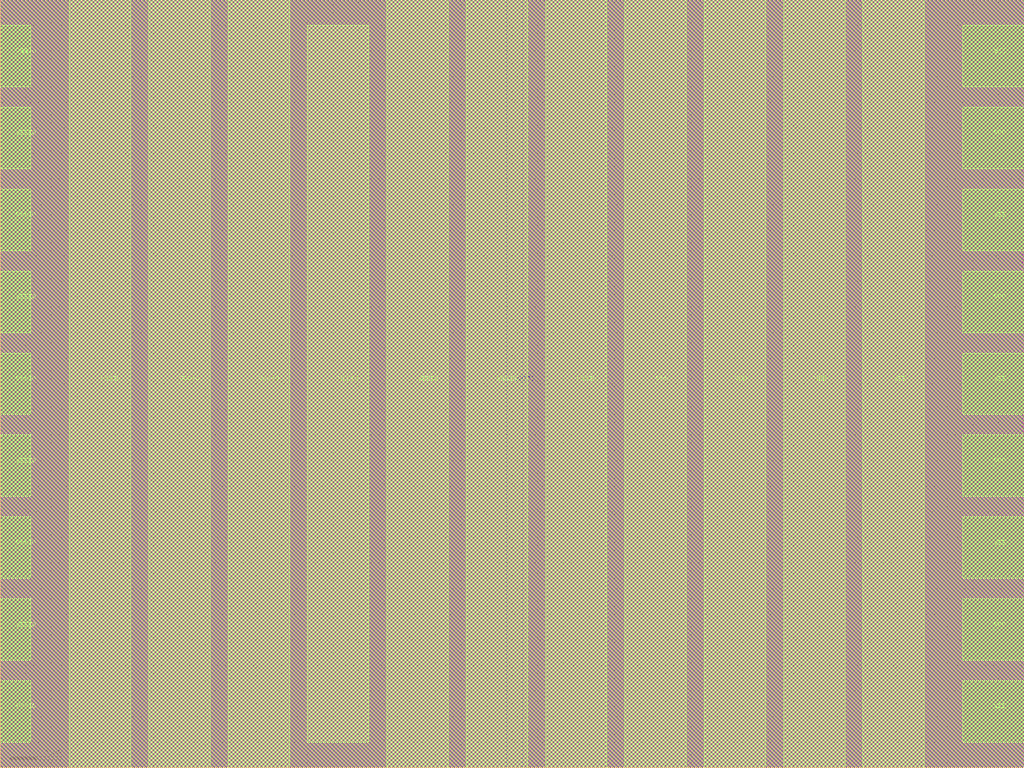
<source format=lef>
VERSION 5.8 ;
BUSBITCHARS "[]" ;
DIVIDERCHAR "/" ;

MACRO RIIO_EG1D80V_BIAS_RVT28_V
  CLASS PAD POWER ;
  ORIGIN 0 0 ;
  FOREIGN RIIO_EG1D80V_BIAS_RVT28_V 0 0 ;
  SIZE 60 BY 80 ;
  SYMMETRY X Y ;
  SITE IO_NS_site ;
  PIN VSS
    DIRECTION INOUT ;
    USE GROUND ;
    NETEXPR "vss VSS!" ;
    PORT
      LAYER QB ;
        RECT 0 67.4 60 72.2 ;
    END
    PORT
      LAYER QB ;
        RECT 0 48.8 60 53.6 ;
    END
    PORT
      CLASS CORE ;
      LAYER QA ;
        RECT 2 75.2 6.8 80 ;
      LAYER QB ;
        RECT 2 75.2 6.8 80 ;
      LAYER JA ;
        RECT 2 75.2 6.8 80 ;
    END
    PORT
      CLASS CORE ;
      LAYER QA ;
        RECT 14.8 75.2 19.6 80 ;
      LAYER QB ;
        RECT 14.8 75.2 19.6 80 ;
      LAYER JA ;
        RECT 14.8 75.2 19.6 80 ;
    END
    PORT
      CLASS CORE ;
      LAYER QA ;
        RECT 27.6 75.2 32.4 80 ;
      LAYER QB ;
        RECT 27.6 75.2 32.4 80 ;
      LAYER JA ;
        RECT 27.6 75.2 32.4 80 ;
    END
    PORT
      CLASS CORE ;
      LAYER QA ;
        RECT 40.4 75.2 45.2 80 ;
      LAYER QB ;
        RECT 40.4 75.2 45.2 80 ;
      LAYER JA ;
        RECT 40.4 75.2 45.2 80 ;
    END
    PORT
      CLASS CORE ;
      LAYER QA ;
        RECT 53.2 75.2 58 80 ;
      LAYER QB ;
        RECT 53.2 75.2 58 80 ;
      LAYER JA ;
        RECT 53.2 75.2 58 80 ;
    END
  END VSS
  PIN VDDIO
    DIRECTION INOUT ;
    USE POWER ;
    NETEXPR "vddio VDDIO!" ;
    PORT
      LAYER QB ;
        RECT 0 36.4 60 41.2 ;
    END
    PORT
      LAYER QB ;
        RECT 0 30.2 60 35 ;
    END
    PORT
      LAYER QB ;
        RECT 0 11.6 60 16.4 ;
    END
  END VDDIO
  PIN VDD
    DIRECTION INOUT ;
    USE POWER ;
    NETEXPR "vdd VDD!" ;
    PORT
      LAYER QB ;
        RECT 0 61.2 60 66 ;
    END
    PORT
      LAYER QB ;
        RECT 0 55 60 59.8 ;
    END
    PORT
      CLASS CORE ;
      LAYER QA ;
        RECT 8.4 75.2 13.2 80 ;
      LAYER QB ;
        RECT 8.4 75.2 13.2 80 ;
      LAYER JA ;
        RECT 8.4 75.2 13.2 80 ;
    END
    PORT
      CLASS CORE ;
      LAYER QA ;
        RECT 21.2 75.2 26 80 ;
      LAYER QB ;
        RECT 21.2 75.2 26 80 ;
      LAYER JA ;
        RECT 21.2 75.2 26 80 ;
    END
    PORT
      CLASS CORE ;
      LAYER QA ;
        RECT 34 75.2 38.8 80 ;
      LAYER QB ;
        RECT 34 75.2 38.8 80 ;
      LAYER JA ;
        RECT 34 75.2 38.8 80 ;
    END
    PORT
      CLASS CORE ;
      LAYER QA ;
        RECT 46.8 75.2 51.6 80 ;
      LAYER QB ;
        RECT 46.8 75.2 51.6 80 ;
      LAYER JA ;
        RECT 46.8 75.2 51.6 80 ;
    END
  END VDD
  PIN VBIAS
    DIRECTION INOUT ;
    USE SIGNAL ;
    ANTENNADIFFAREA 0.352 LAYER C4 ;
    NETEXPR "vbias VBIAS!" ;
    PORT
      LAYER C4 ;
        RECT 0 39.575 60 40.825 ;
    END
  END VBIAS
  PIN VSSIO
    DIRECTION INOUT ;
    USE GROUND ;
    NETEXPR "vssio VSSIO!" ;
    PORT
      LAYER QB ;
        RECT 2 24 58 28.8 ;
    END
    PORT
      LAYER QB ;
        RECT 0 42.6 60 47.4 ;
    END
    PORT
      LAYER QB ;
        RECT 0 17.8 60 22.6 ;
    END
    PORT
      LAYER QB ;
        RECT 0 5.4 60 10.2 ;
    END
    PORT
      LAYER QA ;
        RECT 2 0 6.8 2.4 ;
      LAYER QB ;
        RECT 2 0 6.8 2.4 ;
      LAYER JA ;
        RECT 2 0 6.8 2.4 ;
    END
    PORT
      LAYER QA ;
        RECT 8.4 0 13.2 2.4 ;
      LAYER QB ;
        RECT 8.4 0 13.2 2.4 ;
      LAYER JA ;
        RECT 8.4 0 13.2 2.4 ;
    END
    PORT
      LAYER QA ;
        RECT 14.8 0 19.6 2.4 ;
      LAYER QB ;
        RECT 14.8 0 19.6 2.4 ;
      LAYER JA ;
        RECT 14.8 0 19.6 2.4 ;
    END
    PORT
      LAYER QA ;
        RECT 21.2 0 26 2.4 ;
      LAYER QB ;
        RECT 21.2 0 26 2.4 ;
      LAYER JA ;
        RECT 21.2 0 26 2.4 ;
    END
    PORT
      LAYER QA ;
        RECT 27.6 0 32.4 2.4 ;
      LAYER QB ;
        RECT 27.6 0 32.4 2.4 ;
      LAYER JA ;
        RECT 27.6 0 32.4 2.4 ;
    END
    PORT
      LAYER QA ;
        RECT 34 0 38.8 2.4 ;
      LAYER QB ;
        RECT 34 0 38.8 2.4 ;
      LAYER JA ;
        RECT 34 0 38.8 2.4 ;
    END
    PORT
      LAYER QA ;
        RECT 40.4 0 45.2 2.4 ;
      LAYER QB ;
        RECT 40.4 0 45.2 2.4 ;
      LAYER JA ;
        RECT 40.4 0 45.2 2.4 ;
    END
    PORT
      LAYER QA ;
        RECT 46.8 0 51.6 2.4 ;
      LAYER QB ;
        RECT 46.8 0 51.6 2.4 ;
      LAYER JA ;
        RECT 46.8 0 51.6 2.4 ;
    END
    PORT
      LAYER QA ;
        RECT 53.2 0 58 2.4 ;
      LAYER QB ;
        RECT 53.2 0 58 2.4 ;
      LAYER JA ;
        RECT 53.2 0 58 2.4 ;
    END
  END VSSIO
  PIN TRIM_CURV_I[4]
    DIRECTION INPUT ;
    USE SIGNAL ;
    ANTENNAPARTIALMETALAREA 2.87128 LAYER C1 ;
    ANTENNAMODEL OXIDE1 ;
      ANTENNAGATEAREA 0.03808 LAYER C1 ;
      ANTENNAMAXAREACAR 81.406755 LAYER C1 ;
    PORT
      LAYER C1 ;
        RECT 45.65 79.84 45.81 80 ;
    END
  END TRIM_CURV_I[4]
  PIN TRIM_CURV_I[3]
    DIRECTION INPUT ;
    USE SIGNAL ;
    ANTENNAPARTIALMETALAREA 2.86008 LAYER C1 ;
    ANTENNAMODEL OXIDE1 ;
      ANTENNAGATEAREA 0.03808 LAYER C1 ;
      ANTENNAMAXAREACAR 80.343407 LAYER C1 ;
    PORT
      LAYER C1 ;
        RECT 45.13 79.84 45.29 80 ;
    END
  END TRIM_CURV_I[3]
  PIN TRIM_CURV_I[2]
    DIRECTION INPUT ;
    USE SIGNAL ;
    ANTENNAPARTIALMETALAREA 3.05888 LAYER C1 ;
    ANTENNAMODEL OXIDE1 ;
      ANTENNAGATEAREA 0.04704 LAYER C1 ;
      ANTENNAMAXAREACAR 70.193878 LAYER C1 ;
    PORT
      LAYER C1 ;
        RECT 44.61 79.84 44.77 80 ;
    END
  END TRIM_CURV_I[2]
  PIN TRIM_CURV_I[1]
    DIRECTION INPUT ;
    USE SIGNAL ;
    ANTENNAPARTIALMETALAREA 3.16948 LAYER C1 ;
    ANTENNAMODEL OXIDE1 ;
      ANTENNAGATEAREA 0.07392 LAYER C1 ;
      ANTENNAMAXAREACAR 50.562432 LAYER C1 ;
    PORT
      LAYER C1 ;
        RECT 44.09 79.84 44.25 80 ;
    END
  END TRIM_CURV_I[1]
  PIN TRIM_CURV_I[0]
    DIRECTION INPUT ;
    USE SIGNAL ;
    ANTENNAPARTIALMETALAREA 2.67248 LAYER C1 ;
    ANTENNAMODEL OXIDE1 ;
      ANTENNAGATEAREA 0.1456 LAYER C1 ;
      ANTENNAMAXAREACAR 27.374176 LAYER C1 ;
    PORT
      LAYER C1 ;
        RECT 43.57 79.84 43.73 80 ;
    END
  END TRIM_CURV_I[0]
  PIN BG_VALID_N_O
    DIRECTION OUTPUT ;
    USE SIGNAL ;
    ANTENNAPARTIALMETALAREA 3.08032 LAYER C1 ;
    ANTENNADIFFAREA 0.1045 LAYER C1 ;
    ANTENNAMODEL OXIDE1 ;
      ANTENNAGATEAREA 0.099 LAYER C1 ;
      ANTENNAMAXAREACAR 10.462518 LAYER C1 ;
    PORT
      LAYER C1 ;
        RECT 25.11 79.84 25.27 80 ;
    END
  END BG_VALID_N_O
  PIN EN_I
    DIRECTION INPUT ;
    USE SIGNAL ;
    ANTENNAPARTIALMETALAREA 1.4424 LAYER C1 ;
    ANTENNAMODEL OXIDE1 ;
      ANTENNAGATEAREA 0.02576 LAYER C1 ;
      ANTENNAMAXAREACAR 58.141304 LAYER C1 ;
    PORT
      LAYER C1 ;
        RECT 13.67 79.84 13.83 80 ;
    END
  END EN_I
  PIN VTMP_O
    DIRECTION OUTPUT ;
    USE SIGNAL ;
    ANTENNAPARTIALMETALAREA 4.97008 LAYER C1 ;
    ANTENNADIFFAREA 0.32 LAYER C1 ;
    ANTENNAMODEL OXIDE1 ;
      ANTENNAGATEAREA 2.4 LAYER C1 ;
      ANTENNAMAXAREACAR 2.244581 LAYER C1 ;
    PORT
      LAYER C1 ;
        RECT 18.09 79.84 18.25 80 ;
    END
  END VTMP_O
  PIN VBG_O
    DIRECTION OUTPUT ;
    USE SIGNAL ;
    ANTENNAPARTIALMETALAREA 4.97008 LAYER C1 ;
    ANTENNADIFFAREA 0.32 LAYER C1 ;
    ANTENNAMODEL OXIDE1 ;
      ANTENNAGATEAREA 2.4 LAYER C1 ;
      ANTENNAMAXAREACAR 2.553479 LAYER C1 ;
    PORT
      LAYER C1 ;
        RECT 14.45 79.84 14.61 80 ;
    END
  END VBG_O
  PIN IBIAS_O[15]
    DIRECTION OUTPUT ;
    USE SIGNAL ;
    ANTENNAPARTIALMETALAREA 5.96528 LAYER C1 ;
    ANTENNADIFFAREA 0.088 LAYER C1 ;
    PORT
      LAYER C1 ;
        RECT 5.87 79.84 6.03 80 ;
    END
  END IBIAS_O[15]
  PIN TRIM_BIAS_I[3]
    DIRECTION INPUT ;
    USE SIGNAL ;
    ANTENNAPARTIALMETALAREA 1.4424 LAYER C1 ;
    ANTENNAMODEL OXIDE1 ;
      ANTENNAGATEAREA 0.02576 LAYER C1 ;
      ANTENNAMAXAREACAR 58.054348 LAYER C1 ;
    PORT
      LAYER C1 ;
        RECT 28.23 79.84 28.39 80 ;
    END
  END TRIM_BIAS_I[3]
  PIN TRIM_BIAS_I[2]
    DIRECTION INPUT ;
    USE SIGNAL ;
    ANTENNAPARTIALMETALAREA 1.4424 LAYER C1 ;
    ANTENNAMODEL OXIDE1 ;
      ANTENNAGATEAREA 0.02576 LAYER C1 ;
      ANTENNAMAXAREACAR 58.166149 LAYER C1 ;
    PORT
      LAYER C1 ;
        RECT 24.59 79.84 24.75 80 ;
    END
  END TRIM_BIAS_I[2]
  PIN TRIM_BIAS_I[1]
    DIRECTION INPUT ;
    USE SIGNAL ;
    ANTENNAPARTIALMETALAREA 1.4424 LAYER C1 ;
    ANTENNAMODEL OXIDE1 ;
      ANTENNAGATEAREA 0.02576 LAYER C1 ;
      ANTENNAMAXAREACAR 58.029503 LAYER C1 ;
    PORT
      LAYER C1 ;
        RECT 17.31 79.84 17.47 80 ;
    END
  END TRIM_BIAS_I[1]
  PIN TRIM_BIAS_I[0]
    DIRECTION INPUT ;
    USE SIGNAL ;
    ANTENNAPARTIALMETALAREA 1.4424 LAYER C1 ;
    ANTENNAMODEL OXIDE1 ;
      ANTENNAGATEAREA 0.02576 LAYER C1 ;
      ANTENNAMAXAREACAR 58.27795 LAYER C1 ;
    PORT
      LAYER C1 ;
        RECT 20.95 79.84 21.11 80 ;
    END
  END TRIM_BIAS_I[0]
  PIN IBIAS_O[14]
    DIRECTION OUTPUT ;
    USE SIGNAL ;
    ANTENNAPARTIALMETALAREA 5.96528 LAYER C1 ;
    ANTENNADIFFAREA 0.088 LAYER C1 ;
    PORT
      LAYER C1 ;
        RECT 6.13 79.84 6.29 80 ;
    END
  END IBIAS_O[14]
  PIN IBIAS_O[13]
    DIRECTION OUTPUT ;
    USE SIGNAL ;
    ANTENNAPARTIALMETALAREA 5.96528 LAYER C1 ;
    ANTENNADIFFAREA 0.088 LAYER C1 ;
    PORT
      LAYER C1 ;
        RECT 6.39 79.84 6.55 80 ;
    END
  END IBIAS_O[13]
  PIN IBIAS_O[12]
    DIRECTION OUTPUT ;
    USE SIGNAL ;
    ANTENNAPARTIALMETALAREA 5.96528 LAYER C1 ;
    ANTENNADIFFAREA 0.088 LAYER C1 ;
    PORT
      LAYER C1 ;
        RECT 6.65 79.84 6.81 80 ;
    END
  END IBIAS_O[12]
  PIN IBIAS_O[11]
    DIRECTION OUTPUT ;
    USE SIGNAL ;
    ANTENNAPARTIALMETALAREA 5.96528 LAYER C1 ;
    ANTENNADIFFAREA 0.088 LAYER C1 ;
    PORT
      LAYER C1 ;
        RECT 6.91 79.84 7.07 80 ;
    END
  END IBIAS_O[11]
  PIN IBIAS_O[10]
    DIRECTION OUTPUT ;
    USE SIGNAL ;
    ANTENNAPARTIALMETALAREA 5.96528 LAYER C1 ;
    ANTENNADIFFAREA 0.088 LAYER C1 ;
    PORT
      LAYER C1 ;
        RECT 7.17 79.84 7.33 80 ;
    END
  END IBIAS_O[10]
  PIN IBIAS_O[9]
    DIRECTION OUTPUT ;
    USE SIGNAL ;
    ANTENNAPARTIALMETALAREA 5.96528 LAYER C1 ;
    ANTENNADIFFAREA 0.088 LAYER C1 ;
    PORT
      LAYER C1 ;
        RECT 7.43 79.84 7.59 80 ;
    END
  END IBIAS_O[9]
  PIN IBIAS_O[8]
    DIRECTION OUTPUT ;
    USE SIGNAL ;
    ANTENNAPARTIALMETALAREA 5.96528 LAYER C1 ;
    ANTENNADIFFAREA 0.088 LAYER C1 ;
    PORT
      LAYER C1 ;
        RECT 7.69 79.84 7.85 80 ;
    END
  END IBIAS_O[8]
  PIN IBIAS_O[7]
    DIRECTION OUTPUT ;
    USE SIGNAL ;
    ANTENNAPARTIALMETALAREA 5.96528 LAYER C1 ;
    ANTENNADIFFAREA 0.088 LAYER C1 ;
    PORT
      LAYER C1 ;
        RECT 8.47 79.84 8.63 80 ;
    END
  END IBIAS_O[7]
  PIN IBIAS_O[6]
    DIRECTION OUTPUT ;
    USE SIGNAL ;
    ANTENNAPARTIALMETALAREA 5.96528 LAYER C1 ;
    ANTENNADIFFAREA 0.088 LAYER C1 ;
    PORT
      LAYER C1 ;
        RECT 8.73 79.84 8.89 80 ;
    END
  END IBIAS_O[6]
  PIN IBIAS_O[5]
    DIRECTION OUTPUT ;
    USE SIGNAL ;
    ANTENNAPARTIALMETALAREA 5.96528 LAYER C1 ;
    ANTENNADIFFAREA 0.088 LAYER C1 ;
    PORT
      LAYER C1 ;
        RECT 9.51 79.84 9.67 80 ;
    END
  END IBIAS_O[5]
  PIN IBIAS_O[4]
    DIRECTION OUTPUT ;
    USE SIGNAL ;
    ANTENNAPARTIALMETALAREA 5.96528 LAYER C1 ;
    ANTENNADIFFAREA 0.088 LAYER C1 ;
    PORT
      LAYER C1 ;
        RECT 9.77 79.84 9.93 80 ;
    END
  END IBIAS_O[4]
  PIN IBIAS_O[3]
    DIRECTION OUTPUT ;
    USE SIGNAL ;
    ANTENNAPARTIALMETALAREA 5.96528 LAYER C1 ;
    ANTENNADIFFAREA 0.088 LAYER C1 ;
    PORT
      LAYER C1 ;
        RECT 10.55 79.84 10.71 80 ;
    END
  END IBIAS_O[3]
  PIN IBIAS_O[2]
    DIRECTION OUTPUT ;
    USE SIGNAL ;
    ANTENNAPARTIALMETALAREA 5.96528 LAYER C1 ;
    ANTENNADIFFAREA 0.088 LAYER C1 ;
    PORT
      LAYER C1 ;
        RECT 10.81 79.84 10.97 80 ;
    END
  END IBIAS_O[2]
  PIN IBIAS_O[1]
    DIRECTION OUTPUT ;
    USE SIGNAL ;
    ANTENNAPARTIALMETALAREA 5.96528 LAYER C1 ;
    ANTENNADIFFAREA 0.088 LAYER C1 ;
    PORT
      LAYER C1 ;
        RECT 11.07 79.84 11.23 80 ;
    END
  END IBIAS_O[1]
  PIN IBIAS_O[0]
    DIRECTION OUTPUT ;
    USE SIGNAL ;
    ANTENNAPARTIALMETALAREA 5.96528 LAYER C1 ;
    ANTENNADIFFAREA 0.088 LAYER C1 ;
    PORT
      LAYER C1 ;
        RECT 11.33 79.84 11.49 80 ;
    END
  END IBIAS_O[0]
  PIN BG_STARTUP_I
    DIRECTION INPUT ;
    USE SIGNAL ;
    ANTENNAPARTIALMETALAREA 5.09808 LAYER C1 ;
    ANTENNADIFFAREA 0.2528 LAYER C1 ;
    ANTENNAMODEL OXIDE1 ;
      ANTENNAGATEAREA 0.474 LAYER C1 ;
      ANTENNAMAXAREACAR 6.261814 LAYER C1 ;
    PORT
      LAYER C1 ;
        RECT 23.03 79.84 23.19 80 ;
    END
  END BG_STARTUP_I
  PIN TRIM_VBG_I[4]
    DIRECTION INPUT ;
    USE SIGNAL ;
    ANTENNAPARTIALMETALAREA 3.12288 LAYER C1 ;
    ANTENNAMODEL OXIDE1 ;
      ANTENNAGATEAREA 0.03808 LAYER C1 ;
      ANTENNAMAXAREACAR 87.244667 LAYER C1 ;
    PORT
      LAYER C1 ;
        RECT 39.93 79.84 40.09 80 ;
    END
  END TRIM_VBG_I[4]
  PIN TRIM_VBG_I[3]
    DIRECTION INPUT ;
    USE SIGNAL ;
    ANTENNAPARTIALMETALAREA 3.06168 LAYER C1 ;
    ANTENNAMODEL OXIDE1 ;
      ANTENNAGATEAREA 0.03808 LAYER C1 ;
      ANTENNAMAXAREACAR 85.637524 LAYER C1 ;
    PORT
      LAYER C1 ;
        RECT 39.41 79.84 39.57 80 ;
    END
  END TRIM_VBG_I[3]
  PIN TRIM_VBG_I[2]
    DIRECTION INPUT ;
    USE SIGNAL ;
    ANTENNAPARTIALMETALAREA 3.35008 LAYER C1 ;
    ANTENNAMODEL OXIDE1 ;
      ANTENNAGATEAREA 0.04704 LAYER C1 ;
      ANTENNAMAXAREACAR 76.697598 LAYER C1 ;
    PORT
      LAYER C1 ;
        RECT 38.89 79.84 39.05 80 ;
    END
  END TRIM_VBG_I[2]
  PIN TRIM_VBG_I[1]
    DIRECTION INPUT ;
    USE SIGNAL ;
    ANTENNAPARTIALMETALAREA 3.49428 LAYER C1 ;
    ANTENNAMODEL OXIDE1 ;
      ANTENNAGATEAREA 0.07392 LAYER C1 ;
      ANTENNAMAXAREACAR 54.639236 LAYER C1 ;
    PORT
      LAYER C1 ;
        RECT 38.37 79.84 38.53 80 ;
    END
  END TRIM_VBG_I[1]
  PIN TRIM_VBG_I[0]
    DIRECTION INPUT ;
    USE SIGNAL ;
    ANTENNAPARTIALMETALAREA 2.7464 LAYER C1 ;
    ANTENNAMODEL OXIDE1 ;
      ANTENNAGATEAREA 0.1456 LAYER C1 ;
      ANTENNAMAXAREACAR 29.124725 LAYER C1 ;
    PORT
      LAYER C1 ;
        RECT 37.85 79.84 38.01 80 ;
    END
  END TRIM_VBG_I[0]
  PIN EN_VBIAS_I
    DIRECTION INPUT ;
    USE SIGNAL ;
    ANTENNAPARTIALMETALAREA 1.4424 LAYER C1 ;
    ANTENNAMODEL OXIDE1 ;
      ANTENNAGATEAREA 0.02576 LAYER C1 ;
      ANTENNAMAXAREACAR 58.253106 LAYER C1 ;
    PORT
      LAYER C1 ;
        RECT 10.03 79.84 10.19 80 ;
    END
  END EN_VBIAS_I
  OBS
    LAYER CA ;
      RECT 0 0 60 80 ;
    LAYER M1 ;
      RECT 0 0 60 80 ;
    LAYER V1 ;
      RECT 0 0 60 80 ;
    LAYER M2 ;
      RECT 0 0 60 80 ;
    LAYER A1 ;
      RECT 0 0 60 80 ;
    LAYER C2 ;
      RECT 0 0 60 80 ;
    LAYER CB ;
      RECT 0 0 60 80 ;
    LAYER JV ;
      RECT 0 0 60 80 ;
    LAYER YS ;
      RECT 0 0 60 80 ;
    LAYER JW ;
      RECT 0 0 60 80 ;
    LAYER QB ;
      RECT 0 0 60 80 ;
    LAYER QA ;
      RECT 0 0 60 80 ;
    LAYER JA ;
      RECT 0 0 60 80 ;
    LAYER AY ;
      RECT 0 0 60 80 ;
    LAYER C1 ;
      RECT 0 0 60 80 ;
    LAYER C5 ;
      RECT 0 0 60 80 ;
    LAYER C4 ;
      RECT 0 0 60 80 ;
    LAYER C3 ;
      RECT 0 0 60 80 ;
    LAYER A4 ;
      RECT 0 0 60 80 ;
    LAYER A3 ;
      RECT 0 0 60 80 ;
    LAYER A2 ;
      RECT 0 0 60 80 ;
  END
END RIIO_EG1D80V_BIAS_RVT28_V

MACRO RIIO_EG1D80V_GPIO_RVT28_V
  CLASS PAD INOUT ;
  ORIGIN 0 0 ;
  FOREIGN RIIO_EG1D80V_GPIO_RVT28_V 0 0 ;
  SIZE 60 BY 80 ;
  SYMMETRY X Y ;
  SITE IO_NS_site ;
  PIN CO_I
    DIRECTION INPUT ;
    USE SIGNAL ;
    ANTENNAPARTIALMETALAREA 3.52912 LAYER C1 ;
    ANTENNAMODEL OXIDE1 ;
      ANTENNAGATEAREA 0.02576 LAYER C1 ;
      ANTENNAMAXAREACAR 138.704969 LAYER C1 ;
    PORT
      LAYER C1 ;
        RECT 19.24 79.84 19.4 80 ;
    END
  END CO_I
  PIN PAD_B
    DIRECTION INOUT ;
    USE SIGNAL ;
    ANTENNAPARTIALMETALAREA 370.645 LAYER C4 ;
    ANTENNAPARTIALMETALAREA 473.4575 LAYER C3 ;
    ANTENNAPARTIALMETALAREA 567.2075 LAYER C5 ;
    ANTENNAPARTIALMETALAREA 391.68 LAYER JA ;
    ANTENNAPARTIALMETALAREA 364.8 LAYER QA ;
    ANTENNAPARTIALMETALAREA 391.68 LAYER QB ;
    ANTENNAPARTIALMETALAREA 386.0925 LAYER C2 ;
    ANTENNAPARTIALCUTAREA 13.257728 LAYER A4 ;
    ANTENNAPARTIALCUTAREA 13.257728 LAYER A3 ;
    ANTENNAPARTIALCUTAREA 30.85128 LAYER YS ;
    ANTENNAPARTIALCUTAREA 43.2 LAYER JV ;
    ANTENNAPARTIALCUTAREA 43.2 LAYER JW ;
    ANTENNAPARTIALCUTAREA 13.257728 LAYER A2 ;
    ANTENNADIFFAREA 208.5584 LAYER C4 ;
    ANTENNADIFFAREA 208.5584 LAYER C3 ;
    ANTENNADIFFAREA 208.5584 LAYER C5 ;
    ANTENNADIFFAREA 208.5584 LAYER JA ;
    ANTENNADIFFAREA 208.5584 LAYER QA ;
    ANTENNADIFFAREA 208.5584 LAYER QB ;
    ANTENNADIFFAREA 208.5584 LAYER C2 ;
    PORT
      LAYER QB ;
        RECT 53.2 0 58 2.4 ;
        RECT 2 24 58 28.8 ;
        RECT 46.8 0 51.6 2.4 ;
        RECT 40.4 0 45.2 2.4 ;
        RECT 34 0 38.8 2.4 ;
        RECT 27.6 0 32.4 2.4 ;
        RECT 21.2 0 26 2.4 ;
        RECT 14.8 0 19.6 2.4 ;
        RECT 8.4 0 13.2 2.4 ;
        RECT 2 0 6.8 2.4 ;
      LAYER QA ;
        RECT 53.2 0 58 2.4 ;
        RECT 46.8 0 51.6 2.4 ;
        RECT 40.4 0 45.2 2.4 ;
        RECT 34 0 38.8 2.4 ;
        RECT 27.6 0 32.4 2.4 ;
        RECT 21.2 0 26 2.4 ;
        RECT 14.8 0 19.6 2.4 ;
        RECT 8.4 0 13.2 2.4 ;
        RECT 2 0 6.8 2.4 ;
      LAYER JA ;
        RECT 53.2 0 58 2.4 ;
        RECT 46.8 0 51.6 2.4 ;
        RECT 40.4 0 45.2 2.4 ;
        RECT 34 0 38.8 2.4 ;
        RECT 27.6 0 32.4 2.4 ;
        RECT 21.2 0 26 2.4 ;
        RECT 14.8 0 19.6 2.4 ;
        RECT 8.4 0 13.2 2.4 ;
        RECT 2 0 6.8 2.4 ;
      LAYER C5 ;
        RECT 54.05 0 57.65 1.85 ;
        RECT 49.35 0 52.95 1.85 ;
        RECT 44.65 0 48.25 1.85 ;
        RECT 39.95 0 43.55 1.85 ;
        RECT 35.25 0 38.85 1.85 ;
        RECT 30.55 0 34.15 1.85 ;
        RECT 25.85 0 29.45 1.85 ;
        RECT 21.15 0 24.75 1.85 ;
        RECT 16.45 0 20.05 1.85 ;
        RECT 11.75 0 15.35 1.85 ;
        RECT 7.05 0 10.65 1.85 ;
        RECT 2.35 0 5.95 1.85 ;
      LAYER C4 ;
        RECT 54.05 0 57.65 1.85 ;
        RECT 49.35 0 52.95 1.85 ;
        RECT 44.65 0 48.25 1.85 ;
        RECT 39.95 0 43.55 1.85 ;
        RECT 35.25 0 38.85 1.85 ;
        RECT 30.55 0 34.15 1.85 ;
        RECT 25.85 0 29.45 1.85 ;
        RECT 21.15 0 24.75 1.85 ;
        RECT 16.45 0 20.05 1.85 ;
        RECT 11.75 0 15.35 1.85 ;
        RECT 7.05 0 10.65 1.85 ;
        RECT 2.35 0 5.95 1.85 ;
      LAYER C3 ;
        RECT 54.05 0 57.65 1.85 ;
        RECT 49.35 0 52.95 1.85 ;
        RECT 44.65 0 48.25 1.85 ;
        RECT 39.95 0 43.55 1.85 ;
        RECT 35.25 0 38.85 1.85 ;
        RECT 30.55 0 34.15 1.85 ;
        RECT 25.85 0 29.45 1.85 ;
        RECT 21.15 0 24.75 1.85 ;
        RECT 16.45 0 20.05 1.85 ;
        RECT 11.75 0 15.35 1.85 ;
        RECT 7.05 0 10.65 1.85 ;
        RECT 2.35 0 5.95 1.85 ;
      LAYER C2 ;
        RECT 54.05 0 57.65 1.85 ;
        RECT 49.35 0 52.95 1.85 ;
        RECT 44.65 0 48.25 1.85 ;
        RECT 39.95 0 43.55 1.85 ;
        RECT 35.25 0 38.85 1.85 ;
        RECT 30.55 0 34.15 1.85 ;
        RECT 25.85 0 29.45 1.85 ;
        RECT 21.15 0 24.75 1.85 ;
        RECT 16.45 0 20.05 1.85 ;
        RECT 11.75 0 15.35 1.85 ;
        RECT 7.05 0 10.65 1.85 ;
        RECT 2.35 0 5.95 1.85 ;
    END
  END PAD_B
  PIN DI_O[0]
    DIRECTION OUTPUT ;
    USE SIGNAL ;
    ANTENNAPARTIALMETALAREA 4.02096 LAYER C1 ;
    ANTENNADIFFAREA 0.04048 LAYER C1 ;
    PORT
      LAYER C1 ;
        RECT 39.78 79.84 39.94 80 ;
    END
  END DI_O[0]
  PIN DI_O[1]
    DIRECTION OUTPUT ;
    USE SIGNAL ;
    ANTENNAPARTIALMETALAREA 4.01968 LAYER C1 ;
    ANTENNADIFFAREA 0.04048 LAYER C1 ;
    PORT
      LAYER C1 ;
        RECT 37.96 79.84 38.12 80 ;
    END
  END DI_O[1]
  PIN DO_I
    DIRECTION INPUT ;
    USE SIGNAL ;
    ANTENNAPARTIALMETALAREA 3.76592 LAYER C1 ;
    ANTENNAMODEL OXIDE1 ;
      ANTENNAGATEAREA 0.21504 LAYER C1 ;
      ANTENNAMAXAREACAR 18.287798 LAYER C1 ;
    PORT
      LAYER C1 ;
        RECT 8.32 79.84 8.48 80 ;
    END
  END DO_I
  PIN DS_I[0]
    DIRECTION INPUT ;
    USE SIGNAL ;
    ANTENNAPARTIALMETALAREA 4.7984 LAYER C1 ;
    ANTENNAMODEL OXIDE1 ;
      ANTENNAGATEAREA 0.02576 LAYER C1 ;
      ANTENNAMAXAREACAR 187.962733 LAYER C1 ;
    PORT
      LAYER C1 ;
        RECT 24.18 79.84 24.34 80 ;
    END
  END DS_I[0]
  PIN DS_I[1]
    DIRECTION INPUT ;
    USE SIGNAL ;
    ANTENNAPARTIALMETALAREA 4.796 LAYER C1 ;
    ANTENNAMODEL OXIDE1 ;
      ANTENNAGATEAREA 0.02576 LAYER C1 ;
      ANTENNAMAXAREACAR 187.829193 LAYER C1 ;
    PORT
      LAYER C1 ;
        RECT 26.78 79.84 26.94 80 ;
    END
  END DS_I[1]
  PIN DS_I[2]
    DIRECTION INPUT ;
    USE SIGNAL ;
    ANTENNAPARTIALMETALAREA 3.53232 LAYER C1 ;
    ANTENNAMODEL OXIDE1 ;
      ANTENNAGATEAREA 0.02576 LAYER C1 ;
      ANTENNAMAXAREACAR 140.512422 LAYER C1 ;
    PORT
      LAYER C1 ;
        RECT 9.62 79.84 9.78 80 ;
    END
  END DS_I[2]
  PIN DS_I[3]
    DIRECTION INPUT ;
    USE SIGNAL ;
    ANTENNAPARTIALMETALAREA 3.52864 LAYER C1 ;
    ANTENNAMODEL OXIDE1 ;
      ANTENNAGATEAREA 0.02576 LAYER C1 ;
      ANTENNAMAXAREACAR 138.773292 LAYER C1 ;
    PORT
      LAYER C1 ;
        RECT 3.9 79.84 4.06 80 ;
    END
  END DS_I[3]
  PIN IE_I
    DIRECTION INPUT ;
    USE SIGNAL ;
    ANTENNAPARTIALMETALAREA 4.0024 LAYER C1 ;
    ANTENNAMODEL OXIDE1 ;
      ANTENNAGATEAREA 0.02576 LAYER C1 ;
      ANTENNAMAXAREACAR 157.152174 LAYER C1 ;
    PORT
      LAYER C1 ;
        RECT 45.24 79.84 45.4 80 ;
    END
  END IE_I
  PIN ODN_I
    DIRECTION INPUT ;
    USE SIGNAL ;
    ANTENNAPARTIALMETALAREA 3.52976 LAYER C1 ;
    ANTENNAMODEL OXIDE1 ;
      ANTENNAGATEAREA 0.02576 LAYER C1 ;
      ANTENNAMAXAREACAR 140.434783 LAYER C1 ;
    PORT
      LAYER C1 ;
        RECT 13.52 79.84 13.68 80 ;
    END
  END ODN_I
  PIN ODP_I
    DIRECTION INPUT ;
    USE SIGNAL ;
    ANTENNAPARTIALMETALAREA 3.53088 LAYER C1 ;
    ANTENNAMODEL OXIDE1 ;
      ANTENNAGATEAREA 0.02576 LAYER C1 ;
      ANTENNAMAXAREACAR 138.723602 LAYER C1 ;
    PORT
      LAYER C1 ;
        RECT 11.18 79.84 11.34 80 ;
    END
  END ODP_I
  PIN OE_I
    DIRECTION INPUT ;
    USE SIGNAL ;
    ANTENNAPARTIALMETALAREA 3.78736 LAYER C1 ;
    ANTENNAMODEL OXIDE1 ;
      ANTENNAGATEAREA 0.21504 LAYER C1 ;
      ANTENNAMAXAREACAR 18.495015 LAYER C1 ;
    PORT
      LAYER C1 ;
        RECT 14.56 79.84 14.72 80 ;
    END
  END OE_I
  PIN PD_I
    DIRECTION INPUT ;
    USE SIGNAL ;
    ANTENNAPARTIALMETALAREA 3.996 LAYER C1 ;
    ANTENNAMODEL OXIDE1 ;
      ANTENNAGATEAREA 0.02576 LAYER C1 ;
      ANTENNAMAXAREACAR 156.704969 LAYER C1 ;
    PORT
      LAYER C1 ;
        RECT 37.18 79.84 37.34 80 ;
    END
  END PD_I
  PIN VSSIO
    DIRECTION INOUT ;
    USE GROUND ;
    NETEXPR "vssio VSSIO!" ;
    PORT
      LAYER QB ;
        RECT 0 42.6 60 47.4 ;
    END
    PORT
      LAYER QB ;
        RECT 0 17.8 60 22.6 ;
    END
    PORT
      LAYER QB ;
        RECT 0 5.4 60 10.2 ;
    END
  END VSSIO
  PIN VDD
    DIRECTION INOUT ;
    USE POWER ;
    NETEXPR "vdd VDD!" ;
    PORT
      CLASS CORE ;
      LAYER QB ;
        RECT 8.4 75.2 13.2 80 ;
      LAYER QA ;
        RECT 8.4 75.2 13.2 80 ;
      LAYER JA ;
        RECT 8.4 75.2 13.2 80 ;
    END
    PORT
      CLASS CORE ;
      LAYER QB ;
        RECT 21.2 75.2 26 80 ;
      LAYER QA ;
        RECT 21.2 75.2 26 80 ;
      LAYER JA ;
        RECT 21.2 75.2 26 80 ;
    END
    PORT
      CLASS CORE ;
      LAYER QB ;
        RECT 34 75.2 38.8 80 ;
      LAYER QA ;
        RECT 34 75.2 38.8 80 ;
      LAYER JA ;
        RECT 34 75.2 38.8 80 ;
    END
    PORT
      CLASS CORE ;
      LAYER QB ;
        RECT 46.8 75.2 51.6 80 ;
      LAYER QA ;
        RECT 46.8 75.2 51.6 80 ;
      LAYER JA ;
        RECT 46.8 75.2 51.6 80 ;
    END
    PORT
      LAYER QB ;
        RECT 0 61.2 60 66 ;
    END
    PORT
      LAYER QB ;
        RECT 0 55 60 59.8 ;
    END
  END VDD
  PIN VSS
    DIRECTION INOUT ;
    USE GROUND ;
    NETEXPR "vss VSS!" ;
    PORT
      CLASS CORE ;
      LAYER QB ;
        RECT 2 75.2 6.8 80 ;
      LAYER QA ;
        RECT 2 75.2 6.8 80 ;
      LAYER JA ;
        RECT 2 75.2 6.8 80 ;
    END
    PORT
      CLASS CORE ;
      LAYER QB ;
        RECT 14.8 75.2 19.6 80 ;
      LAYER QA ;
        RECT 14.8 75.2 19.6 80 ;
      LAYER JA ;
        RECT 14.8 75.2 19.6 80 ;
    END
    PORT
      CLASS CORE ;
      LAYER QB ;
        RECT 27.6 75.2 32.4 80 ;
      LAYER QA ;
        RECT 27.6 75.2 32.4 80 ;
      LAYER JA ;
        RECT 27.6 75.2 32.4 80 ;
    END
    PORT
      CLASS CORE ;
      LAYER QB ;
        RECT 40.4 75.2 45.2 80 ;
      LAYER QA ;
        RECT 40.4 75.2 45.2 80 ;
      LAYER JA ;
        RECT 40.4 75.2 45.2 80 ;
    END
    PORT
      CLASS CORE ;
      LAYER QB ;
        RECT 53.2 75.2 58 80 ;
      LAYER QA ;
        RECT 53.2 75.2 58 80 ;
      LAYER JA ;
        RECT 53.2 75.2 58 80 ;
    END
    PORT
      LAYER QB ;
        RECT 0 67.4 60 72.2 ;
    END
    PORT
      LAYER QB ;
        RECT 0 48.8 60 53.6 ;
    END
  END VSS
  PIN PU_I
    DIRECTION INPUT ;
    USE SIGNAL ;
    ANTENNAPARTIALMETALAREA 3.99376 LAYER C1 ;
    ANTENNAMODEL OXIDE1 ;
      ANTENNAGATEAREA 0.02576 LAYER C1 ;
      ANTENNAMAXAREACAR 156.611801 LAYER C1 ;
    PORT
      LAYER C1 ;
        RECT 34.32 79.84 34.48 80 ;
    END
  END PU_I
  PIN SR_I
    DIRECTION INPUT ;
    USE SIGNAL ;
    ANTENNAPARTIALMETALAREA 3.53232 LAYER C1 ;
    ANTENNAMODEL OXIDE1 ;
      ANTENNAGATEAREA 0.02576 LAYER C1 ;
      ANTENNAMAXAREACAR 138.754658 LAYER C1 ;
    PORT
      LAYER C1 ;
        RECT 22.1 79.84 22.26 80 ;
    END
  END SR_I
  PIN VDDIO
    DIRECTION INOUT ;
    USE POWER ;
    NETEXPR "vddio VDDIO!" ;
    PORT
      LAYER QB ;
        RECT 0 36.4 60 41.2 ;
    END
    PORT
      LAYER QB ;
        RECT 0 30.2 60 35 ;
    END
    PORT
      LAYER QB ;
        RECT 0 11.6 60 16.4 ;
    END
  END VDDIO
  PIN STE_I[0]
    DIRECTION INPUT ;
    USE SIGNAL ;
    ANTENNAPARTIALMETALAREA 4.0088 LAYER C1 ;
    ANTENNAMODEL OXIDE1 ;
      ANTENNAGATEAREA 0.02576 LAYER C1 ;
      ANTENNAMAXAREACAR 157.313665 LAYER C1 ;
    PORT
      LAYER C1 ;
        RECT 40.82 79.84 40.98 80 ;
    END
  END STE_I[0]
  PIN STE_I[1]
    DIRECTION INPUT ;
    USE SIGNAL ;
    ANTENNAPARTIALMETALAREA 3.99552 LAYER C1 ;
    ANTENNAMODEL OXIDE1 ;
      ANTENNAGATEAREA 0.02576 LAYER C1 ;
      ANTENNAMAXAREACAR 156.791925 LAYER C1 ;
    PORT
      LAYER C1 ;
        RECT 30.68 79.84 30.84 80 ;
    END
  END STE_I[1]
  PIN VBIAS
    DIRECTION INOUT ;
    USE SIGNAL ;
    ANTENNAPARTIALMETALAREA 0.06 LAYER C4 ;
    ANTENNADIFFAREA 0.3465 LAYER C4 ;
    NETEXPR "vbias VBIAS!" ;
    PORT
      LAYER C4 ;
        RECT 0 39.576 60 40.825 ;
    END
  END VBIAS
  OBS
    LAYER CA ;
      RECT 0 0 60 80 ;
    LAYER M1 ;
      RECT 0 0 60 80 ;
    LAYER V1 ;
      RECT 0 0 60 80 ;
    LAYER M2 ;
      RECT 0 0 60 80 ;
    LAYER A1 ;
      RECT 0 0 60 80 ;
    LAYER C2 ;
      RECT 0 0 60 80 ;
    LAYER CB ;
      RECT 0 0 60 80 ;
    LAYER JV ;
      RECT 0 0 60 80 ;
    LAYER YS ;
      RECT 0 0 60 80 ;
    LAYER JW ;
      RECT 0 0 60 80 ;
    LAYER QB ;
      RECT 0 0 60 80 ;
    LAYER QA ;
      RECT 0 0 60 80 ;
    LAYER JA ;
      RECT 0 0 60 80 ;
    LAYER AY ;
      RECT 0 0 60 80 ;
    LAYER C1 ;
      RECT 0 0 60 80 ;
    LAYER C5 ;
      RECT 0 0 60 80 ;
    LAYER C4 ;
      RECT 0 0 60 80 ;
    LAYER C3 ;
      RECT 0 0 60 80 ;
    LAYER A4 ;
      RECT 0 0 60 80 ;
    LAYER A3 ;
      RECT 0 0 60 80 ;
    LAYER A2 ;
      RECT 0 0 60 80 ;
  END
END RIIO_EG1D80V_GPIO_RVT28_V

MACRO RIIO_EG1D80V_GPI_PD_RVT28_V
  CLASS PAD INOUT ;
  ORIGIN 0 0 ;
  FOREIGN RIIO_EG1D80V_GPI_PD_RVT28_V 0 0 ;
  SIZE 60 BY 80 ;
  SYMMETRY X Y ;
  SITE IO_NS_site ;
  PIN PAD_B
    DIRECTION INOUT ;
    USE SIGNAL ;
    ANTENNAPARTIALMETALAREA 370.645 LAYER C4 ;
    ANTENNAPARTIALMETALAREA 473.4575 LAYER C3 ;
    ANTENNAPARTIALMETALAREA 567.2075 LAYER C5 ;
    ANTENNAPARTIALMETALAREA 391.68 LAYER JA ;
    ANTENNAPARTIALMETALAREA 364.8 LAYER QA ;
    ANTENNAPARTIALMETALAREA 391.68 LAYER QB ;
    ANTENNAPARTIALMETALAREA 386.0925 LAYER C2 ;
    ANTENNAPARTIALCUTAREA 13.257728 LAYER A4 ;
    ANTENNAPARTIALCUTAREA 13.257728 LAYER A3 ;
    ANTENNAPARTIALCUTAREA 30.85128 LAYER YS ;
    ANTENNAPARTIALCUTAREA 43.2 LAYER JV ;
    ANTENNAPARTIALCUTAREA 43.2 LAYER JW ;
    ANTENNAPARTIALCUTAREA 13.257728 LAYER A2 ;
    ANTENNADIFFAREA 163.4 LAYER C4 ;
    ANTENNADIFFAREA 163.4 LAYER C3 ;
    ANTENNADIFFAREA 163.4 LAYER C5 ;
    ANTENNADIFFAREA 163.4 LAYER JA ;
    ANTENNADIFFAREA 163.4 LAYER QA ;
    ANTENNADIFFAREA 163.4 LAYER QB ;
    ANTENNADIFFAREA 163.4 LAYER C2 ;
    PORT
      LAYER QB ;
        RECT 53.2 0 58 2.4 ;
        RECT 2 24 58 28.8 ;
        RECT 46.8 0 51.6 2.4 ;
        RECT 40.4 0 45.2 2.4 ;
        RECT 34 0 38.8 2.4 ;
        RECT 27.6 0 32.4 2.4 ;
        RECT 21.2 0 26 2.4 ;
        RECT 14.8 0 19.6 2.4 ;
        RECT 8.4 0 13.2 2.4 ;
        RECT 2 0 6.8 2.4 ;
      LAYER QA ;
        RECT 53.2 0 58 2.4 ;
        RECT 46.8 0 51.6 2.4 ;
        RECT 40.4 0 45.2 2.4 ;
        RECT 34 0 38.8 2.4 ;
        RECT 27.6 0 32.4 2.4 ;
        RECT 21.2 0 26 2.4 ;
        RECT 14.8 0 19.6 2.4 ;
        RECT 8.4 0 13.2 2.4 ;
        RECT 2 0 6.8 2.4 ;
      LAYER JA ;
        RECT 53.2 0 58 2.4 ;
        RECT 46.8 0 51.6 2.4 ;
        RECT 40.4 0 45.2 2.4 ;
        RECT 34 0 38.8 2.4 ;
        RECT 27.6 0 32.4 2.4 ;
        RECT 21.2 0 26 2.4 ;
        RECT 14.8 0 19.6 2.4 ;
        RECT 8.4 0 13.2 2.4 ;
        RECT 2 0 6.8 2.4 ;
      LAYER C5 ;
        RECT 54.05 0 57.65 1.85 ;
        RECT 49.35 0 52.95 1.85 ;
        RECT 44.65 0 48.25 1.85 ;
        RECT 39.95 0 43.55 1.85 ;
        RECT 35.25 0 38.85 1.85 ;
        RECT 30.55 0 34.15 1.85 ;
        RECT 25.85 0 29.45 1.85 ;
        RECT 21.15 0 24.75 1.85 ;
        RECT 16.45 0 20.05 1.85 ;
        RECT 11.75 0 15.35 1.85 ;
        RECT 7.05 0 10.65 1.85 ;
        RECT 2.35 0 5.95 1.85 ;
      LAYER C4 ;
        RECT 54.05 0 57.65 1.85 ;
        RECT 49.35 0 52.95 1.85 ;
        RECT 44.65 0 48.25 1.85 ;
        RECT 39.95 0 43.55 1.85 ;
        RECT 35.25 0 38.85 1.85 ;
        RECT 30.55 0 34.15 1.85 ;
        RECT 25.85 0 29.45 1.85 ;
        RECT 21.15 0 24.75 1.85 ;
        RECT 16.45 0 20.05 1.85 ;
        RECT 11.75 0 15.35 1.85 ;
        RECT 7.05 0 10.65 1.85 ;
        RECT 2.35 0 5.95 1.85 ;
      LAYER C3 ;
        RECT 54.05 0 57.65 1.85 ;
        RECT 49.35 0 52.95 1.85 ;
        RECT 44.65 0 48.25 1.85 ;
        RECT 39.95 0 43.55 1.85 ;
        RECT 35.25 0 38.85 1.85 ;
        RECT 30.55 0 34.15 1.85 ;
        RECT 25.85 0 29.45 1.85 ;
        RECT 21.15 0 24.75 1.85 ;
        RECT 16.45 0 20.05 1.85 ;
        RECT 11.75 0 15.35 1.85 ;
        RECT 7.05 0 10.65 1.85 ;
        RECT 2.35 0 5.95 1.85 ;
      LAYER C2 ;
        RECT 54.05 0 57.65 1.85 ;
        RECT 49.35 0 52.95 1.85 ;
        RECT 44.65 0 48.25 1.85 ;
        RECT 39.95 0 43.55 1.85 ;
        RECT 35.25 0 38.85 1.85 ;
        RECT 30.55 0 34.15 1.85 ;
        RECT 25.85 0 29.45 1.85 ;
        RECT 21.15 0 24.75 1.85 ;
        RECT 16.45 0 20.05 1.85 ;
        RECT 11.75 0 15.35 1.85 ;
        RECT 7.05 0 10.65 1.85 ;
        RECT 2.35 0 5.95 1.85 ;
    END
  END PAD_B
  PIN DI_O[0]
    DIRECTION OUTPUT ;
    USE SIGNAL ;
    ANTENNAPARTIALMETALAREA 4.02096 LAYER C1 ;
    ANTENNADIFFAREA 0.04048 LAYER C1 ;
    PORT
      LAYER C1 ;
        RECT 39.78 79.84 39.94 80 ;
    END
  END DI_O[0]
  PIN DI_O[1]
    DIRECTION OUTPUT ;
    USE SIGNAL ;
    ANTENNAPARTIALMETALAREA 4.01968 LAYER C1 ;
    ANTENNADIFFAREA 0.04048 LAYER C1 ;
    PORT
      LAYER C1 ;
        RECT 37.96 79.84 38.12 80 ;
    END
  END DI_O[1]
  PIN IE_I
    DIRECTION INPUT ;
    USE SIGNAL ;
    ANTENNAPARTIALMETALAREA 4.0024 LAYER C1 ;
    ANTENNAMODEL OXIDE1 ;
      ANTENNAGATEAREA 0.02576 LAYER C1 ;
      ANTENNAMAXAREACAR 157.152174 LAYER C1 ;
    PORT
      LAYER C1 ;
        RECT 45.24 79.84 45.4 80 ;
    END
  END IE_I
  PIN VSSIO
    DIRECTION INOUT ;
    USE GROUND ;
    NETEXPR "vssio VSSIO!" ;
    PORT
      LAYER QB ;
        RECT 0 42.6 60 47.4 ;
    END
    PORT
      LAYER QB ;
        RECT 0 17.8 60 22.6 ;
    END
    PORT
      LAYER QB ;
        RECT 0 5.4 60 10.2 ;
    END
  END VSSIO
  PIN VDD
    DIRECTION INOUT ;
    USE POWER ;
    NETEXPR "vdd VDD!" ;
    PORT
      CLASS CORE ;
      LAYER QB ;
        RECT 8.4 75.2 13.2 80 ;
      LAYER QA ;
        RECT 8.4 75.2 13.2 80 ;
      LAYER JA ;
        RECT 8.4 75.2 13.2 80 ;
    END
    PORT
      CLASS CORE ;
      LAYER QB ;
        RECT 21.2 75.2 26 80 ;
      LAYER QA ;
        RECT 21.2 75.2 26 80 ;
      LAYER JA ;
        RECT 21.2 75.2 26 80 ;
    END
    PORT
      CLASS CORE ;
      LAYER QB ;
        RECT 34 75.2 38.8 80 ;
      LAYER QA ;
        RECT 34 75.2 38.8 80 ;
      LAYER JA ;
        RECT 34 75.2 38.8 80 ;
    END
    PORT
      CLASS CORE ;
      LAYER QB ;
        RECT 46.8 75.2 51.6 80 ;
      LAYER QA ;
        RECT 46.8 75.2 51.6 80 ;
      LAYER JA ;
        RECT 46.8 75.2 51.6 80 ;
    END
    PORT
      LAYER QB ;
        RECT 0 61.2 60 66 ;
    END
    PORT
      LAYER QB ;
        RECT 0 55 60 59.8 ;
    END
  END VDD
  PIN VSS
    DIRECTION INOUT ;
    USE GROUND ;
    NETEXPR "vss VSS!" ;
    PORT
      CLASS CORE ;
      LAYER QB ;
        RECT 2 75.2 6.8 80 ;
      LAYER QA ;
        RECT 2 75.2 6.8 80 ;
      LAYER JA ;
        RECT 2 75.2 6.8 80 ;
    END
    PORT
      CLASS CORE ;
      LAYER QB ;
        RECT 14.8 75.2 19.6 80 ;
      LAYER QA ;
        RECT 14.8 75.2 19.6 80 ;
      LAYER JA ;
        RECT 14.8 75.2 19.6 80 ;
    END
    PORT
      CLASS CORE ;
      LAYER QB ;
        RECT 27.6 75.2 32.4 80 ;
      LAYER QA ;
        RECT 27.6 75.2 32.4 80 ;
      LAYER JA ;
        RECT 27.6 75.2 32.4 80 ;
    END
    PORT
      CLASS CORE ;
      LAYER QB ;
        RECT 40.4 75.2 45.2 80 ;
      LAYER QA ;
        RECT 40.4 75.2 45.2 80 ;
      LAYER JA ;
        RECT 40.4 75.2 45.2 80 ;
    END
    PORT
      CLASS CORE ;
      LAYER QB ;
        RECT 53.2 75.2 58 80 ;
      LAYER QA ;
        RECT 53.2 75.2 58 80 ;
      LAYER JA ;
        RECT 53.2 75.2 58 80 ;
    END
    PORT
      LAYER QB ;
        RECT 0 67.4 60 72.2 ;
    END
    PORT
      LAYER QB ;
        RECT 0 48.8 60 53.6 ;
    END
  END VSS
  PIN VDDIO
    DIRECTION INOUT ;
    USE POWER ;
    NETEXPR "vddio VDDIO!" ;
    PORT
      LAYER QB ;
        RECT 0 36.4 60 41.2 ;
    END
    PORT
      LAYER QB ;
        RECT 0 30.2 60 35 ;
    END
    PORT
      LAYER QB ;
        RECT 0 11.6 60 16.4 ;
    END
  END VDDIO
  PIN STE_I[0]
    DIRECTION INPUT ;
    USE SIGNAL ;
    ANTENNAPARTIALMETALAREA 4.0088 LAYER C1 ;
    ANTENNAMODEL OXIDE1 ;
      ANTENNAGATEAREA 0.02576 LAYER C1 ;
      ANTENNAMAXAREACAR 157.313665 LAYER C1 ;
    PORT
      LAYER C1 ;
        RECT 40.82 79.84 40.98 80 ;
    END
  END STE_I[0]
  PIN STE_I[1]
    DIRECTION INPUT ;
    USE SIGNAL ;
    ANTENNAPARTIALMETALAREA 3.99552 LAYER C1 ;
    ANTENNAMODEL OXIDE1 ;
      ANTENNAGATEAREA 0.02576 LAYER C1 ;
      ANTENNAMAXAREACAR 156.791925 LAYER C1 ;
    PORT
      LAYER C1 ;
        RECT 30.68 79.84 30.84 80 ;
    END
  END STE_I[1]
  OBS
    LAYER CA ;
      RECT 0 0 60 80 ;
    LAYER M1 ;
      RECT 0 0 60 80 ;
    LAYER V1 ;
      RECT 0 0 60 80 ;
    LAYER M2 ;
      RECT 0 0 60 80 ;
    LAYER A1 ;
      RECT 0 0 60 80 ;
    LAYER C2 ;
      RECT 0 0 60 80 ;
    LAYER CB ;
      RECT 0 0 60 80 ;
    LAYER JV ;
      RECT 0 0 60 80 ;
    LAYER YS ;
      RECT 0 0 60 80 ;
    LAYER JW ;
      RECT 0 0 60 80 ;
    LAYER QB ;
      RECT 0 0 60 80 ;
    LAYER QA ;
      RECT 0 0 60 80 ;
    LAYER JA ;
      RECT 0 0 60 80 ;
    LAYER AY ;
      RECT 0 0 60 80 ;
    LAYER C1 ;
      RECT 0 0 60 80 ;
    LAYER C5 ;
      RECT 0 0 60 80 ;
    LAYER C4 ;
      RECT 0 0 60 80 ;
    LAYER C3 ;
      RECT 0 0 60 80 ;
    LAYER A4 ;
      RECT 0 0 60 80 ;
    LAYER A3 ;
      RECT 0 0 60 80 ;
    LAYER A2 ;
      RECT 0 0 60 80 ;
  END
END RIIO_EG1D80V_GPI_PD_RVT28_V

MACRO RIIO_EG1D80V_GPI_PU_RVT28_V
  CLASS PAD INOUT ;
  ORIGIN 0 0 ;
  FOREIGN RIIO_EG1D80V_GPI_PU_RVT28_V 0 0 ;
  SIZE 60 BY 80 ;
  SYMMETRY X Y ;
  SITE IO_NS_site ;
  PIN PAD_B
    DIRECTION INOUT ;
    USE SIGNAL ;
    ANTENNAPARTIALMETALAREA 370.645 LAYER C4 ;
    ANTENNAPARTIALMETALAREA 473.4575 LAYER C3 ;
    ANTENNAPARTIALMETALAREA 567.2075 LAYER C5 ;
    ANTENNAPARTIALMETALAREA 391.68 LAYER JA ;
    ANTENNAPARTIALMETALAREA 364.8 LAYER QA ;
    ANTENNAPARTIALMETALAREA 391.68 LAYER QB ;
    ANTENNAPARTIALMETALAREA 386.0925 LAYER C2 ;
    ANTENNAPARTIALCUTAREA 13.257728 LAYER A4 ;
    ANTENNAPARTIALCUTAREA 13.257728 LAYER A3 ;
    ANTENNAPARTIALCUTAREA 30.85128 LAYER YS ;
    ANTENNAPARTIALCUTAREA 43.2 LAYER JV ;
    ANTENNAPARTIALCUTAREA 43.2 LAYER JW ;
    ANTENNAPARTIALCUTAREA 13.257728 LAYER A2 ;
    ANTENNADIFFAREA 163.4 LAYER C4 ;
    ANTENNADIFFAREA 163.4 LAYER C3 ;
    ANTENNADIFFAREA 163.4 LAYER C5 ;
    ANTENNADIFFAREA 163.4 LAYER JA ;
    ANTENNADIFFAREA 163.4 LAYER QA ;
    ANTENNADIFFAREA 163.4 LAYER QB ;
    ANTENNADIFFAREA 163.4 LAYER C2 ;
    PORT
      LAYER QB ;
        RECT 53.2 0 58 2.4 ;
        RECT 2 24 58 28.8 ;
        RECT 46.8 0 51.6 2.4 ;
        RECT 40.4 0 45.2 2.4 ;
        RECT 34 0 38.8 2.4 ;
        RECT 27.6 0 32.4 2.4 ;
        RECT 21.2 0 26 2.4 ;
        RECT 14.8 0 19.6 2.4 ;
        RECT 8.4 0 13.2 2.4 ;
        RECT 2 0 6.8 2.4 ;
      LAYER QA ;
        RECT 53.2 0 58 2.4 ;
        RECT 46.8 0 51.6 2.4 ;
        RECT 40.4 0 45.2 2.4 ;
        RECT 34 0 38.8 2.4 ;
        RECT 27.6 0 32.4 2.4 ;
        RECT 21.2 0 26 2.4 ;
        RECT 14.8 0 19.6 2.4 ;
        RECT 8.4 0 13.2 2.4 ;
        RECT 2 0 6.8 2.4 ;
      LAYER JA ;
        RECT 53.2 0 58 2.4 ;
        RECT 46.8 0 51.6 2.4 ;
        RECT 40.4 0 45.2 2.4 ;
        RECT 34 0 38.8 2.4 ;
        RECT 27.6 0 32.4 2.4 ;
        RECT 21.2 0 26 2.4 ;
        RECT 14.8 0 19.6 2.4 ;
        RECT 8.4 0 13.2 2.4 ;
        RECT 2 0 6.8 2.4 ;
      LAYER C5 ;
        RECT 54.05 0 57.65 1.85 ;
        RECT 49.35 0 52.95 1.85 ;
        RECT 44.65 0 48.25 1.85 ;
        RECT 39.95 0 43.55 1.85 ;
        RECT 35.25 0 38.85 1.85 ;
        RECT 30.55 0 34.15 1.85 ;
        RECT 25.85 0 29.45 1.85 ;
        RECT 21.15 0 24.75 1.85 ;
        RECT 16.45 0 20.05 1.85 ;
        RECT 11.75 0 15.35 1.85 ;
        RECT 7.05 0 10.65 1.85 ;
        RECT 2.35 0 5.95 1.85 ;
      LAYER C4 ;
        RECT 54.05 0 57.65 1.85 ;
        RECT 49.35 0 52.95 1.85 ;
        RECT 44.65 0 48.25 1.85 ;
        RECT 39.95 0 43.55 1.85 ;
        RECT 35.25 0 38.85 1.85 ;
        RECT 30.55 0 34.15 1.85 ;
        RECT 25.85 0 29.45 1.85 ;
        RECT 21.15 0 24.75 1.85 ;
        RECT 16.45 0 20.05 1.85 ;
        RECT 11.75 0 15.35 1.85 ;
        RECT 7.05 0 10.65 1.85 ;
        RECT 2.35 0 5.95 1.85 ;
      LAYER C3 ;
        RECT 54.05 0 57.65 1.85 ;
        RECT 49.35 0 52.95 1.85 ;
        RECT 44.65 0 48.25 1.85 ;
        RECT 39.95 0 43.55 1.85 ;
        RECT 35.25 0 38.85 1.85 ;
        RECT 30.55 0 34.15 1.85 ;
        RECT 25.85 0 29.45 1.85 ;
        RECT 21.15 0 24.75 1.85 ;
        RECT 16.45 0 20.05 1.85 ;
        RECT 11.75 0 15.35 1.85 ;
        RECT 7.05 0 10.65 1.85 ;
        RECT 2.35 0 5.95 1.85 ;
      LAYER C2 ;
        RECT 54.05 0 57.65 1.85 ;
        RECT 49.35 0 52.95 1.85 ;
        RECT 44.65 0 48.25 1.85 ;
        RECT 39.95 0 43.55 1.85 ;
        RECT 35.25 0 38.85 1.85 ;
        RECT 30.55 0 34.15 1.85 ;
        RECT 25.85 0 29.45 1.85 ;
        RECT 21.15 0 24.75 1.85 ;
        RECT 16.45 0 20.05 1.85 ;
        RECT 11.75 0 15.35 1.85 ;
        RECT 7.05 0 10.65 1.85 ;
        RECT 2.35 0 5.95 1.85 ;
    END
  END PAD_B
  PIN DI_O[0]
    DIRECTION OUTPUT ;
    USE SIGNAL ;
    ANTENNAPARTIALMETALAREA 4.02096 LAYER C1 ;
    ANTENNADIFFAREA 0.04048 LAYER C1 ;
    PORT
      LAYER C1 ;
        RECT 39.78 79.84 39.94 80 ;
    END
  END DI_O[0]
  PIN DI_O[1]
    DIRECTION OUTPUT ;
    USE SIGNAL ;
    ANTENNAPARTIALMETALAREA 4.01968 LAYER C1 ;
    ANTENNADIFFAREA 0.04048 LAYER C1 ;
    PORT
      LAYER C1 ;
        RECT 37.96 79.84 38.12 80 ;
    END
  END DI_O[1]
  PIN IE_I
    DIRECTION INPUT ;
    USE SIGNAL ;
    ANTENNAPARTIALMETALAREA 4.0024 LAYER C1 ;
    ANTENNAMODEL OXIDE1 ;
      ANTENNAGATEAREA 0.02576 LAYER C1 ;
      ANTENNAMAXAREACAR 157.152174 LAYER C1 ;
    PORT
      LAYER C1 ;
        RECT 45.24 79.84 45.4 80 ;
    END
  END IE_I
  PIN VSSIO
    DIRECTION INOUT ;
    USE GROUND ;
    NETEXPR "vssio VSSIO!" ;
    PORT
      LAYER QB ;
        RECT 0 42.6 60 47.4 ;
    END
    PORT
      LAYER QB ;
        RECT 0 17.8 60 22.6 ;
    END
    PORT
      LAYER QB ;
        RECT 0 5.4 60 10.2 ;
    END
  END VSSIO
  PIN VDD
    DIRECTION INOUT ;
    USE POWER ;
    NETEXPR "vdd VDD!" ;
    PORT
      CLASS CORE ;
      LAYER QB ;
        RECT 8.4 75.2 13.2 80 ;
      LAYER QA ;
        RECT 8.4 75.2 13.2 80 ;
      LAYER JA ;
        RECT 8.4 75.2 13.2 80 ;
    END
    PORT
      CLASS CORE ;
      LAYER QB ;
        RECT 21.2 75.2 26 80 ;
      LAYER QA ;
        RECT 21.2 75.2 26 80 ;
      LAYER JA ;
        RECT 21.2 75.2 26 80 ;
    END
    PORT
      CLASS CORE ;
      LAYER QB ;
        RECT 34 75.2 38.8 80 ;
      LAYER QA ;
        RECT 34 75.2 38.8 80 ;
      LAYER JA ;
        RECT 34 75.2 38.8 80 ;
    END
    PORT
      CLASS CORE ;
      LAYER QB ;
        RECT 46.8 75.2 51.6 80 ;
      LAYER QA ;
        RECT 46.8 75.2 51.6 80 ;
      LAYER JA ;
        RECT 46.8 75.2 51.6 80 ;
    END
    PORT
      LAYER QB ;
        RECT 0 61.2 60 66 ;
    END
    PORT
      LAYER QB ;
        RECT 0 55 60 59.8 ;
    END
  END VDD
  PIN VSS
    DIRECTION INOUT ;
    USE GROUND ;
    NETEXPR "vss VSS!" ;
    PORT
      CLASS CORE ;
      LAYER QB ;
        RECT 2 75.2 6.8 80 ;
      LAYER QA ;
        RECT 2 75.2 6.8 80 ;
      LAYER JA ;
        RECT 2 75.2 6.8 80 ;
    END
    PORT
      CLASS CORE ;
      LAYER QB ;
        RECT 14.8 75.2 19.6 80 ;
      LAYER QA ;
        RECT 14.8 75.2 19.6 80 ;
      LAYER JA ;
        RECT 14.8 75.2 19.6 80 ;
    END
    PORT
      CLASS CORE ;
      LAYER QB ;
        RECT 27.6 75.2 32.4 80 ;
      LAYER QA ;
        RECT 27.6 75.2 32.4 80 ;
      LAYER JA ;
        RECT 27.6 75.2 32.4 80 ;
    END
    PORT
      CLASS CORE ;
      LAYER QB ;
        RECT 40.4 75.2 45.2 80 ;
      LAYER QA ;
        RECT 40.4 75.2 45.2 80 ;
      LAYER JA ;
        RECT 40.4 75.2 45.2 80 ;
    END
    PORT
      CLASS CORE ;
      LAYER QB ;
        RECT 53.2 75.2 58 80 ;
      LAYER QA ;
        RECT 53.2 75.2 58 80 ;
      LAYER JA ;
        RECT 53.2 75.2 58 80 ;
    END
    PORT
      LAYER QB ;
        RECT 0 67.4 60 72.2 ;
    END
    PORT
      LAYER QB ;
        RECT 0 48.8 60 53.6 ;
    END
  END VSS
  PIN VDDIO
    DIRECTION INOUT ;
    USE POWER ;
    NETEXPR "vddio VDDIO!" ;
    PORT
      LAYER QB ;
        RECT 0 36.4 60 41.2 ;
    END
    PORT
      LAYER QB ;
        RECT 0 30.2 60 35 ;
    END
    PORT
      LAYER QB ;
        RECT 0 11.6 60 16.4 ;
    END
  END VDDIO
  PIN STE_I[0]
    DIRECTION INPUT ;
    USE SIGNAL ;
    ANTENNAPARTIALMETALAREA 4.0088 LAYER C1 ;
    ANTENNAMODEL OXIDE1 ;
      ANTENNAGATEAREA 0.02576 LAYER C1 ;
      ANTENNAMAXAREACAR 157.313665 LAYER C1 ;
    PORT
      LAYER C1 ;
        RECT 40.82 79.84 40.98 80 ;
    END
  END STE_I[0]
  PIN STE_I[1]
    DIRECTION INPUT ;
    USE SIGNAL ;
    ANTENNAPARTIALMETALAREA 3.99552 LAYER C1 ;
    ANTENNAMODEL OXIDE1 ;
      ANTENNAGATEAREA 0.02576 LAYER C1 ;
      ANTENNAMAXAREACAR 156.791925 LAYER C1 ;
    PORT
      LAYER C1 ;
        RECT 30.68 79.84 30.84 80 ;
    END
  END STE_I[1]
  OBS
    LAYER CA ;
      RECT 0 0 60 80 ;
    LAYER M1 ;
      RECT 0 0 60 80 ;
    LAYER V1 ;
      RECT 0 0 60 80 ;
    LAYER M2 ;
      RECT 0 0 60 80 ;
    LAYER A1 ;
      RECT 0 0 60 80 ;
    LAYER C2 ;
      RECT 0 0 60 80 ;
    LAYER CB ;
      RECT 0 0 60 80 ;
    LAYER JV ;
      RECT 0 0 60 80 ;
    LAYER YS ;
      RECT 0 0 60 80 ;
    LAYER JW ;
      RECT 0 0 60 80 ;
    LAYER QB ;
      RECT 0 0 60 80 ;
    LAYER QA ;
      RECT 0 0 60 80 ;
    LAYER JA ;
      RECT 0 0 60 80 ;
    LAYER AY ;
      RECT 0 0 60 80 ;
    LAYER C1 ;
      RECT 0 0 60 80 ;
    LAYER C5 ;
      RECT 0 0 60 80 ;
    LAYER C4 ;
      RECT 0 0 60 80 ;
    LAYER C3 ;
      RECT 0 0 60 80 ;
    LAYER A4 ;
      RECT 0 0 60 80 ;
    LAYER A3 ;
      RECT 0 0 60 80 ;
    LAYER A2 ;
      RECT 0 0 60 80 ;
  END
END RIIO_EG1D80V_GPI_PU_RVT28_V

MACRO RIIO_EG1D80V_GPI_RVT28_V
  CLASS PAD INOUT ;
  ORIGIN 0 0 ;
  FOREIGN RIIO_EG1D80V_GPI_RVT28_V 0 0 ;
  SIZE 60 BY 80 ;
  SYMMETRY X Y ;
  SITE IO_NS_site ;
  PIN PAD_B
    DIRECTION INOUT ;
    USE SIGNAL ;
    ANTENNAPARTIALMETALAREA 370.645 LAYER C4 ;
    ANTENNAPARTIALMETALAREA 473.4575 LAYER C3 ;
    ANTENNAPARTIALMETALAREA 567.2075 LAYER C5 ;
    ANTENNAPARTIALMETALAREA 391.68 LAYER JA ;
    ANTENNAPARTIALMETALAREA 364.8 LAYER QA ;
    ANTENNAPARTIALMETALAREA 391.68 LAYER QB ;
    ANTENNAPARTIALMETALAREA 386.0925 LAYER C2 ;
    ANTENNAPARTIALCUTAREA 13.257728 LAYER A4 ;
    ANTENNAPARTIALCUTAREA 13.257728 LAYER A3 ;
    ANTENNAPARTIALCUTAREA 30.85128 LAYER YS ;
    ANTENNAPARTIALCUTAREA 43.2 LAYER JV ;
    ANTENNAPARTIALCUTAREA 43.2 LAYER JW ;
    ANTENNAPARTIALCUTAREA 13.257728 LAYER A2 ;
    ANTENNADIFFAREA 163.4 LAYER C4 ;
    ANTENNADIFFAREA 163.4 LAYER C3 ;
    ANTENNADIFFAREA 163.4 LAYER C5 ;
    ANTENNADIFFAREA 163.4 LAYER JA ;
    ANTENNADIFFAREA 163.4 LAYER QA ;
    ANTENNADIFFAREA 163.4 LAYER QB ;
    ANTENNADIFFAREA 163.4 LAYER C2 ;
    PORT
      LAYER QB ;
        RECT 53.2 0 58 2.4 ;
        RECT 2 24 58 28.8 ;
        RECT 46.8 0 51.6 2.4 ;
        RECT 40.4 0 45.2 2.4 ;
        RECT 34 0 38.8 2.4 ;
        RECT 27.6 0 32.4 2.4 ;
        RECT 21.2 0 26 2.4 ;
        RECT 14.8 0 19.6 2.4 ;
        RECT 8.4 0 13.2 2.4 ;
        RECT 2 0 6.8 2.4 ;
      LAYER QA ;
        RECT 53.2 0 58 2.4 ;
        RECT 46.8 0 51.6 2.4 ;
        RECT 40.4 0 45.2 2.4 ;
        RECT 34 0 38.8 2.4 ;
        RECT 27.6 0 32.4 2.4 ;
        RECT 21.2 0 26 2.4 ;
        RECT 14.8 0 19.6 2.4 ;
        RECT 8.4 0 13.2 2.4 ;
        RECT 2 0 6.8 2.4 ;
      LAYER JA ;
        RECT 53.2 0 58 2.4 ;
        RECT 46.8 0 51.6 2.4 ;
        RECT 40.4 0 45.2 2.4 ;
        RECT 34 0 38.8 2.4 ;
        RECT 27.6 0 32.4 2.4 ;
        RECT 21.2 0 26 2.4 ;
        RECT 14.8 0 19.6 2.4 ;
        RECT 8.4 0 13.2 2.4 ;
        RECT 2 0 6.8 2.4 ;
      LAYER C5 ;
        RECT 54.05 0 57.65 1.85 ;
        RECT 49.35 0 52.95 1.85 ;
        RECT 44.65 0 48.25 1.85 ;
        RECT 39.95 0 43.55 1.85 ;
        RECT 35.25 0 38.85 1.85 ;
        RECT 30.55 0 34.15 1.85 ;
        RECT 25.85 0 29.45 1.85 ;
        RECT 21.15 0 24.75 1.85 ;
        RECT 16.45 0 20.05 1.85 ;
        RECT 11.75 0 15.35 1.85 ;
        RECT 7.05 0 10.65 1.85 ;
        RECT 2.35 0 5.95 1.85 ;
      LAYER C4 ;
        RECT 54.05 0 57.65 1.85 ;
        RECT 49.35 0 52.95 1.85 ;
        RECT 44.65 0 48.25 1.85 ;
        RECT 39.95 0 43.55 1.85 ;
        RECT 35.25 0 38.85 1.85 ;
        RECT 30.55 0 34.15 1.85 ;
        RECT 25.85 0 29.45 1.85 ;
        RECT 21.15 0 24.75 1.85 ;
        RECT 16.45 0 20.05 1.85 ;
        RECT 11.75 0 15.35 1.85 ;
        RECT 7.05 0 10.65 1.85 ;
        RECT 2.35 0 5.95 1.85 ;
      LAYER C3 ;
        RECT 54.05 0 57.65 1.85 ;
        RECT 49.35 0 52.95 1.85 ;
        RECT 44.65 0 48.25 1.85 ;
        RECT 39.95 0 43.55 1.85 ;
        RECT 35.25 0 38.85 1.85 ;
        RECT 30.55 0 34.15 1.85 ;
        RECT 25.85 0 29.45 1.85 ;
        RECT 21.15 0 24.75 1.85 ;
        RECT 16.45 0 20.05 1.85 ;
        RECT 11.75 0 15.35 1.85 ;
        RECT 7.05 0 10.65 1.85 ;
        RECT 2.35 0 5.95 1.85 ;
      LAYER C2 ;
        RECT 54.05 0 57.65 1.85 ;
        RECT 49.35 0 52.95 1.85 ;
        RECT 44.65 0 48.25 1.85 ;
        RECT 39.95 0 43.55 1.85 ;
        RECT 35.25 0 38.85 1.85 ;
        RECT 30.55 0 34.15 1.85 ;
        RECT 25.85 0 29.45 1.85 ;
        RECT 21.15 0 24.75 1.85 ;
        RECT 16.45 0 20.05 1.85 ;
        RECT 11.75 0 15.35 1.85 ;
        RECT 7.05 0 10.65 1.85 ;
        RECT 2.35 0 5.95 1.85 ;
    END
  END PAD_B
  PIN DI_O[0]
    DIRECTION OUTPUT ;
    USE SIGNAL ;
    ANTENNAPARTIALMETALAREA 4.02096 LAYER C1 ;
    ANTENNADIFFAREA 0.04048 LAYER C1 ;
    PORT
      LAYER C1 ;
        RECT 39.78 79.84 39.94 80 ;
    END
  END DI_O[0]
  PIN DI_O[1]
    DIRECTION OUTPUT ;
    USE SIGNAL ;
    ANTENNAPARTIALMETALAREA 4.01968 LAYER C1 ;
    ANTENNADIFFAREA 0.04048 LAYER C1 ;
    PORT
      LAYER C1 ;
        RECT 37.96 79.84 38.12 80 ;
    END
  END DI_O[1]
  PIN IE_I
    DIRECTION INPUT ;
    USE SIGNAL ;
    ANTENNAPARTIALMETALAREA 4.0024 LAYER C1 ;
    ANTENNAMODEL OXIDE1 ;
      ANTENNAGATEAREA 0.02576 LAYER C1 ;
      ANTENNAMAXAREACAR 157.152174 LAYER C1 ;
    PORT
      LAYER C1 ;
        RECT 45.24 79.84 45.4 80 ;
    END
  END IE_I
  PIN PD_I
    DIRECTION INPUT ;
    USE SIGNAL ;
    ANTENNAPARTIALMETALAREA 3.996 LAYER C1 ;
    ANTENNAMODEL OXIDE1 ;
      ANTENNAGATEAREA 0.02576 LAYER C1 ;
      ANTENNAMAXAREACAR 156.704969 LAYER C1 ;
    PORT
      LAYER C1 ;
        RECT 37.18 79.84 37.34 80 ;
    END
  END PD_I
  PIN VSSIO
    DIRECTION INOUT ;
    USE GROUND ;
    NETEXPR "vssio VSSIO!" ;
    PORT
      LAYER QB ;
        RECT 0 42.6 60 47.4 ;
    END
    PORT
      LAYER QB ;
        RECT 0 17.8 60 22.6 ;
    END
    PORT
      LAYER QB ;
        RECT 0 5.4 60 10.2 ;
    END
  END VSSIO
  PIN VDD
    DIRECTION INOUT ;
    USE POWER ;
    NETEXPR "vdd VDD!" ;
    PORT
      CLASS CORE ;
      LAYER QB ;
        RECT 8.4 75.2 13.2 80 ;
      LAYER QA ;
        RECT 8.4 75.2 13.2 80 ;
      LAYER JA ;
        RECT 8.4 75.2 13.2 80 ;
    END
    PORT
      CLASS CORE ;
      LAYER QB ;
        RECT 21.2 75.2 26 80 ;
      LAYER QA ;
        RECT 21.2 75.2 26 80 ;
      LAYER JA ;
        RECT 21.2 75.2 26 80 ;
    END
    PORT
      CLASS CORE ;
      LAYER QB ;
        RECT 34 75.2 38.8 80 ;
      LAYER QA ;
        RECT 34 75.2 38.8 80 ;
      LAYER JA ;
        RECT 34 75.2 38.8 80 ;
    END
    PORT
      CLASS CORE ;
      LAYER QB ;
        RECT 46.8 75.2 51.6 80 ;
      LAYER QA ;
        RECT 46.8 75.2 51.6 80 ;
      LAYER JA ;
        RECT 46.8 75.2 51.6 80 ;
    END
    PORT
      LAYER QB ;
        RECT 0 61.2 60 66 ;
    END
    PORT
      LAYER QB ;
        RECT 0 55 60 59.8 ;
    END
  END VDD
  PIN VSS
    DIRECTION INOUT ;
    USE GROUND ;
    NETEXPR "vss VSS!" ;
    PORT
      CLASS CORE ;
      LAYER QB ;
        RECT 2 75.2 6.8 80 ;
      LAYER QA ;
        RECT 2 75.2 6.8 80 ;
      LAYER JA ;
        RECT 2 75.2 6.8 80 ;
    END
    PORT
      CLASS CORE ;
      LAYER QB ;
        RECT 14.8 75.2 19.6 80 ;
      LAYER QA ;
        RECT 14.8 75.2 19.6 80 ;
      LAYER JA ;
        RECT 14.8 75.2 19.6 80 ;
    END
    PORT
      CLASS CORE ;
      LAYER QB ;
        RECT 27.6 75.2 32.4 80 ;
      LAYER QA ;
        RECT 27.6 75.2 32.4 80 ;
      LAYER JA ;
        RECT 27.6 75.2 32.4 80 ;
    END
    PORT
      CLASS CORE ;
      LAYER QB ;
        RECT 40.4 75.2 45.2 80 ;
      LAYER QA ;
        RECT 40.4 75.2 45.2 80 ;
      LAYER JA ;
        RECT 40.4 75.2 45.2 80 ;
    END
    PORT
      CLASS CORE ;
      LAYER QB ;
        RECT 53.2 75.2 58 80 ;
      LAYER QA ;
        RECT 53.2 75.2 58 80 ;
      LAYER JA ;
        RECT 53.2 75.2 58 80 ;
    END
    PORT
      LAYER QB ;
        RECT 0 67.4 60 72.2 ;
    END
    PORT
      LAYER QB ;
        RECT 0 48.8 60 53.6 ;
    END
  END VSS
  PIN PU_I
    DIRECTION INPUT ;
    USE SIGNAL ;
    ANTENNAPARTIALMETALAREA 3.99376 LAYER C1 ;
    ANTENNAMODEL OXIDE1 ;
      ANTENNAGATEAREA 0.02576 LAYER C1 ;
      ANTENNAMAXAREACAR 156.611801 LAYER C1 ;
    PORT
      LAYER C1 ;
        RECT 34.32 79.84 34.48 80 ;
    END
  END PU_I
  PIN VDDIO
    DIRECTION INOUT ;
    USE POWER ;
    NETEXPR "vddio VDDIO!" ;
    PORT
      LAYER QB ;
        RECT 0 36.4 60 41.2 ;
    END
    PORT
      LAYER QB ;
        RECT 0 30.2 60 35 ;
    END
    PORT
      LAYER QB ;
        RECT 0 11.6 60 16.4 ;
    END
  END VDDIO
  PIN STE_I[0]
    DIRECTION INPUT ;
    USE SIGNAL ;
    ANTENNAPARTIALMETALAREA 4.0088 LAYER C1 ;
    ANTENNAMODEL OXIDE1 ;
      ANTENNAGATEAREA 0.02576 LAYER C1 ;
      ANTENNAMAXAREACAR 157.313665 LAYER C1 ;
    PORT
      LAYER C1 ;
        RECT 40.82 79.84 40.98 80 ;
    END
  END STE_I[0]
  PIN STE_I[1]
    DIRECTION INPUT ;
    USE SIGNAL ;
    ANTENNAPARTIALMETALAREA 3.99552 LAYER C1 ;
    ANTENNAMODEL OXIDE1 ;
      ANTENNAGATEAREA 0.02576 LAYER C1 ;
      ANTENNAMAXAREACAR 156.791925 LAYER C1 ;
    PORT
      LAYER C1 ;
        RECT 30.68 79.84 30.84 80 ;
    END
  END STE_I[1]
  OBS
    LAYER CA ;
      RECT 0 0 60 80 ;
    LAYER M1 ;
      RECT 0 0 60 80 ;
    LAYER V1 ;
      RECT 0 0 60 80 ;
    LAYER M2 ;
      RECT 0 0 60 80 ;
    LAYER A1 ;
      RECT 0 0 60 80 ;
    LAYER C2 ;
      RECT 0 0 60 80 ;
    LAYER CB ;
      RECT 0 0 60 80 ;
    LAYER JV ;
      RECT 0 0 60 80 ;
    LAYER YS ;
      RECT 0 0 60 80 ;
    LAYER JW ;
      RECT 0 0 60 80 ;
    LAYER QB ;
      RECT 0 0 60 80 ;
    LAYER QA ;
      RECT 0 0 60 80 ;
    LAYER JA ;
      RECT 0 0 60 80 ;
    LAYER AY ;
      RECT 0 0 60 80 ;
    LAYER C1 ;
      RECT 0 0 60 80 ;
    LAYER C5 ;
      RECT 0 0 60 80 ;
    LAYER C4 ;
      RECT 0 0 60 80 ;
    LAYER C3 ;
      RECT 0 0 60 80 ;
    LAYER A4 ;
      RECT 0 0 60 80 ;
    LAYER A3 ;
      RECT 0 0 60 80 ;
    LAYER A2 ;
      RECT 0 0 60 80 ;
  END
END RIIO_EG1D80V_GPI_RVT28_V

MACRO RIIO_EG1D80V_GPO_RVT28_V
  CLASS PAD OUTPUT ;
  ORIGIN 0 0 ;
  FOREIGN RIIO_EG1D80V_GPO_RVT28_V 0 0 ;
  SIZE 60 BY 80 ;
  SYMMETRY X Y ;
  SITE IO_NS_site ;
  PIN CO_I
    DIRECTION INPUT ;
    USE SIGNAL ;
    ANTENNAPARTIALMETALAREA 3.52912 LAYER C1 ;
    ANTENNAMODEL OXIDE1 ;
      ANTENNAGATEAREA 0.02576 LAYER C1 ;
      ANTENNAMAXAREACAR 138.704969 LAYER C1 ;
    PORT
      LAYER C1 ;
        RECT 19.24 79.84 19.4 80 ;
    END
  END CO_I
  PIN PAD_B
    DIRECTION OUTPUT ;
    USE SIGNAL ;
    ANTENNAPARTIALMETALAREA 370.645 LAYER C4 ;
    ANTENNAPARTIALMETALAREA 473.4575 LAYER C3 ;
    ANTENNAPARTIALMETALAREA 567.2075 LAYER C5 ;
    ANTENNAPARTIALMETALAREA 391.68 LAYER JA ;
    ANTENNAPARTIALMETALAREA 364.8 LAYER QA ;
    ANTENNAPARTIALMETALAREA 391.68 LAYER QB ;
    ANTENNAPARTIALMETALAREA 386.0925 LAYER C2 ;
    ANTENNAPARTIALCUTAREA 13.257728 LAYER A4 ;
    ANTENNAPARTIALCUTAREA 13.257728 LAYER A3 ;
    ANTENNAPARTIALCUTAREA 30.85128 LAYER YS ;
    ANTENNAPARTIALCUTAREA 43.2 LAYER JV ;
    ANTENNAPARTIALCUTAREA 43.2 LAYER JW ;
    ANTENNAPARTIALCUTAREA 13.257728 LAYER A2 ;
    ANTENNADIFFAREA 208.5584 LAYER C4 ;
    ANTENNADIFFAREA 208.5584 LAYER C3 ;
    ANTENNADIFFAREA 208.5584 LAYER C5 ;
    ANTENNADIFFAREA 208.5584 LAYER JA ;
    ANTENNADIFFAREA 208.5584 LAYER QA ;
    ANTENNADIFFAREA 208.5584 LAYER QB ;
    ANTENNADIFFAREA 208.5584 LAYER C2 ;
    PORT
      LAYER QB ;
        RECT 53.2 0 58 2.4 ;
        RECT 2 24 58 28.8 ;
        RECT 46.8 0 51.6 2.4 ;
        RECT 40.4 0 45.2 2.4 ;
        RECT 34 0 38.8 2.4 ;
        RECT 27.6 0 32.4 2.4 ;
        RECT 21.2 0 26 2.4 ;
        RECT 14.8 0 19.6 2.4 ;
        RECT 8.4 0 13.2 2.4 ;
        RECT 2 0 6.8 2.4 ;
      LAYER QA ;
        RECT 53.2 0 58 2.4 ;
        RECT 46.8 0 51.6 2.4 ;
        RECT 40.4 0 45.2 2.4 ;
        RECT 34 0 38.8 2.4 ;
        RECT 27.6 0 32.4 2.4 ;
        RECT 21.2 0 26 2.4 ;
        RECT 14.8 0 19.6 2.4 ;
        RECT 8.4 0 13.2 2.4 ;
        RECT 2 0 6.8 2.4 ;
      LAYER JA ;
        RECT 53.2 0 58 2.4 ;
        RECT 46.8 0 51.6 2.4 ;
        RECT 40.4 0 45.2 2.4 ;
        RECT 34 0 38.8 2.4 ;
        RECT 27.6 0 32.4 2.4 ;
        RECT 21.2 0 26 2.4 ;
        RECT 14.8 0 19.6 2.4 ;
        RECT 8.4 0 13.2 2.4 ;
        RECT 2 0 6.8 2.4 ;
      LAYER C5 ;
        RECT 54.05 0 57.65 1.85 ;
        RECT 49.35 0 52.95 1.85 ;
        RECT 44.65 0 48.25 1.85 ;
        RECT 39.95 0 43.55 1.85 ;
        RECT 35.25 0 38.85 1.85 ;
        RECT 30.55 0 34.15 1.85 ;
        RECT 25.85 0 29.45 1.85 ;
        RECT 21.15 0 24.75 1.85 ;
        RECT 16.45 0 20.05 1.85 ;
        RECT 11.75 0 15.35 1.85 ;
        RECT 7.05 0 10.65 1.85 ;
        RECT 2.35 0 5.95 1.85 ;
      LAYER C4 ;
        RECT 54.05 0 57.65 1.85 ;
        RECT 49.35 0 52.95 1.85 ;
        RECT 44.65 0 48.25 1.85 ;
        RECT 39.95 0 43.55 1.85 ;
        RECT 35.25 0 38.85 1.85 ;
        RECT 30.55 0 34.15 1.85 ;
        RECT 25.85 0 29.45 1.85 ;
        RECT 21.15 0 24.75 1.85 ;
        RECT 16.45 0 20.05 1.85 ;
        RECT 11.75 0 15.35 1.85 ;
        RECT 7.05 0 10.65 1.85 ;
        RECT 2.35 0 5.95 1.85 ;
      LAYER C3 ;
        RECT 54.05 0 57.65 1.85 ;
        RECT 49.35 0 52.95 1.85 ;
        RECT 44.65 0 48.25 1.85 ;
        RECT 39.95 0 43.55 1.85 ;
        RECT 35.25 0 38.85 1.85 ;
        RECT 30.55 0 34.15 1.85 ;
        RECT 25.85 0 29.45 1.85 ;
        RECT 21.15 0 24.75 1.85 ;
        RECT 16.45 0 20.05 1.85 ;
        RECT 11.75 0 15.35 1.85 ;
        RECT 7.05 0 10.65 1.85 ;
        RECT 2.35 0 5.95 1.85 ;
      LAYER C2 ;
        RECT 54.05 0 57.65 1.85 ;
        RECT 49.35 0 52.95 1.85 ;
        RECT 44.65 0 48.25 1.85 ;
        RECT 39.95 0 43.55 1.85 ;
        RECT 35.25 0 38.85 1.85 ;
        RECT 30.55 0 34.15 1.85 ;
        RECT 25.85 0 29.45 1.85 ;
        RECT 21.15 0 24.75 1.85 ;
        RECT 16.45 0 20.05 1.85 ;
        RECT 11.75 0 15.35 1.85 ;
        RECT 7.05 0 10.65 1.85 ;
        RECT 2.35 0 5.95 1.85 ;
    END
  END PAD_B
  PIN DO_I
    DIRECTION INPUT ;
    USE SIGNAL ;
    ANTENNAPARTIALMETALAREA 3.76592 LAYER C1 ;
    ANTENNAMODEL OXIDE1 ;
      ANTENNAGATEAREA 0.21504 LAYER C1 ;
      ANTENNAMAXAREACAR 18.287798 LAYER C1 ;
    PORT
      LAYER C1 ;
        RECT 8.32 79.84 8.48 80 ;
    END
  END DO_I
  PIN DS_I[0]
    DIRECTION INPUT ;
    USE SIGNAL ;
    ANTENNAPARTIALMETALAREA 4.7984 LAYER C1 ;
    ANTENNAMODEL OXIDE1 ;
      ANTENNAGATEAREA 0.02576 LAYER C1 ;
      ANTENNAMAXAREACAR 187.962733 LAYER C1 ;
    PORT
      LAYER C1 ;
        RECT 24.18 79.84 24.34 80 ;
    END
  END DS_I[0]
  PIN DS_I[1]
    DIRECTION INPUT ;
    USE SIGNAL ;
    ANTENNAPARTIALMETALAREA 4.796 LAYER C1 ;
    ANTENNAMODEL OXIDE1 ;
      ANTENNAGATEAREA 0.02576 LAYER C1 ;
      ANTENNAMAXAREACAR 187.829193 LAYER C1 ;
    PORT
      LAYER C1 ;
        RECT 26.78 79.84 26.94 80 ;
    END
  END DS_I[1]
  PIN DS_I[2]
    DIRECTION INPUT ;
    USE SIGNAL ;
    ANTENNAPARTIALMETALAREA 3.53232 LAYER C1 ;
    ANTENNAMODEL OXIDE1 ;
      ANTENNAGATEAREA 0.02576 LAYER C1 ;
      ANTENNAMAXAREACAR 140.512422 LAYER C1 ;
    PORT
      LAYER C1 ;
        RECT 9.62 79.84 9.78 80 ;
    END
  END DS_I[2]
  PIN DS_I[3]
    DIRECTION INPUT ;
    USE SIGNAL ;
    ANTENNAPARTIALMETALAREA 3.52864 LAYER C1 ;
    ANTENNAMODEL OXIDE1 ;
      ANTENNAGATEAREA 0.02576 LAYER C1 ;
      ANTENNAMAXAREACAR 138.773292 LAYER C1 ;
    PORT
      LAYER C1 ;
        RECT 3.9 79.84 4.06 80 ;
    END
  END DS_I[3]
  PIN ODN_I
    DIRECTION INPUT ;
    USE SIGNAL ;
    ANTENNAPARTIALMETALAREA 3.52976 LAYER C1 ;
    ANTENNAMODEL OXIDE1 ;
      ANTENNAGATEAREA 0.02576 LAYER C1 ;
      ANTENNAMAXAREACAR 140.434783 LAYER C1 ;
    PORT
      LAYER C1 ;
        RECT 13.52 79.84 13.68 80 ;
    END
  END ODN_I
  PIN ODP_I
    DIRECTION INPUT ;
    USE SIGNAL ;
    ANTENNAPARTIALMETALAREA 3.53088 LAYER C1 ;
    ANTENNAMODEL OXIDE1 ;
      ANTENNAGATEAREA 0.02576 LAYER C1 ;
      ANTENNAMAXAREACAR 138.723602 LAYER C1 ;
    PORT
      LAYER C1 ;
        RECT 11.18 79.84 11.34 80 ;
    END
  END ODP_I
  PIN OE_I
    DIRECTION INPUT ;
    USE SIGNAL ;
    ANTENNAPARTIALMETALAREA 3.78736 LAYER C1 ;
    ANTENNAMODEL OXIDE1 ;
      ANTENNAGATEAREA 0.21504 LAYER C1 ;
      ANTENNAMAXAREACAR 18.495015 LAYER C1 ;
    PORT
      LAYER C1 ;
        RECT 14.56 79.84 14.72 80 ;
    END
  END OE_I
  PIN VSSIO
    DIRECTION INOUT ;
    USE GROUND ;
    NETEXPR "vssio VSSIO!" ;
    PORT
      LAYER QB ;
        RECT 0 42.6 60 47.4 ;
    END
    PORT
      LAYER QB ;
        RECT 0 17.8 60 22.6 ;
    END
    PORT
      LAYER QB ;
        RECT 0 5.4 60 10.2 ;
    END
  END VSSIO
  PIN VDD
    DIRECTION INOUT ;
    USE POWER ;
    NETEXPR "vdd VDD!" ;
    PORT
      CLASS CORE ;
      LAYER QB ;
        RECT 8.4 75.2 13.2 80 ;
      LAYER QA ;
        RECT 8.4 75.2 13.2 80 ;
      LAYER JA ;
        RECT 8.4 75.2 13.2 80 ;
    END
    PORT
      CLASS CORE ;
      LAYER QB ;
        RECT 21.2 75.2 26 80 ;
      LAYER QA ;
        RECT 21.2 75.2 26 80 ;
      LAYER JA ;
        RECT 21.2 75.2 26 80 ;
    END
    PORT
      CLASS CORE ;
      LAYER QB ;
        RECT 34 75.2 38.8 80 ;
      LAYER QA ;
        RECT 34 75.2 38.8 80 ;
      LAYER JA ;
        RECT 34 75.2 38.8 80 ;
    END
    PORT
      CLASS CORE ;
      LAYER QB ;
        RECT 46.8 75.2 51.6 80 ;
      LAYER QA ;
        RECT 46.8 75.2 51.6 80 ;
      LAYER JA ;
        RECT 46.8 75.2 51.6 80 ;
    END
    PORT
      LAYER QB ;
        RECT 0 61.2 60 66 ;
    END
    PORT
      LAYER QB ;
        RECT 0 55 60 59.8 ;
    END
  END VDD
  PIN VSS
    DIRECTION INOUT ;
    USE GROUND ;
    NETEXPR "vss VSS!" ;
    PORT
      CLASS CORE ;
      LAYER QB ;
        RECT 2 75.2 6.8 80 ;
      LAYER QA ;
        RECT 2 75.2 6.8 80 ;
      LAYER JA ;
        RECT 2 75.2 6.8 80 ;
    END
    PORT
      CLASS CORE ;
      LAYER QB ;
        RECT 14.8 75.2 19.6 80 ;
      LAYER QA ;
        RECT 14.8 75.2 19.6 80 ;
      LAYER JA ;
        RECT 14.8 75.2 19.6 80 ;
    END
    PORT
      CLASS CORE ;
      LAYER QB ;
        RECT 27.6 75.2 32.4 80 ;
      LAYER QA ;
        RECT 27.6 75.2 32.4 80 ;
      LAYER JA ;
        RECT 27.6 75.2 32.4 80 ;
    END
    PORT
      CLASS CORE ;
      LAYER QB ;
        RECT 40.4 75.2 45.2 80 ;
      LAYER QA ;
        RECT 40.4 75.2 45.2 80 ;
      LAYER JA ;
        RECT 40.4 75.2 45.2 80 ;
    END
    PORT
      CLASS CORE ;
      LAYER QB ;
        RECT 53.2 75.2 58 80 ;
      LAYER QA ;
        RECT 53.2 75.2 58 80 ;
      LAYER JA ;
        RECT 53.2 75.2 58 80 ;
    END
    PORT
      LAYER QB ;
        RECT 0 67.4 60 72.2 ;
    END
    PORT
      LAYER QB ;
        RECT 0 48.8 60 53.6 ;
    END
  END VSS
  PIN VBIAS
    DIRECTION INOUT ;
    USE SIGNAL ;
    ANTENNAPARTIALMETALAREA 0.06 LAYER C4 ;
    ANTENNADIFFAREA 0.3465 LAYER C4 ;
    NETEXPR "vbias VBIAS!" ;
    PORT
      LAYER C4 ;
        RECT 0 39.576 60 40.825 ;
    END
  END VBIAS
  PIN SR_I
    DIRECTION INPUT ;
    USE SIGNAL ;
    ANTENNAPARTIALMETALAREA 3.53232 LAYER C1 ;
    ANTENNAMODEL OXIDE1 ;
      ANTENNAGATEAREA 0.02576 LAYER C1 ;
      ANTENNAMAXAREACAR 138.754658 LAYER C1 ;
    PORT
      LAYER C1 ;
        RECT 22.1 79.84 22.26 80 ;
    END
  END SR_I
  PIN VDDIO
    DIRECTION INOUT ;
    USE POWER ;
    NETEXPR "vddio VDDIO!" ;
    PORT
      LAYER QB ;
        RECT 0 36.4 60 41.2 ;
    END
    PORT
      LAYER QB ;
        RECT 0 30.2 60 35 ;
    END
    PORT
      LAYER QB ;
        RECT 0 11.6 60 16.4 ;
    END
  END VDDIO
  OBS
    LAYER CA ;
      RECT 0 0 60 80 ;
    LAYER M1 ;
      RECT 0 0 60 80 ;
    LAYER V1 ;
      RECT 0 0 60 80 ;
    LAYER M2 ;
      RECT 0 0 60 80 ;
    LAYER A1 ;
      RECT 0 0 60 80 ;
    LAYER C2 ;
      RECT 0 0 60 80 ;
    LAYER CB ;
      RECT 0 0 60 80 ;
    LAYER JV ;
      RECT 0 0 60 80 ;
    LAYER YS ;
      RECT 0 0 60 80 ;
    LAYER JW ;
      RECT 0 0 60 80 ;
    LAYER QB ;
      RECT 0 0 60 80 ;
    LAYER QA ;
      RECT 0 0 60 80 ;
    LAYER JA ;
      RECT 0 0 60 80 ;
    LAYER AY ;
      RECT 0 0 60 80 ;
    LAYER C1 ;
      RECT 0 0 60 80 ;
    LAYER C5 ;
      RECT 0 0 60 80 ;
    LAYER C4 ;
      RECT 0 0 60 80 ;
    LAYER C3 ;
      RECT 0 0 60 80 ;
    LAYER A4 ;
      RECT 0 0 60 80 ;
    LAYER A3 ;
      RECT 0 0 60 80 ;
    LAYER A2 ;
      RECT 0 0 60 80 ;
  END
END RIIO_EG1D80V_GPO_RVT28_V

MACRO RIIO_EG1D80V_GPO_X040_RVT28_V
  CLASS PAD OUTPUT ;
  ORIGIN 0 0 ;
  FOREIGN RIIO_EG1D80V_GPO_X040_RVT28_V 0 0 ;
  SIZE 60 BY 80 ;
  SYMMETRY X Y ;
  SITE IO_NS_site ;
  PIN CO_I
    DIRECTION INPUT ;
    USE SIGNAL ;
    ANTENNAPARTIALMETALAREA 3.52912 LAYER C1 ;
    ANTENNAMODEL OXIDE1 ;
      ANTENNAGATEAREA 0.02576 LAYER C1 ;
      ANTENNAMAXAREACAR 138.704969 LAYER C1 ;
    PORT
      LAYER C1 ;
        RECT 19.24 79.84 19.4 80 ;
    END
  END CO_I
  PIN PAD_B
    DIRECTION OUTPUT ;
    USE SIGNAL ;
    ANTENNAPARTIALMETALAREA 370.645 LAYER C4 ;
    ANTENNAPARTIALMETALAREA 473.4575 LAYER C3 ;
    ANTENNAPARTIALMETALAREA 567.2075 LAYER C5 ;
    ANTENNAPARTIALMETALAREA 391.68 LAYER JA ;
    ANTENNAPARTIALMETALAREA 364.8 LAYER QA ;
    ANTENNAPARTIALMETALAREA 391.68 LAYER QB ;
    ANTENNAPARTIALMETALAREA 386.0925 LAYER C2 ;
    ANTENNAPARTIALCUTAREA 13.257728 LAYER A4 ;
    ANTENNAPARTIALCUTAREA 13.257728 LAYER A3 ;
    ANTENNAPARTIALCUTAREA 30.85128 LAYER YS ;
    ANTENNAPARTIALCUTAREA 43.2 LAYER JV ;
    ANTENNAPARTIALCUTAREA 43.2 LAYER JW ;
    ANTENNAPARTIALCUTAREA 13.257728 LAYER A2 ;
    ANTENNADIFFAREA 174.6896 LAYER C4 ;
    ANTENNADIFFAREA 174.6896 LAYER C3 ;
    ANTENNADIFFAREA 174.6896 LAYER C5 ;
    ANTENNADIFFAREA 174.6896 LAYER JA ;
    ANTENNADIFFAREA 174.6896 LAYER QA ;
    ANTENNADIFFAREA 174.6896 LAYER QB ;
    ANTENNADIFFAREA 174.6896 LAYER C2 ;
    PORT
      LAYER QB ;
        RECT 53.2 0 58 2.4 ;
        RECT 2 24 58 28.8 ;
        RECT 46.8 0 51.6 2.4 ;
        RECT 40.4 0 45.2 2.4 ;
        RECT 34 0 38.8 2.4 ;
        RECT 27.6 0 32.4 2.4 ;
        RECT 21.2 0 26 2.4 ;
        RECT 14.8 0 19.6 2.4 ;
        RECT 8.4 0 13.2 2.4 ;
        RECT 2 0 6.8 2.4 ;
      LAYER QA ;
        RECT 53.2 0 58 2.4 ;
        RECT 46.8 0 51.6 2.4 ;
        RECT 40.4 0 45.2 2.4 ;
        RECT 34 0 38.8 2.4 ;
        RECT 27.6 0 32.4 2.4 ;
        RECT 21.2 0 26 2.4 ;
        RECT 14.8 0 19.6 2.4 ;
        RECT 8.4 0 13.2 2.4 ;
        RECT 2 0 6.8 2.4 ;
      LAYER JA ;
        RECT 53.2 0 58 2.4 ;
        RECT 46.8 0 51.6 2.4 ;
        RECT 40.4 0 45.2 2.4 ;
        RECT 34 0 38.8 2.4 ;
        RECT 27.6 0 32.4 2.4 ;
        RECT 21.2 0 26 2.4 ;
        RECT 14.8 0 19.6 2.4 ;
        RECT 8.4 0 13.2 2.4 ;
        RECT 2 0 6.8 2.4 ;
      LAYER C5 ;
        RECT 54.05 0 57.65 1.85 ;
        RECT 49.35 0 52.95 1.85 ;
        RECT 44.65 0 48.25 1.85 ;
        RECT 39.95 0 43.55 1.85 ;
        RECT 35.25 0 38.85 1.85 ;
        RECT 30.55 0 34.15 1.85 ;
        RECT 25.85 0 29.45 1.85 ;
        RECT 21.15 0 24.75 1.85 ;
        RECT 16.45 0 20.05 1.85 ;
        RECT 11.75 0 15.35 1.85 ;
        RECT 7.05 0 10.65 1.85 ;
        RECT 2.35 0 5.95 1.85 ;
      LAYER C4 ;
        RECT 54.05 0 57.65 1.85 ;
        RECT 49.35 0 52.95 1.85 ;
        RECT 44.65 0 48.25 1.85 ;
        RECT 39.95 0 43.55 1.85 ;
        RECT 35.25 0 38.85 1.85 ;
        RECT 30.55 0 34.15 1.85 ;
        RECT 25.85 0 29.45 1.85 ;
        RECT 21.15 0 24.75 1.85 ;
        RECT 16.45 0 20.05 1.85 ;
        RECT 11.75 0 15.35 1.85 ;
        RECT 7.05 0 10.65 1.85 ;
        RECT 2.35 0 5.95 1.85 ;
      LAYER C3 ;
        RECT 54.05 0 57.65 1.85 ;
        RECT 49.35 0 52.95 1.85 ;
        RECT 44.65 0 48.25 1.85 ;
        RECT 39.95 0 43.55 1.85 ;
        RECT 35.25 0 38.85 1.85 ;
        RECT 30.55 0 34.15 1.85 ;
        RECT 25.85 0 29.45 1.85 ;
        RECT 21.15 0 24.75 1.85 ;
        RECT 16.45 0 20.05 1.85 ;
        RECT 11.75 0 15.35 1.85 ;
        RECT 7.05 0 10.65 1.85 ;
        RECT 2.35 0 5.95 1.85 ;
      LAYER C2 ;
        RECT 54.05 0 57.65 1.85 ;
        RECT 49.35 0 52.95 1.85 ;
        RECT 44.65 0 48.25 1.85 ;
        RECT 39.95 0 43.55 1.85 ;
        RECT 35.25 0 38.85 1.85 ;
        RECT 30.55 0 34.15 1.85 ;
        RECT 25.85 0 29.45 1.85 ;
        RECT 21.15 0 24.75 1.85 ;
        RECT 16.45 0 20.05 1.85 ;
        RECT 11.75 0 15.35 1.85 ;
        RECT 7.05 0 10.65 1.85 ;
        RECT 2.35 0 5.95 1.85 ;
    END
  END PAD_B
  PIN DO_I
    DIRECTION INPUT ;
    USE SIGNAL ;
    ANTENNAPARTIALMETALAREA 3.76592 LAYER C1 ;
    ANTENNAMODEL OXIDE1 ;
      ANTENNAGATEAREA 0.21504 LAYER C1 ;
      ANTENNAMAXAREACAR 18.287798 LAYER C1 ;
    PORT
      LAYER C1 ;
        RECT 8.32 79.84 8.48 80 ;
    END
  END DO_I
  PIN DS_I[0]
    DIRECTION INPUT ;
    USE SIGNAL ;
    ANTENNAPARTIALMETALAREA 4.7984 LAYER C1 ;
    ANTENNAMODEL OXIDE1 ;
      ANTENNAGATEAREA 0.02576 LAYER C1 ;
      ANTENNAMAXAREACAR 187.959627 LAYER C1 ;
    PORT
      LAYER C1 ;
        RECT 24.18 79.84 24.34 80 ;
    END
  END DS_I[0]
  PIN DS_I[1]
    DIRECTION INPUT ;
    USE SIGNAL ;
    ANTENNAPARTIALMETALAREA 4.796 LAYER C1 ;
    ANTENNAMODEL OXIDE1 ;
      ANTENNAGATEAREA 0.02576 LAYER C1 ;
      ANTENNAMAXAREACAR 187.829193 LAYER C1 ;
    PORT
      LAYER C1 ;
        RECT 26.78 79.84 26.94 80 ;
    END
  END DS_I[1]
  PIN VBIAS
    DIRECTION INOUT ;
    USE SIGNAL ;
    ANTENNAPARTIALMETALAREA 0.06 LAYER C4 ;
    ANTENNADIFFAREA 0.3465 LAYER C4 ;
    NETEXPR "vbias VBIAS!" ;
    PORT
      LAYER C4 ;
        RECT 0 39.576 60 40.825 ;
    END
  END VBIAS
  PIN ODN_I
    DIRECTION INPUT ;
    USE SIGNAL ;
    ANTENNAPARTIALMETALAREA 3.52976 LAYER C1 ;
    ANTENNAMODEL OXIDE1 ;
      ANTENNAGATEAREA 0.02576 LAYER C1 ;
      ANTENNAMAXAREACAR 140.434783 LAYER C1 ;
    PORT
      LAYER C1 ;
        RECT 13.52 79.84 13.68 80 ;
    END
  END ODN_I
  PIN ODP_I
    DIRECTION INPUT ;
    USE SIGNAL ;
    ANTENNAPARTIALMETALAREA 3.53088 LAYER C1 ;
    ANTENNAMODEL OXIDE1 ;
      ANTENNAGATEAREA 0.02576 LAYER C1 ;
      ANTENNAMAXAREACAR 138.723602 LAYER C1 ;
    PORT
      LAYER C1 ;
        RECT 11.18 79.84 11.34 80 ;
    END
  END ODP_I
  PIN OE_I
    DIRECTION INPUT ;
    USE SIGNAL ;
    ANTENNAPARTIALMETALAREA 3.78736 LAYER C1 ;
    ANTENNAMODEL OXIDE1 ;
      ANTENNAGATEAREA 0.21504 LAYER C1 ;
      ANTENNAMAXAREACAR 18.495015 LAYER C1 ;
    PORT
      LAYER C1 ;
        RECT 14.56 79.84 14.72 80 ;
    END
  END OE_I
  PIN VSSIO
    DIRECTION INOUT ;
    USE GROUND ;
    NETEXPR "vssio VSSIO!" ;
    PORT
      LAYER QB ;
        RECT 0 42.6 60 47.4 ;
    END
    PORT
      LAYER QB ;
        RECT 0 17.8 60 22.6 ;
    END
    PORT
      LAYER QB ;
        RECT 0 5.4 60 10.2 ;
    END
  END VSSIO
  PIN VDD
    DIRECTION INOUT ;
    USE POWER ;
    NETEXPR "vdd VDD!" ;
    PORT
      CLASS CORE ;
      LAYER QB ;
        RECT 8.4 75.2 13.2 80 ;
      LAYER QA ;
        RECT 8.4 75.2 13.2 80 ;
      LAYER JA ;
        RECT 8.4 75.2 13.2 80 ;
    END
    PORT
      CLASS CORE ;
      LAYER QB ;
        RECT 21.2 75.2 26 80 ;
      LAYER QA ;
        RECT 21.2 75.2 26 80 ;
      LAYER JA ;
        RECT 21.2 75.2 26 80 ;
    END
    PORT
      CLASS CORE ;
      LAYER QB ;
        RECT 34 75.2 38.8 80 ;
      LAYER QA ;
        RECT 34 75.2 38.8 80 ;
      LAYER JA ;
        RECT 34 75.2 38.8 80 ;
    END
    PORT
      CLASS CORE ;
      LAYER QB ;
        RECT 46.8 75.2 51.6 80 ;
      LAYER QA ;
        RECT 46.8 75.2 51.6 80 ;
      LAYER JA ;
        RECT 46.8 75.2 51.6 80 ;
    END
    PORT
      LAYER QB ;
        RECT 0 61.2 60 66 ;
    END
    PORT
      LAYER QB ;
        RECT 0 55 60 59.8 ;
    END
  END VDD
  PIN VSS
    DIRECTION INOUT ;
    USE GROUND ;
    NETEXPR "vss VSS!" ;
    PORT
      CLASS CORE ;
      LAYER QB ;
        RECT 2 75.2 6.8 80 ;
      LAYER QA ;
        RECT 2 75.2 6.8 80 ;
      LAYER JA ;
        RECT 2 75.2 6.8 80 ;
    END
    PORT
      CLASS CORE ;
      LAYER QB ;
        RECT 14.8 75.2 19.6 80 ;
      LAYER QA ;
        RECT 14.8 75.2 19.6 80 ;
      LAYER JA ;
        RECT 14.8 75.2 19.6 80 ;
    END
    PORT
      CLASS CORE ;
      LAYER QB ;
        RECT 27.6 75.2 32.4 80 ;
      LAYER QA ;
        RECT 27.6 75.2 32.4 80 ;
      LAYER JA ;
        RECT 27.6 75.2 32.4 80 ;
    END
    PORT
      CLASS CORE ;
      LAYER QB ;
        RECT 40.4 75.2 45.2 80 ;
      LAYER QA ;
        RECT 40.4 75.2 45.2 80 ;
      LAYER JA ;
        RECT 40.4 75.2 45.2 80 ;
    END
    PORT
      CLASS CORE ;
      LAYER QB ;
        RECT 53.2 75.2 58 80 ;
      LAYER QA ;
        RECT 53.2 75.2 58 80 ;
      LAYER JA ;
        RECT 53.2 75.2 58 80 ;
    END
    PORT
      LAYER QB ;
        RECT 0 67.4 60 72.2 ;
    END
    PORT
      LAYER QB ;
        RECT 0 48.8 60 53.6 ;
    END
  END VSS
  PIN SR_I
    DIRECTION INPUT ;
    USE SIGNAL ;
    ANTENNAPARTIALMETALAREA 3.53232 LAYER C1 ;
    ANTENNAMODEL OXIDE1 ;
      ANTENNAGATEAREA 0.02576 LAYER C1 ;
      ANTENNAMAXAREACAR 138.754658 LAYER C1 ;
    PORT
      LAYER C1 ;
        RECT 22.1 79.84 22.26 80 ;
    END
  END SR_I
  PIN VDDIO
    DIRECTION INOUT ;
    USE POWER ;
    NETEXPR "vddio VDDIO!" ;
    PORT
      LAYER QB ;
        RECT 0 36.4 60 41.2 ;
    END
    PORT
      LAYER QB ;
        RECT 0 30.2 60 35 ;
    END
    PORT
      LAYER QB ;
        RECT 0 11.6 60 16.4 ;
    END
  END VDDIO
  OBS
    LAYER CA ;
      RECT 0 0 60 80 ;
    LAYER M1 ;
      RECT 0 0 60 80 ;
    LAYER V1 ;
      RECT 0 0 60 80 ;
    LAYER M2 ;
      RECT 0 0 60 80 ;
    LAYER A1 ;
      RECT 0 0 60 80 ;
    LAYER C2 ;
      RECT 0 0 60 80 ;
    LAYER CB ;
      RECT 0 0 60 80 ;
    LAYER JV ;
      RECT 0 0 60 80 ;
    LAYER YS ;
      RECT 0 0 60 80 ;
    LAYER JW ;
      RECT 0 0 60 80 ;
    LAYER QB ;
      RECT 0 0 60 80 ;
    LAYER QA ;
      RECT 0 0 60 80 ;
    LAYER JA ;
      RECT 0 0 60 80 ;
    LAYER AY ;
      RECT 0 0 60 80 ;
    LAYER C1 ;
      RECT 0 0 60 80 ;
    LAYER C5 ;
      RECT 0 0 60 80 ;
    LAYER C4 ;
      RECT 0 0 60 80 ;
    LAYER C3 ;
      RECT 0 0 60 80 ;
    LAYER A4 ;
      RECT 0 0 60 80 ;
    LAYER A3 ;
      RECT 0 0 60 80 ;
    LAYER A2 ;
      RECT 0 0 60 80 ;
  END
END RIIO_EG1D80V_GPO_X040_RVT28_V

MACRO RIIO_EG1D80V_GPO_X080_RVT28_V
  CLASS PAD OUTPUT ;
  ORIGIN 0 0 ;
  FOREIGN RIIO_EG1D80V_GPO_X080_RVT28_V 0 0 ;
  SIZE 60 BY 80 ;
  SYMMETRY X Y ;
  SITE IO_NS_site ;
  PIN CO_I
    DIRECTION INPUT ;
    USE SIGNAL ;
    ANTENNAPARTIALMETALAREA 3.52912 LAYER C1 ;
    ANTENNAMODEL OXIDE1 ;
      ANTENNAGATEAREA 0.02576 LAYER C1 ;
      ANTENNAMAXAREACAR 138.704969 LAYER C1 ;
    PORT
      LAYER C1 ;
        RECT 19.24 79.84 19.4 80 ;
    END
  END CO_I
  PIN PAD_B
    DIRECTION OUTPUT ;
    USE SIGNAL ;
    ANTENNAPARTIALMETALAREA 370.645 LAYER C4 ;
    ANTENNAPARTIALMETALAREA 473.4575 LAYER C3 ;
    ANTENNAPARTIALMETALAREA 567.2075 LAYER C5 ;
    ANTENNAPARTIALMETALAREA 391.68 LAYER JA ;
    ANTENNAPARTIALMETALAREA 364.8 LAYER QA ;
    ANTENNAPARTIALMETALAREA 391.68 LAYER QB ;
    ANTENNAPARTIALMETALAREA 386.0925 LAYER C2 ;
    ANTENNAPARTIALCUTAREA 13.257728 LAYER A4 ;
    ANTENNAPARTIALCUTAREA 13.257728 LAYER A3 ;
    ANTENNAPARTIALCUTAREA 30.85128 LAYER YS ;
    ANTENNAPARTIALCUTAREA 43.2 LAYER JV ;
    ANTENNAPARTIALCUTAREA 43.2 LAYER JW ;
    ANTENNAPARTIALCUTAREA 13.257728 LAYER A2 ;
    ANTENNADIFFAREA 185.9792 LAYER C4 ;
    ANTENNADIFFAREA 185.9792 LAYER C3 ;
    ANTENNADIFFAREA 185.9792 LAYER C5 ;
    ANTENNADIFFAREA 185.9792 LAYER JA ;
    ANTENNADIFFAREA 185.9792 LAYER QA ;
    ANTENNADIFFAREA 185.9792 LAYER QB ;
    ANTENNADIFFAREA 185.9792 LAYER C2 ;
    PORT
      LAYER QB ;
        RECT 53.2 0 58 2.4 ;
        RECT 2 24 58 28.8 ;
        RECT 46.8 0 51.6 2.4 ;
        RECT 40.4 0 45.2 2.4 ;
        RECT 34 0 38.8 2.4 ;
        RECT 27.6 0 32.4 2.4 ;
        RECT 21.2 0 26 2.4 ;
        RECT 14.8 0 19.6 2.4 ;
        RECT 8.4 0 13.2 2.4 ;
        RECT 2 0 6.8 2.4 ;
      LAYER QA ;
        RECT 53.2 0 58 2.4 ;
        RECT 46.8 0 51.6 2.4 ;
        RECT 40.4 0 45.2 2.4 ;
        RECT 34 0 38.8 2.4 ;
        RECT 27.6 0 32.4 2.4 ;
        RECT 21.2 0 26 2.4 ;
        RECT 14.8 0 19.6 2.4 ;
        RECT 8.4 0 13.2 2.4 ;
        RECT 2 0 6.8 2.4 ;
      LAYER JA ;
        RECT 53.2 0 58 2.4 ;
        RECT 46.8 0 51.6 2.4 ;
        RECT 40.4 0 45.2 2.4 ;
        RECT 34 0 38.8 2.4 ;
        RECT 27.6 0 32.4 2.4 ;
        RECT 21.2 0 26 2.4 ;
        RECT 14.8 0 19.6 2.4 ;
        RECT 8.4 0 13.2 2.4 ;
        RECT 2 0 6.8 2.4 ;
      LAYER C5 ;
        RECT 54.05 0 57.65 1.85 ;
        RECT 49.35 0 52.95 1.85 ;
        RECT 44.65 0 48.25 1.85 ;
        RECT 39.95 0 43.55 1.85 ;
        RECT 35.25 0 38.85 1.85 ;
        RECT 30.55 0 34.15 1.85 ;
        RECT 25.85 0 29.45 1.85 ;
        RECT 21.15 0 24.75 1.85 ;
        RECT 16.45 0 20.05 1.85 ;
        RECT 11.75 0 15.35 1.85 ;
        RECT 7.05 0 10.65 1.85 ;
        RECT 2.35 0 5.95 1.85 ;
      LAYER C4 ;
        RECT 54.05 0 57.65 1.85 ;
        RECT 49.35 0 52.95 1.85 ;
        RECT 44.65 0 48.25 1.85 ;
        RECT 39.95 0 43.55 1.85 ;
        RECT 35.25 0 38.85 1.85 ;
        RECT 30.55 0 34.15 1.85 ;
        RECT 25.85 0 29.45 1.85 ;
        RECT 21.15 0 24.75 1.85 ;
        RECT 16.45 0 20.05 1.85 ;
        RECT 11.75 0 15.35 1.85 ;
        RECT 7.05 0 10.65 1.85 ;
        RECT 2.35 0 5.95 1.85 ;
      LAYER C3 ;
        RECT 54.05 0 57.65 1.85 ;
        RECT 49.35 0 52.95 1.85 ;
        RECT 44.65 0 48.25 1.85 ;
        RECT 39.95 0 43.55 1.85 ;
        RECT 35.25 0 38.85 1.85 ;
        RECT 30.55 0 34.15 1.85 ;
        RECT 25.85 0 29.45 1.85 ;
        RECT 21.15 0 24.75 1.85 ;
        RECT 16.45 0 20.05 1.85 ;
        RECT 11.75 0 15.35 1.85 ;
        RECT 7.05 0 10.65 1.85 ;
        RECT 2.35 0 5.95 1.85 ;
      LAYER C2 ;
        RECT 54.05 0 57.65 1.85 ;
        RECT 49.35 0 52.95 1.85 ;
        RECT 44.65 0 48.25 1.85 ;
        RECT 39.95 0 43.55 1.85 ;
        RECT 35.25 0 38.85 1.85 ;
        RECT 30.55 0 34.15 1.85 ;
        RECT 25.85 0 29.45 1.85 ;
        RECT 21.15 0 24.75 1.85 ;
        RECT 16.45 0 20.05 1.85 ;
        RECT 11.75 0 15.35 1.85 ;
        RECT 7.05 0 10.65 1.85 ;
        RECT 2.35 0 5.95 1.85 ;
    END
  END PAD_B
  PIN DO_I
    DIRECTION INPUT ;
    USE SIGNAL ;
    ANTENNAPARTIALMETALAREA 3.76592 LAYER C1 ;
    ANTENNAMODEL OXIDE1 ;
      ANTENNAGATEAREA 0.21504 LAYER C1 ;
      ANTENNAMAXAREACAR 18.287798 LAYER C1 ;
    PORT
      LAYER C1 ;
        RECT 8.32 79.84 8.48 80 ;
    END
  END DO_I
  PIN DS_I[0]
    DIRECTION INPUT ;
    USE SIGNAL ;
    ANTENNAPARTIALMETALAREA 4.7984 LAYER C1 ;
    ANTENNAMODEL OXIDE1 ;
      ANTENNAGATEAREA 0.02576 LAYER C1 ;
      ANTENNAMAXAREACAR 187.962733 LAYER C1 ;
    PORT
      LAYER C1 ;
        RECT 24.18 79.84 24.34 80 ;
    END
  END DS_I[0]
  PIN DS_I[1]
    DIRECTION INPUT ;
    USE SIGNAL ;
    ANTENNAPARTIALMETALAREA 4.796 LAYER C1 ;
    ANTENNAMODEL OXIDE1 ;
      ANTENNAGATEAREA 0.02576 LAYER C1 ;
      ANTENNAMAXAREACAR 187.829193 LAYER C1 ;
    PORT
      LAYER C1 ;
        RECT 26.78 79.84 26.94 80 ;
    END
  END DS_I[1]
  PIN VBIAS
    DIRECTION INOUT ;
    USE SIGNAL ;
    ANTENNAPARTIALMETALAREA 0.06 LAYER C4 ;
    ANTENNADIFFAREA 0.3465 LAYER C4 ;
    NETEXPR "vbias VBIAS!" ;
    PORT
      LAYER C4 ;
        RECT 0 39.576 60 40.825 ;
    END
  END VBIAS
  PIN ODN_I
    DIRECTION INPUT ;
    USE SIGNAL ;
    ANTENNAPARTIALMETALAREA 3.52976 LAYER C1 ;
    ANTENNAMODEL OXIDE1 ;
      ANTENNAGATEAREA 0.02576 LAYER C1 ;
      ANTENNAMAXAREACAR 140.434783 LAYER C1 ;
    PORT
      LAYER C1 ;
        RECT 13.52 79.84 13.68 80 ;
    END
  END ODN_I
  PIN ODP_I
    DIRECTION INPUT ;
    USE SIGNAL ;
    ANTENNAPARTIALMETALAREA 3.53088 LAYER C1 ;
    ANTENNAMODEL OXIDE1 ;
      ANTENNAGATEAREA 0.02576 LAYER C1 ;
      ANTENNAMAXAREACAR 138.723602 LAYER C1 ;
    PORT
      LAYER C1 ;
        RECT 11.18 79.84 11.34 80 ;
    END
  END ODP_I
  PIN OE_I
    DIRECTION INPUT ;
    USE SIGNAL ;
    ANTENNAPARTIALMETALAREA 3.78736 LAYER C1 ;
    ANTENNAMODEL OXIDE1 ;
      ANTENNAGATEAREA 0.21504 LAYER C1 ;
      ANTENNAMAXAREACAR 18.495015 LAYER C1 ;
    PORT
      LAYER C1 ;
        RECT 14.56 79.84 14.72 80 ;
    END
  END OE_I
  PIN VSSIO
    DIRECTION INOUT ;
    USE GROUND ;
    NETEXPR "vssio VSSIO!" ;
    PORT
      LAYER QB ;
        RECT 0 42.6 60 47.4 ;
    END
    PORT
      LAYER QB ;
        RECT 0 17.8 60 22.6 ;
    END
    PORT
      LAYER QB ;
        RECT 0 5.4 60 10.2 ;
    END
  END VSSIO
  PIN VDD
    DIRECTION INOUT ;
    USE POWER ;
    NETEXPR "vdd VDD!" ;
    PORT
      CLASS CORE ;
      LAYER QB ;
        RECT 8.4 75.2 13.2 80 ;
      LAYER QA ;
        RECT 8.4 75.2 13.2 80 ;
      LAYER JA ;
        RECT 8.4 75.2 13.2 80 ;
    END
    PORT
      CLASS CORE ;
      LAYER QB ;
        RECT 21.2 75.2 26 80 ;
      LAYER QA ;
        RECT 21.2 75.2 26 80 ;
      LAYER JA ;
        RECT 21.2 75.2 26 80 ;
    END
    PORT
      CLASS CORE ;
      LAYER QB ;
        RECT 34 75.2 38.8 80 ;
      LAYER QA ;
        RECT 34 75.2 38.8 80 ;
      LAYER JA ;
        RECT 34 75.2 38.8 80 ;
    END
    PORT
      CLASS CORE ;
      LAYER QB ;
        RECT 46.8 75.2 51.6 80 ;
      LAYER QA ;
        RECT 46.8 75.2 51.6 80 ;
      LAYER JA ;
        RECT 46.8 75.2 51.6 80 ;
    END
    PORT
      LAYER QB ;
        RECT 0 61.2 60 66 ;
    END
    PORT
      LAYER QB ;
        RECT 0 55 60 59.8 ;
    END
  END VDD
  PIN VSS
    DIRECTION INOUT ;
    USE GROUND ;
    NETEXPR "vss VSS!" ;
    PORT
      CLASS CORE ;
      LAYER QB ;
        RECT 2 75.2 6.8 80 ;
      LAYER QA ;
        RECT 2 75.2 6.8 80 ;
      LAYER JA ;
        RECT 2 75.2 6.8 80 ;
    END
    PORT
      CLASS CORE ;
      LAYER QB ;
        RECT 14.8 75.2 19.6 80 ;
      LAYER QA ;
        RECT 14.8 75.2 19.6 80 ;
      LAYER JA ;
        RECT 14.8 75.2 19.6 80 ;
    END
    PORT
      CLASS CORE ;
      LAYER QB ;
        RECT 27.6 75.2 32.4 80 ;
      LAYER QA ;
        RECT 27.6 75.2 32.4 80 ;
      LAYER JA ;
        RECT 27.6 75.2 32.4 80 ;
    END
    PORT
      CLASS CORE ;
      LAYER QB ;
        RECT 40.4 75.2 45.2 80 ;
      LAYER QA ;
        RECT 40.4 75.2 45.2 80 ;
      LAYER JA ;
        RECT 40.4 75.2 45.2 80 ;
    END
    PORT
      CLASS CORE ;
      LAYER QB ;
        RECT 53.2 75.2 58 80 ;
      LAYER QA ;
        RECT 53.2 75.2 58 80 ;
      LAYER JA ;
        RECT 53.2 75.2 58 80 ;
    END
    PORT
      LAYER QB ;
        RECT 0 67.4 60 72.2 ;
    END
    PORT
      LAYER QB ;
        RECT 0 48.8 60 53.6 ;
    END
  END VSS
  PIN SR_I
    DIRECTION INPUT ;
    USE SIGNAL ;
    ANTENNAPARTIALMETALAREA 3.53232 LAYER C1 ;
    ANTENNAMODEL OXIDE1 ;
      ANTENNAGATEAREA 0.02576 LAYER C1 ;
      ANTENNAMAXAREACAR 138.754658 LAYER C1 ;
    PORT
      LAYER C1 ;
        RECT 22.1 79.84 22.26 80 ;
    END
  END SR_I
  PIN VDDIO
    DIRECTION INOUT ;
    USE POWER ;
    NETEXPR "vddio VDDIO!" ;
    PORT
      LAYER QB ;
        RECT 0 36.4 60 41.2 ;
    END
    PORT
      LAYER QB ;
        RECT 0 30.2 60 35 ;
    END
    PORT
      LAYER QB ;
        RECT 0 11.6 60 16.4 ;
    END
  END VDDIO
  OBS
    LAYER CA ;
      RECT 0 0 60 80 ;
    LAYER M1 ;
      RECT 0 0 60 80 ;
    LAYER V1 ;
      RECT 0 0 60 80 ;
    LAYER M2 ;
      RECT 0 0 60 80 ;
    LAYER A1 ;
      RECT 0 0 60 80 ;
    LAYER C2 ;
      RECT 0 0 60 80 ;
    LAYER CB ;
      RECT 0 0 60 80 ;
    LAYER JV ;
      RECT 0 0 60 80 ;
    LAYER YS ;
      RECT 0 0 60 80 ;
    LAYER JW ;
      RECT 0 0 60 80 ;
    LAYER QB ;
      RECT 0 0 60 80 ;
    LAYER QA ;
      RECT 0 0 60 80 ;
    LAYER JA ;
      RECT 0 0 60 80 ;
    LAYER AY ;
      RECT 0 0 60 80 ;
    LAYER C1 ;
      RECT 0 0 60 80 ;
    LAYER C5 ;
      RECT 0 0 60 80 ;
    LAYER C4 ;
      RECT 0 0 60 80 ;
    LAYER C3 ;
      RECT 0 0 60 80 ;
    LAYER A4 ;
      RECT 0 0 60 80 ;
    LAYER A3 ;
      RECT 0 0 60 80 ;
    LAYER A2 ;
      RECT 0 0 60 80 ;
  END
END RIIO_EG1D80V_GPO_X080_RVT28_V

MACRO RIIO_EG1D80V_GPO_X120_RVT28_V
  CLASS PAD OUTPUT ;
  ORIGIN 0 0 ;
  FOREIGN RIIO_EG1D80V_GPO_X120_RVT28_V 0 0 ;
  SIZE 60 BY 80 ;
  SYMMETRY X Y ;
  SITE IO_NS_site ;
  PIN CO_I
    DIRECTION INPUT ;
    USE SIGNAL ;
    ANTENNAPARTIALMETALAREA 3.52912 LAYER C1 ;
    ANTENNAMODEL OXIDE1 ;
      ANTENNAGATEAREA 0.02576 LAYER C1 ;
      ANTENNAMAXAREACAR 138.704969 LAYER C1 ;
    PORT
      LAYER C1 ;
        RECT 19.24 79.84 19.4 80 ;
    END
  END CO_I
  PIN PAD_B
    DIRECTION OUTPUT ;
    USE SIGNAL ;
    ANTENNAPARTIALMETALAREA 370.645 LAYER C4 ;
    ANTENNAPARTIALMETALAREA 473.4575 LAYER C3 ;
    ANTENNAPARTIALMETALAREA 567.2075 LAYER C5 ;
    ANTENNAPARTIALMETALAREA 391.68 LAYER JA ;
    ANTENNAPARTIALMETALAREA 364.8 LAYER QA ;
    ANTENNAPARTIALMETALAREA 391.68 LAYER QB ;
    ANTENNAPARTIALMETALAREA 386.0925 LAYER C2 ;
    ANTENNAPARTIALCUTAREA 13.257728 LAYER A4 ;
    ANTENNAPARTIALCUTAREA 13.257728 LAYER A3 ;
    ANTENNAPARTIALCUTAREA 30.85128 LAYER YS ;
    ANTENNAPARTIALCUTAREA 43.2 LAYER JV ;
    ANTENNAPARTIALCUTAREA 43.2 LAYER JW ;
    ANTENNAPARTIALCUTAREA 13.257728 LAYER A2 ;
    ANTENNADIFFAREA 197.2688 LAYER C4 ;
    ANTENNADIFFAREA 197.2688 LAYER C3 ;
    ANTENNADIFFAREA 197.2688 LAYER C5 ;
    ANTENNADIFFAREA 197.2688 LAYER JA ;
    ANTENNADIFFAREA 197.2688 LAYER QA ;
    ANTENNADIFFAREA 197.2688 LAYER QB ;
    ANTENNADIFFAREA 197.2688 LAYER C2 ;
    PORT
      LAYER QB ;
        RECT 53.2 0 58 2.4 ;
        RECT 2 24 58 28.8 ;
        RECT 46.8 0 51.6 2.4 ;
        RECT 40.4 0 45.2 2.4 ;
        RECT 34 0 38.8 2.4 ;
        RECT 27.6 0 32.4 2.4 ;
        RECT 21.2 0 26 2.4 ;
        RECT 14.8 0 19.6 2.4 ;
        RECT 8.4 0 13.2 2.4 ;
        RECT 2 0 6.8 2.4 ;
      LAYER QA ;
        RECT 53.2 0 58 2.4 ;
        RECT 46.8 0 51.6 2.4 ;
        RECT 40.4 0 45.2 2.4 ;
        RECT 34 0 38.8 2.4 ;
        RECT 27.6 0 32.4 2.4 ;
        RECT 21.2 0 26 2.4 ;
        RECT 14.8 0 19.6 2.4 ;
        RECT 8.4 0 13.2 2.4 ;
        RECT 2 0 6.8 2.4 ;
      LAYER JA ;
        RECT 53.2 0 58 2.4 ;
        RECT 46.8 0 51.6 2.4 ;
        RECT 40.4 0 45.2 2.4 ;
        RECT 34 0 38.8 2.4 ;
        RECT 27.6 0 32.4 2.4 ;
        RECT 21.2 0 26 2.4 ;
        RECT 14.8 0 19.6 2.4 ;
        RECT 8.4 0 13.2 2.4 ;
        RECT 2 0 6.8 2.4 ;
      LAYER C5 ;
        RECT 54.05 0 57.65 1.85 ;
        RECT 49.35 0 52.95 1.85 ;
        RECT 44.65 0 48.25 1.85 ;
        RECT 39.95 0 43.55 1.85 ;
        RECT 35.25 0 38.85 1.85 ;
        RECT 30.55 0 34.15 1.85 ;
        RECT 25.85 0 29.45 1.85 ;
        RECT 21.15 0 24.75 1.85 ;
        RECT 16.45 0 20.05 1.85 ;
        RECT 11.75 0 15.35 1.85 ;
        RECT 7.05 0 10.65 1.85 ;
        RECT 2.35 0 5.95 1.85 ;
      LAYER C4 ;
        RECT 54.05 0 57.65 1.85 ;
        RECT 49.35 0 52.95 1.85 ;
        RECT 44.65 0 48.25 1.85 ;
        RECT 39.95 0 43.55 1.85 ;
        RECT 35.25 0 38.85 1.85 ;
        RECT 30.55 0 34.15 1.85 ;
        RECT 25.85 0 29.45 1.85 ;
        RECT 21.15 0 24.75 1.85 ;
        RECT 16.45 0 20.05 1.85 ;
        RECT 11.75 0 15.35 1.85 ;
        RECT 7.05 0 10.65 1.85 ;
        RECT 2.35 0 5.95 1.85 ;
      LAYER C3 ;
        RECT 54.05 0 57.65 1.85 ;
        RECT 49.35 0 52.95 1.85 ;
        RECT 44.65 0 48.25 1.85 ;
        RECT 39.95 0 43.55 1.85 ;
        RECT 35.25 0 38.85 1.85 ;
        RECT 30.55 0 34.15 1.85 ;
        RECT 25.85 0 29.45 1.85 ;
        RECT 21.15 0 24.75 1.85 ;
        RECT 16.45 0 20.05 1.85 ;
        RECT 11.75 0 15.35 1.85 ;
        RECT 7.05 0 10.65 1.85 ;
        RECT 2.35 0 5.95 1.85 ;
      LAYER C2 ;
        RECT 54.05 0 57.65 1.85 ;
        RECT 49.35 0 52.95 1.85 ;
        RECT 44.65 0 48.25 1.85 ;
        RECT 39.95 0 43.55 1.85 ;
        RECT 35.25 0 38.85 1.85 ;
        RECT 30.55 0 34.15 1.85 ;
        RECT 25.85 0 29.45 1.85 ;
        RECT 21.15 0 24.75 1.85 ;
        RECT 16.45 0 20.05 1.85 ;
        RECT 11.75 0 15.35 1.85 ;
        RECT 7.05 0 10.65 1.85 ;
        RECT 2.35 0 5.95 1.85 ;
    END
  END PAD_B
  PIN DO_I
    DIRECTION INPUT ;
    USE SIGNAL ;
    ANTENNAPARTIALMETALAREA 3.76592 LAYER C1 ;
    ANTENNAMODEL OXIDE1 ;
      ANTENNAGATEAREA 0.21504 LAYER C1 ;
      ANTENNAMAXAREACAR 18.287798 LAYER C1 ;
    PORT
      LAYER C1 ;
        RECT 8.32 79.84 8.48 80 ;
    END
  END DO_I
  PIN DS_I[0]
    DIRECTION INPUT ;
    USE SIGNAL ;
    ANTENNAPARTIALMETALAREA 4.7984 LAYER C1 ;
    ANTENNAMODEL OXIDE1 ;
      ANTENNAGATEAREA 0.02576 LAYER C1 ;
      ANTENNAMAXAREACAR 187.962733 LAYER C1 ;
    PORT
      LAYER C1 ;
        RECT 24.18 79.84 24.34 80 ;
    END
  END DS_I[0]
  PIN DS_I[1]
    DIRECTION INPUT ;
    USE SIGNAL ;
    ANTENNAPARTIALMETALAREA 4.796 LAYER C1 ;
    ANTENNAMODEL OXIDE1 ;
      ANTENNAGATEAREA 0.02576 LAYER C1 ;
      ANTENNAMAXAREACAR 187.829193 LAYER C1 ;
    PORT
      LAYER C1 ;
        RECT 26.78 79.84 26.94 80 ;
    END
  END DS_I[1]
  PIN VBIAS
    DIRECTION INOUT ;
    USE SIGNAL ;
    ANTENNAPARTIALMETALAREA 0.06 LAYER C4 ;
    ANTENNADIFFAREA 0.3465 LAYER C4 ;
    NETEXPR "vbias VBIAS!" ;
    PORT
      LAYER C4 ;
        RECT 0 39.576 60 40.825 ;
    END
  END VBIAS
  PIN ODN_I
    DIRECTION INPUT ;
    USE SIGNAL ;
    ANTENNAPARTIALMETALAREA 3.52976 LAYER C1 ;
    ANTENNAMODEL OXIDE1 ;
      ANTENNAGATEAREA 0.02576 LAYER C1 ;
      ANTENNAMAXAREACAR 140.434783 LAYER C1 ;
    PORT
      LAYER C1 ;
        RECT 13.52 79.84 13.68 80 ;
    END
  END ODN_I
  PIN ODP_I
    DIRECTION INPUT ;
    USE SIGNAL ;
    ANTENNAPARTIALMETALAREA 3.53088 LAYER C1 ;
    ANTENNAMODEL OXIDE1 ;
      ANTENNAGATEAREA 0.02576 LAYER C1 ;
      ANTENNAMAXAREACAR 138.723602 LAYER C1 ;
    PORT
      LAYER C1 ;
        RECT 11.18 79.84 11.34 80 ;
    END
  END ODP_I
  PIN OE_I
    DIRECTION INPUT ;
    USE SIGNAL ;
    ANTENNAPARTIALMETALAREA 3.78736 LAYER C1 ;
    ANTENNAMODEL OXIDE1 ;
      ANTENNAGATEAREA 0.21504 LAYER C1 ;
      ANTENNAMAXAREACAR 18.495015 LAYER C1 ;
    PORT
      LAYER C1 ;
        RECT 14.56 79.84 14.72 80 ;
    END
  END OE_I
  PIN VSSIO
    DIRECTION INOUT ;
    USE GROUND ;
    NETEXPR "vssio VSSIO!" ;
    PORT
      LAYER QB ;
        RECT 0 42.6 60 47.4 ;
    END
    PORT
      LAYER QB ;
        RECT 0 17.8 60 22.6 ;
    END
    PORT
      LAYER QB ;
        RECT 0 5.4 60 10.2 ;
    END
  END VSSIO
  PIN VDD
    DIRECTION INOUT ;
    USE POWER ;
    NETEXPR "vdd VDD!" ;
    PORT
      CLASS CORE ;
      LAYER QB ;
        RECT 8.4 75.2 13.2 80 ;
      LAYER QA ;
        RECT 8.4 75.2 13.2 80 ;
      LAYER JA ;
        RECT 8.4 75.2 13.2 80 ;
    END
    PORT
      CLASS CORE ;
      LAYER QB ;
        RECT 21.2 75.2 26 80 ;
      LAYER QA ;
        RECT 21.2 75.2 26 80 ;
      LAYER JA ;
        RECT 21.2 75.2 26 80 ;
    END
    PORT
      CLASS CORE ;
      LAYER QB ;
        RECT 34 75.2 38.8 80 ;
      LAYER QA ;
        RECT 34 75.2 38.8 80 ;
      LAYER JA ;
        RECT 34 75.2 38.8 80 ;
    END
    PORT
      CLASS CORE ;
      LAYER QB ;
        RECT 46.8 75.2 51.6 80 ;
      LAYER QA ;
        RECT 46.8 75.2 51.6 80 ;
      LAYER JA ;
        RECT 46.8 75.2 51.6 80 ;
    END
    PORT
      LAYER QB ;
        RECT 0 61.2 60 66 ;
    END
    PORT
      LAYER QB ;
        RECT 0 55 60 59.8 ;
    END
  END VDD
  PIN VSS
    DIRECTION INOUT ;
    USE GROUND ;
    NETEXPR "vss VSS!" ;
    PORT
      CLASS CORE ;
      LAYER QB ;
        RECT 2 75.2 6.8 80 ;
      LAYER QA ;
        RECT 2 75.2 6.8 80 ;
      LAYER JA ;
        RECT 2 75.2 6.8 80 ;
    END
    PORT
      CLASS CORE ;
      LAYER QB ;
        RECT 14.8 75.2 19.6 80 ;
      LAYER QA ;
        RECT 14.8 75.2 19.6 80 ;
      LAYER JA ;
        RECT 14.8 75.2 19.6 80 ;
    END
    PORT
      CLASS CORE ;
      LAYER QB ;
        RECT 27.6 75.2 32.4 80 ;
      LAYER QA ;
        RECT 27.6 75.2 32.4 80 ;
      LAYER JA ;
        RECT 27.6 75.2 32.4 80 ;
    END
    PORT
      CLASS CORE ;
      LAYER QB ;
        RECT 40.4 75.2 45.2 80 ;
      LAYER QA ;
        RECT 40.4 75.2 45.2 80 ;
      LAYER JA ;
        RECT 40.4 75.2 45.2 80 ;
    END
    PORT
      CLASS CORE ;
      LAYER QB ;
        RECT 53.2 75.2 58 80 ;
      LAYER QA ;
        RECT 53.2 75.2 58 80 ;
      LAYER JA ;
        RECT 53.2 75.2 58 80 ;
    END
    PORT
      LAYER QB ;
        RECT 0 67.4 60 72.2 ;
    END
    PORT
      LAYER QB ;
        RECT 0 48.8 60 53.6 ;
    END
  END VSS
  PIN SR_I
    DIRECTION INPUT ;
    USE SIGNAL ;
    ANTENNAPARTIALMETALAREA 3.53232 LAYER C1 ;
    ANTENNAMODEL OXIDE1 ;
      ANTENNAGATEAREA 0.02576 LAYER C1 ;
      ANTENNAMAXAREACAR 138.754658 LAYER C1 ;
    PORT
      LAYER C1 ;
        RECT 22.1 79.84 22.26 80 ;
    END
  END SR_I
  PIN VDDIO
    DIRECTION INOUT ;
    USE POWER ;
    NETEXPR "vddio VDDIO!" ;
    PORT
      LAYER QB ;
        RECT 0 36.4 60 41.2 ;
    END
    PORT
      LAYER QB ;
        RECT 0 30.2 60 35 ;
    END
    PORT
      LAYER QB ;
        RECT 0 11.6 60 16.4 ;
    END
  END VDDIO
  OBS
    LAYER CA ;
      RECT 0 0 60 80 ;
    LAYER M1 ;
      RECT 0 0 60 80 ;
    LAYER V1 ;
      RECT 0 0 60 80 ;
    LAYER M2 ;
      RECT 0 0 60 80 ;
    LAYER A1 ;
      RECT 0 0 60 80 ;
    LAYER C2 ;
      RECT 0 0 60 80 ;
    LAYER CB ;
      RECT 0 0 60 80 ;
    LAYER JV ;
      RECT 0 0 60 80 ;
    LAYER YS ;
      RECT 0 0 60 80 ;
    LAYER JW ;
      RECT 0 0 60 80 ;
    LAYER QB ;
      RECT 0 0 60 80 ;
    LAYER QA ;
      RECT 0 0 60 80 ;
    LAYER JA ;
      RECT 0 0 60 80 ;
    LAYER AY ;
      RECT 0 0 60 80 ;
    LAYER C1 ;
      RECT 0 0 60 80 ;
    LAYER C5 ;
      RECT 0 0 60 80 ;
    LAYER C4 ;
      RECT 0 0 60 80 ;
    LAYER C3 ;
      RECT 0 0 60 80 ;
    LAYER A4 ;
      RECT 0 0 60 80 ;
    LAYER A3 ;
      RECT 0 0 60 80 ;
    LAYER A2 ;
      RECT 0 0 60 80 ;
  END
END RIIO_EG1D80V_GPO_X120_RVT28_V

MACRO RIIO_EG1D80V_GPO_X160_RVT28_V
  CLASS PAD OUTPUT ;
  ORIGIN 0 0 ;
  FOREIGN RIIO_EG1D80V_GPO_X160_RVT28_V 0 0 ;
  SIZE 60 BY 80 ;
  SYMMETRY X Y ;
  SITE IO_NS_site ;
  PIN CO_I
    DIRECTION INPUT ;
    USE SIGNAL ;
    ANTENNAPARTIALMETALAREA 3.52912 LAYER C1 ;
    ANTENNAMODEL OXIDE1 ;
      ANTENNAGATEAREA 0.02576 LAYER C1 ;
      ANTENNAMAXAREACAR 138.704969 LAYER C1 ;
    PORT
      LAYER C1 ;
        RECT 19.24 79.84 19.4 80 ;
    END
  END CO_I
  PIN PAD_B
    DIRECTION OUTPUT ;
    USE SIGNAL ;
    ANTENNAPARTIALMETALAREA 370.645 LAYER C4 ;
    ANTENNAPARTIALMETALAREA 473.4575 LAYER C3 ;
    ANTENNAPARTIALMETALAREA 567.2075 LAYER C5 ;
    ANTENNAPARTIALMETALAREA 391.68 LAYER JA ;
    ANTENNAPARTIALMETALAREA 364.8 LAYER QA ;
    ANTENNAPARTIALMETALAREA 391.68 LAYER QB ;
    ANTENNAPARTIALMETALAREA 386.0925 LAYER C2 ;
    ANTENNAPARTIALCUTAREA 13.257728 LAYER A4 ;
    ANTENNAPARTIALCUTAREA 13.257728 LAYER A3 ;
    ANTENNAPARTIALCUTAREA 30.85128 LAYER YS ;
    ANTENNAPARTIALCUTAREA 43.2 LAYER JV ;
    ANTENNAPARTIALCUTAREA 43.2 LAYER JW ;
    ANTENNAPARTIALCUTAREA 13.257728 LAYER A2 ;
    ANTENNADIFFAREA 208.5584 LAYER C4 ;
    ANTENNADIFFAREA 208.5584 LAYER C3 ;
    ANTENNADIFFAREA 208.5584 LAYER C5 ;
    ANTENNADIFFAREA 208.5584 LAYER JA ;
    ANTENNADIFFAREA 208.5584 LAYER QA ;
    ANTENNADIFFAREA 208.5584 LAYER QB ;
    ANTENNADIFFAREA 208.5584 LAYER C2 ;
    PORT
      LAYER QB ;
        RECT 53.2 0 58 2.4 ;
        RECT 2 24 58 28.8 ;
        RECT 46.8 0 51.6 2.4 ;
        RECT 40.4 0 45.2 2.4 ;
        RECT 34 0 38.8 2.4 ;
        RECT 27.6 0 32.4 2.4 ;
        RECT 21.2 0 26 2.4 ;
        RECT 14.8 0 19.6 2.4 ;
        RECT 8.4 0 13.2 2.4 ;
        RECT 2 0 6.8 2.4 ;
      LAYER QA ;
        RECT 53.2 0 58 2.4 ;
        RECT 46.8 0 51.6 2.4 ;
        RECT 40.4 0 45.2 2.4 ;
        RECT 34 0 38.8 2.4 ;
        RECT 27.6 0 32.4 2.4 ;
        RECT 21.2 0 26 2.4 ;
        RECT 14.8 0 19.6 2.4 ;
        RECT 8.4 0 13.2 2.4 ;
        RECT 2 0 6.8 2.4 ;
      LAYER JA ;
        RECT 53.2 0 58 2.4 ;
        RECT 46.8 0 51.6 2.4 ;
        RECT 40.4 0 45.2 2.4 ;
        RECT 34 0 38.8 2.4 ;
        RECT 27.6 0 32.4 2.4 ;
        RECT 21.2 0 26 2.4 ;
        RECT 14.8 0 19.6 2.4 ;
        RECT 8.4 0 13.2 2.4 ;
        RECT 2 0 6.8 2.4 ;
      LAYER C5 ;
        RECT 54.05 0 57.65 1.85 ;
        RECT 49.35 0 52.95 1.85 ;
        RECT 44.65 0 48.25 1.85 ;
        RECT 39.95 0 43.55 1.85 ;
        RECT 35.25 0 38.85 1.85 ;
        RECT 30.55 0 34.15 1.85 ;
        RECT 25.85 0 29.45 1.85 ;
        RECT 21.15 0 24.75 1.85 ;
        RECT 16.45 0 20.05 1.85 ;
        RECT 11.75 0 15.35 1.85 ;
        RECT 7.05 0 10.65 1.85 ;
        RECT 2.35 0 5.95 1.85 ;
      LAYER C4 ;
        RECT 54.05 0 57.65 1.85 ;
        RECT 49.35 0 52.95 1.85 ;
        RECT 44.65 0 48.25 1.85 ;
        RECT 39.95 0 43.55 1.85 ;
        RECT 35.25 0 38.85 1.85 ;
        RECT 30.55 0 34.15 1.85 ;
        RECT 25.85 0 29.45 1.85 ;
        RECT 21.15 0 24.75 1.85 ;
        RECT 16.45 0 20.05 1.85 ;
        RECT 11.75 0 15.35 1.85 ;
        RECT 7.05 0 10.65 1.85 ;
        RECT 2.35 0 5.95 1.85 ;
      LAYER C3 ;
        RECT 54.05 0 57.65 1.85 ;
        RECT 49.35 0 52.95 1.85 ;
        RECT 44.65 0 48.25 1.85 ;
        RECT 39.95 0 43.55 1.85 ;
        RECT 35.25 0 38.85 1.85 ;
        RECT 30.55 0 34.15 1.85 ;
        RECT 25.85 0 29.45 1.85 ;
        RECT 21.15 0 24.75 1.85 ;
        RECT 16.45 0 20.05 1.85 ;
        RECT 11.75 0 15.35 1.85 ;
        RECT 7.05 0 10.65 1.85 ;
        RECT 2.35 0 5.95 1.85 ;
      LAYER C2 ;
        RECT 54.05 0 57.65 1.85 ;
        RECT 49.35 0 52.95 1.85 ;
        RECT 44.65 0 48.25 1.85 ;
        RECT 39.95 0 43.55 1.85 ;
        RECT 35.25 0 38.85 1.85 ;
        RECT 30.55 0 34.15 1.85 ;
        RECT 25.85 0 29.45 1.85 ;
        RECT 21.15 0 24.75 1.85 ;
        RECT 16.45 0 20.05 1.85 ;
        RECT 11.75 0 15.35 1.85 ;
        RECT 7.05 0 10.65 1.85 ;
        RECT 2.35 0 5.95 1.85 ;
    END
  END PAD_B
  PIN DO_I
    DIRECTION INPUT ;
    USE SIGNAL ;
    ANTENNAPARTIALMETALAREA 3.76592 LAYER C1 ;
    ANTENNAMODEL OXIDE1 ;
      ANTENNAGATEAREA 0.21504 LAYER C1 ;
      ANTENNAMAXAREACAR 18.287798 LAYER C1 ;
    PORT
      LAYER C1 ;
        RECT 8.32 79.84 8.48 80 ;
    END
  END DO_I
  PIN DS_I[0]
    DIRECTION INPUT ;
    USE SIGNAL ;
    ANTENNAPARTIALMETALAREA 4.7984 LAYER C1 ;
    ANTENNAMODEL OXIDE1 ;
      ANTENNAGATEAREA 0.02576 LAYER C1 ;
      ANTENNAMAXAREACAR 187.962733 LAYER C1 ;
    PORT
      LAYER C1 ;
        RECT 24.18 79.84 24.34 80 ;
    END
  END DS_I[0]
  PIN DS_I[1]
    DIRECTION INPUT ;
    USE SIGNAL ;
    ANTENNAPARTIALMETALAREA 4.796 LAYER C1 ;
    ANTENNAMODEL OXIDE1 ;
      ANTENNAGATEAREA 0.02576 LAYER C1 ;
      ANTENNAMAXAREACAR 187.829193 LAYER C1 ;
    PORT
      LAYER C1 ;
        RECT 26.78 79.84 26.94 80 ;
    END
  END DS_I[1]
  PIN VBIAS
    DIRECTION INOUT ;
    USE SIGNAL ;
    ANTENNAPARTIALMETALAREA 0.06 LAYER C4 ;
    ANTENNADIFFAREA 0.3465 LAYER C4 ;
    NETEXPR "vbias VBIAS!" ;
    PORT
      LAYER C4 ;
        RECT 0 39.576 60 40.825 ;
    END
  END VBIAS
  PIN ODN_I
    DIRECTION INPUT ;
    USE SIGNAL ;
    ANTENNAPARTIALMETALAREA 3.52976 LAYER C1 ;
    ANTENNAMODEL OXIDE1 ;
      ANTENNAGATEAREA 0.02576 LAYER C1 ;
      ANTENNAMAXAREACAR 140.434783 LAYER C1 ;
    PORT
      LAYER C1 ;
        RECT 13.52 79.84 13.68 80 ;
    END
  END ODN_I
  PIN ODP_I
    DIRECTION INPUT ;
    USE SIGNAL ;
    ANTENNAPARTIALMETALAREA 3.53088 LAYER C1 ;
    ANTENNAMODEL OXIDE1 ;
      ANTENNAGATEAREA 0.02576 LAYER C1 ;
      ANTENNAMAXAREACAR 138.723602 LAYER C1 ;
    PORT
      LAYER C1 ;
        RECT 11.18 79.84 11.34 80 ;
    END
  END ODP_I
  PIN OE_I
    DIRECTION INPUT ;
    USE SIGNAL ;
    ANTENNAPARTIALMETALAREA 3.78736 LAYER C1 ;
    ANTENNAMODEL OXIDE1 ;
      ANTENNAGATEAREA 0.21504 LAYER C1 ;
      ANTENNAMAXAREACAR 18.495015 LAYER C1 ;
    PORT
      LAYER C1 ;
        RECT 14.56 79.84 14.72 80 ;
    END
  END OE_I
  PIN VSSIO
    DIRECTION INOUT ;
    USE GROUND ;
    NETEXPR "vssio VSSIO!" ;
    PORT
      LAYER QB ;
        RECT 0 42.6 60 47.4 ;
    END
    PORT
      LAYER QB ;
        RECT 0 17.8 60 22.6 ;
    END
    PORT
      LAYER QB ;
        RECT 0 5.4 60 10.2 ;
    END
  END VSSIO
  PIN VDD
    DIRECTION INOUT ;
    USE POWER ;
    NETEXPR "vdd VDD!" ;
    PORT
      CLASS CORE ;
      LAYER QB ;
        RECT 8.4 75.2 13.2 80 ;
      LAYER QA ;
        RECT 8.4 75.2 13.2 80 ;
      LAYER JA ;
        RECT 8.4 75.2 13.2 80 ;
    END
    PORT
      CLASS CORE ;
      LAYER QB ;
        RECT 21.2 75.2 26 80 ;
      LAYER QA ;
        RECT 21.2 75.2 26 80 ;
      LAYER JA ;
        RECT 21.2 75.2 26 80 ;
    END
    PORT
      CLASS CORE ;
      LAYER QB ;
        RECT 34 75.2 38.8 80 ;
      LAYER QA ;
        RECT 34 75.2 38.8 80 ;
      LAYER JA ;
        RECT 34 75.2 38.8 80 ;
    END
    PORT
      CLASS CORE ;
      LAYER QB ;
        RECT 46.8 75.2 51.6 80 ;
      LAYER QA ;
        RECT 46.8 75.2 51.6 80 ;
      LAYER JA ;
        RECT 46.8 75.2 51.6 80 ;
    END
    PORT
      LAYER QB ;
        RECT 0 61.2 60 66 ;
    END
    PORT
      LAYER QB ;
        RECT 0 55 60 59.8 ;
    END
  END VDD
  PIN VSS
    DIRECTION INOUT ;
    USE GROUND ;
    NETEXPR "vss VSS!" ;
    PORT
      CLASS CORE ;
      LAYER QB ;
        RECT 2 75.2 6.8 80 ;
      LAYER QA ;
        RECT 2 75.2 6.8 80 ;
      LAYER JA ;
        RECT 2 75.2 6.8 80 ;
    END
    PORT
      CLASS CORE ;
      LAYER QB ;
        RECT 14.8 75.2 19.6 80 ;
      LAYER QA ;
        RECT 14.8 75.2 19.6 80 ;
      LAYER JA ;
        RECT 14.8 75.2 19.6 80 ;
    END
    PORT
      CLASS CORE ;
      LAYER QB ;
        RECT 27.6 75.2 32.4 80 ;
      LAYER QA ;
        RECT 27.6 75.2 32.4 80 ;
      LAYER JA ;
        RECT 27.6 75.2 32.4 80 ;
    END
    PORT
      CLASS CORE ;
      LAYER QB ;
        RECT 40.4 75.2 45.2 80 ;
      LAYER QA ;
        RECT 40.4 75.2 45.2 80 ;
      LAYER JA ;
        RECT 40.4 75.2 45.2 80 ;
    END
    PORT
      CLASS CORE ;
      LAYER QB ;
        RECT 53.2 75.2 58 80 ;
      LAYER QA ;
        RECT 53.2 75.2 58 80 ;
      LAYER JA ;
        RECT 53.2 75.2 58 80 ;
    END
    PORT
      LAYER QB ;
        RECT 0 67.4 60 72.2 ;
    END
    PORT
      LAYER QB ;
        RECT 0 48.8 60 53.6 ;
    END
  END VSS
  PIN SR_I
    DIRECTION INPUT ;
    USE SIGNAL ;
    ANTENNAPARTIALMETALAREA 3.53232 LAYER C1 ;
    ANTENNAMODEL OXIDE1 ;
      ANTENNAGATEAREA 0.02576 LAYER C1 ;
      ANTENNAMAXAREACAR 138.754658 LAYER C1 ;
    PORT
      LAYER C1 ;
        RECT 22.1 79.84 22.26 80 ;
    END
  END SR_I
  PIN VDDIO
    DIRECTION INOUT ;
    USE POWER ;
    NETEXPR "vddio VDDIO!" ;
    PORT
      LAYER QB ;
        RECT 0 36.4 60 41.2 ;
    END
    PORT
      LAYER QB ;
        RECT 0 30.2 60 35 ;
    END
    PORT
      LAYER QB ;
        RECT 0 11.6 60 16.4 ;
    END
  END VDDIO
  OBS
    LAYER CA ;
      RECT 0 0 60 80 ;
    LAYER M1 ;
      RECT 0 0 60 80 ;
    LAYER V1 ;
      RECT 0 0 60 80 ;
    LAYER M2 ;
      RECT 0 0 60 80 ;
    LAYER A1 ;
      RECT 0 0 60 80 ;
    LAYER C2 ;
      RECT 0 0 60 80 ;
    LAYER CB ;
      RECT 0 0 60 80 ;
    LAYER JV ;
      RECT 0 0 60 80 ;
    LAYER YS ;
      RECT 0 0 60 80 ;
    LAYER JW ;
      RECT 0 0 60 80 ;
    LAYER QB ;
      RECT 0 0 60 80 ;
    LAYER QA ;
      RECT 0 0 60 80 ;
    LAYER JA ;
      RECT 0 0 60 80 ;
    LAYER AY ;
      RECT 0 0 60 80 ;
    LAYER C1 ;
      RECT 0 0 60 80 ;
    LAYER C5 ;
      RECT 0 0 60 80 ;
    LAYER C4 ;
      RECT 0 0 60 80 ;
    LAYER C3 ;
      RECT 0 0 60 80 ;
    LAYER A4 ;
      RECT 0 0 60 80 ;
    LAYER A3 ;
      RECT 0 0 60 80 ;
    LAYER A2 ;
      RECT 0 0 60 80 ;
  END
END RIIO_EG1D80V_GPO_X160_RVT28_V

MACRO RIIO_EG1D80V_POR_CORE_V0D3_RVT28_V
  CLASS PAD INOUT ;
  ORIGIN 0 0 ;
  FOREIGN RIIO_EG1D80V_POR_CORE_V0D3_RVT28_V 0 0 ;
  SIZE 8 BY 80 ;
  SYMMETRY X Y ;
  SITE IO_NS_site ;
  PIN VSSIO
    DIRECTION INOUT ;
    USE GROUND ;
    NETEXPR "vssio VSSIO!" ;
    PORT
      LAYER QB ;
        RECT 0 42.6 8 47.4 ;
    END
    PORT
      LAYER QB ;
        RECT 0 17.8 8 22.6 ;
    END
    PORT
      LAYER C2 ;
        RECT 0 3.325 8 5.825 ;
      LAYER QB ;
        RECT 0 5.4 8 10.2 ;
    END
  END VSSIO
  PIN VSS
    DIRECTION INOUT ;
    USE GROUND ;
    NETEXPR "vss VSS!" ;
    PORT
      LAYER QB ;
        RECT 0 67.4 8 72.2 ;
    END
    PORT
      LAYER QB ;
        RECT 0 48.8 8 53.6 ;
    END
    PORT
      LAYER C2 ;
        RECT 0 74.575 8 77.075 ;
    END
  END VSS
  PIN VDD
    DIRECTION INOUT ;
    USE POWER ;
    NETEXPR "vdd VDD!" ;
    PORT
      LAYER QB ;
        RECT 0 61.2 8 66 ;
    END
    PORT
      LAYER QB ;
        RECT 0 55 8 59.8 ;
    END
    PORT
      LAYER C2 ;
        RECT 0 70.825 8 73.325 ;
    END
  END VDD
  PIN VDDIO
    DIRECTION INOUT ;
    USE POWER ;
    NETEXPR "vddio VDDIO!" ;
    PORT
      LAYER QB ;
        RECT 0 36.4 8 41.2 ;
    END
    PORT
      LAYER QB ;
        RECT 0 30.2 8 35 ;
    END
    PORT
      LAYER QB ;
        RECT 0 11.6 8 16.4 ;
    END
    PORT
      LAYER C2 ;
        RECT 0 7.075 8 9.575 ;
    END
  END VDDIO
  PIN POR_N_CORE_O
    DIRECTION OUTPUT ;
    USE SIGNAL ;
    ANTENNAPARTIALMETALAREA 2.8644 LAYER C1 ;
    ANTENNADIFFAREA 0.04224 LAYER C1 ;
    PORT
      LAYER C1 ;
        RECT 5.778 79.86 5.918 80 ;
    END
  END POR_N_CORE_O
  PIN VSS_POR
    DIRECTION INOUT ;
    USE GROUND ;
    NETEXPR "vss_por VSS_POR!" ;
    PORT
      CLASS CORE ;
      LAYER C1 ;
        RECT 4.998 70.825 5.138 80 ;
    END
  END VSS_POR
  PIN VDD_POR
    DIRECTION INOUT ;
    USE POWER ;
    NETEXPR "vdd_por VDD_POR!" ;
    PORT
      CLASS CORE ;
      LAYER C1 ;
        RECT 4.218 70.825 4.358 80 ;
    END
  END VDD_POR
  OBS
    LAYER CA ;
      RECT 0 0 8 80 ;
    LAYER M1 ;
      RECT 0 0 8 80 ;
    LAYER V1 ;
      RECT 0 0 8 80 ;
    LAYER M2 ;
      RECT 0 0 8 80 ;
    LAYER A1 ;
      RECT 0 0 8 80 ;
    LAYER C2 ;
      RECT 0 0 8 80 ;
    LAYER CB ;
      RECT 0 0 8 80 ;
    LAYER JV ;
      RECT 0 0 8 80 ;
    LAYER YS ;
      RECT 0 0 8 80 ;
    LAYER JW ;
      RECT 0 0 8 80 ;
    LAYER QB ;
      RECT 0 0 8 80 ;
    LAYER QA ;
      RECT 0 0 8 80 ;
    LAYER JA ;
      RECT 0 0 8 80 ;
    LAYER AY ;
      RECT 0 0 8 80 ;
    LAYER C1 ;
      RECT 0 0 8 80 ;
    LAYER C5 ;
      RECT 0 0 8 80 ;
    LAYER C4 ;
      RECT 0 0 8 80 ;
    LAYER C3 ;
      RECT 0 0 8 80 ;
    LAYER A4 ;
      RECT 0 0 8 80 ;
    LAYER A3 ;
      RECT 0 0 8 80 ;
    LAYER A2 ;
      RECT 0 0 8 80 ;
  END
END RIIO_EG1D80V_POR_CORE_V0D3_RVT28_V

MACRO RIIO_EG1D80V_POR_CORE_V0D5_RVT28_V
  CLASS PAD INOUT ;
  ORIGIN 0 0 ;
  FOREIGN RIIO_EG1D80V_POR_CORE_V0D5_RVT28_V 0 0 ;
  SIZE 8 BY 80 ;
  SYMMETRY X Y ;
  SITE IO_NS_site ;
  PIN VSSIO
    DIRECTION INOUT ;
    USE GROUND ;
    NETEXPR "vssio VSSIO!" ;
    PORT
      LAYER QB ;
        RECT 0 42.6 8 47.4 ;
    END
    PORT
      LAYER QB ;
        RECT 0 17.8 8 22.6 ;
    END
    PORT
      LAYER C2 ;
        RECT 0 3.325 8 5.825 ;
      LAYER QB ;
        RECT 0 5.4 8 10.2 ;
    END
  END VSSIO
  PIN VSS
    DIRECTION INOUT ;
    USE GROUND ;
    NETEXPR "vss VSS!" ;
    PORT
      LAYER QB ;
        RECT 0 67.4 8 72.2 ;
    END
    PORT
      LAYER QB ;
        RECT 0 48.8 8 53.6 ;
    END
    PORT
      LAYER C2 ;
        RECT 0 74.575 8 77.075 ;
    END
  END VSS
  PIN VDD
    DIRECTION INOUT ;
    USE POWER ;
    NETEXPR "vdd VDD!" ;
    PORT
      LAYER QB ;
        RECT 0 61.2 8 66 ;
    END
    PORT
      LAYER QB ;
        RECT 0 55 8 59.8 ;
    END
    PORT
      LAYER C2 ;
        RECT 0 70.825 8 73.325 ;
    END
  END VDD
  PIN VDDIO
    DIRECTION INOUT ;
    USE POWER ;
    NETEXPR "vddio VDDIO!" ;
    PORT
      LAYER QB ;
        RECT 0 36.4 8 41.2 ;
    END
    PORT
      LAYER QB ;
        RECT 0 30.2 8 35 ;
    END
    PORT
      LAYER QB ;
        RECT 0 11.6 8 16.4 ;
    END
    PORT
      LAYER C2 ;
        RECT 0 7.075 8 9.575 ;
    END
  END VDDIO
  PIN POR_N_CORE_O
    DIRECTION OUTPUT ;
    USE SIGNAL ;
    ANTENNAPARTIALMETALAREA 2.9344 LAYER C1 ;
    ANTENNADIFFAREA 0.04224 LAYER C1 ;
    PORT
      LAYER C1 ;
        RECT 5.778 79.86 5.918 80 ;
    END
  END POR_N_CORE_O
  PIN VSS_POR
    DIRECTION INOUT ;
    USE GROUND ;
    NETEXPR "vss_por VSS_POR!" ;
    PORT
      CLASS CORE ;
      LAYER C1 ;
        RECT 4.998 70.825 5.138 80 ;
    END
  END VSS_POR
  PIN VDD_POR
    DIRECTION INOUT ;
    USE POWER ;
    NETEXPR "vdd_por VDD_POR!" ;
    PORT
      CLASS CORE ;
      LAYER C1 ;
        RECT 4.218 70.825 4.358 80 ;
    END
  END VDD_POR
  OBS
    LAYER CA ;
      RECT 0 0 8 80 ;
    LAYER M1 ;
      RECT 0 0 8 80 ;
    LAYER V1 ;
      RECT 0 0 8 80 ;
    LAYER M2 ;
      RECT 0 0 8 80 ;
    LAYER A1 ;
      RECT 0 0 8 80 ;
    LAYER C2 ;
      RECT 0 0 8 80 ;
    LAYER CB ;
      RECT 0 0 8 80 ;
    LAYER JV ;
      RECT 0 0 8 80 ;
    LAYER YS ;
      RECT 0 0 8 80 ;
    LAYER JW ;
      RECT 0 0 8 80 ;
    LAYER QB ;
      RECT 0 0 8 80 ;
    LAYER QA ;
      RECT 0 0 8 80 ;
    LAYER JA ;
      RECT 0 0 8 80 ;
    LAYER AY ;
      RECT 0 0 8 80 ;
    LAYER C1 ;
      RECT 0 0 8 80 ;
    LAYER C5 ;
      RECT 0 0 8 80 ;
    LAYER C4 ;
      RECT 0 0 8 80 ;
    LAYER C3 ;
      RECT 0 0 8 80 ;
    LAYER A4 ;
      RECT 0 0 8 80 ;
    LAYER A3 ;
      RECT 0 0 8 80 ;
    LAYER A2 ;
      RECT 0 0 8 80 ;
  END
END RIIO_EG1D80V_POR_CORE_V0D5_RVT28_V

MACRO RIIO_EG1D80V_BIAS_RVT28_H
  CLASS PAD POWER ;
  ORIGIN 0 0 ;
  FOREIGN RIIO_EG1D80V_BIAS_RVT28_H 0 0 ;
  SIZE 80 BY 60 ;
  SYMMETRY X Y ;
  SITE IO_EW_site ;
  PIN VSSIO
    DIRECTION INOUT ;
    USE GROUND ;
    NETEXPR "vssio VSSIO!" ;
    PORT
      LAYER QB ;
        RECT 0 53.2 2.4 58 ;
      LAYER QA ;
        RECT 0 53.2 2.4 58 ;
      LAYER JA ;
        RECT 0 53.2 2.4 58 ;
    END
    PORT
      LAYER QB ;
        RECT 0 46.8 2.4 51.6 ;
      LAYER QA ;
        RECT 0 46.8 2.4 51.6 ;
      LAYER JA ;
        RECT 0 46.8 2.4 51.6 ;
    END
    PORT
      LAYER QB ;
        RECT 0 40.4 2.4 45.2 ;
      LAYER QA ;
        RECT 0 40.4 2.4 45.2 ;
      LAYER JA ;
        RECT 0 40.4 2.4 45.2 ;
    END
    PORT
      LAYER QB ;
        RECT 0 34 2.4 38.8 ;
      LAYER QA ;
        RECT 0 34 2.4 38.8 ;
      LAYER JA ;
        RECT 0 34 2.4 38.8 ;
    END
    PORT
      LAYER QB ;
        RECT 0 27.6 2.4 32.4 ;
      LAYER QA ;
        RECT 0 27.6 2.4 32.4 ;
      LAYER JA ;
        RECT 0 27.6 2.4 32.4 ;
    END
    PORT
      LAYER QB ;
        RECT 0 21.2 2.4 26 ;
      LAYER QA ;
        RECT 0 21.2 2.4 26 ;
      LAYER JA ;
        RECT 0 21.2 2.4 26 ;
    END
    PORT
      LAYER QB ;
        RECT 0 14.8 2.4 19.6 ;
      LAYER QA ;
        RECT 0 14.8 2.4 19.6 ;
      LAYER JA ;
        RECT 0 14.8 2.4 19.6 ;
    END
    PORT
      LAYER QB ;
        RECT 0 8.4 2.4 13.2 ;
      LAYER QA ;
        RECT 0 8.4 2.4 13.2 ;
      LAYER JA ;
        RECT 0 8.4 2.4 13.2 ;
    END
    PORT
      LAYER QB ;
        RECT 0 2 2.4 6.8 ;
      LAYER QA ;
        RECT 0 2 2.4 6.8 ;
      LAYER JA ;
        RECT 0 2 2.4 6.8 ;
    END
    PORT
      LAYER QB ;
        RECT 5.4 0 10.2 60 ;
    END
    PORT
      LAYER QB ;
        RECT 17.8 0 22.6 60 ;
    END
    PORT
      LAYER QB ;
        RECT 24 2 28.8 58 ;
    END
    PORT
      LAYER QB ;
        RECT 42.6 0 47.4 60 ;
    END
  END VSSIO
  PIN VDD
    DIRECTION INOUT ;
    USE POWER ;
    NETEXPR "vdd VDD!" ;
    PORT
      LAYER QB ;
        RECT 55 0 59.8 60 ;
    END
    PORT
      LAYER QB ;
        RECT 61.2 0 66 60 ;
    END
    PORT
      CLASS CORE ;
      LAYER QB ;
        RECT 75.2 46.8 80 51.6 ;
      LAYER QA ;
        RECT 75.2 46.8 80 51.6 ;
      LAYER JA ;
        RECT 75.2 46.8 80 51.6 ;
    END
    PORT
      CLASS CORE ;
      LAYER QB ;
        RECT 75.2 34 80 38.8 ;
      LAYER QA ;
        RECT 75.2 34 80 38.8 ;
      LAYER JA ;
        RECT 75.2 34 80 38.8 ;
    END
    PORT
      CLASS CORE ;
      LAYER QB ;
        RECT 75.2 21.2 80 26 ;
      LAYER QA ;
        RECT 75.2 21.2 80 26 ;
      LAYER JA ;
        RECT 75.2 21.2 80 26 ;
    END
    PORT
      CLASS CORE ;
      LAYER QB ;
        RECT 75.2 8.4 80 13.2 ;
      LAYER QA ;
        RECT 75.2 8.4 80 13.2 ;
      LAYER JA ;
        RECT 75.2 8.4 80 13.2 ;
    END
  END VDD
  PIN VSS
    DIRECTION INOUT ;
    USE GROUND ;
    NETEXPR "vss VSS!" ;
    PORT
      LAYER QB ;
        RECT 48.8 0 53.6 60 ;
    END
    PORT
      LAYER QB ;
        RECT 67.4 0 72.2 60 ;
    END
    PORT
      CLASS CORE ;
      LAYER QB ;
        RECT 75.2 53.2 80 58 ;
      LAYER QA ;
        RECT 75.2 53.2 80 58 ;
      LAYER JA ;
        RECT 75.2 53.2 80 58 ;
    END
    PORT
      CLASS CORE ;
      LAYER QB ;
        RECT 75.2 40.4 80 45.2 ;
      LAYER QA ;
        RECT 75.2 40.4 80 45.2 ;
      LAYER JA ;
        RECT 75.2 40.4 80 45.2 ;
    END
    PORT
      CLASS CORE ;
      LAYER QB ;
        RECT 75.2 27.6 80 32.4 ;
      LAYER QA ;
        RECT 75.2 27.6 80 32.4 ;
      LAYER JA ;
        RECT 75.2 27.6 80 32.4 ;
    END
    PORT
      CLASS CORE ;
      LAYER QB ;
        RECT 75.2 14.8 80 19.6 ;
      LAYER QA ;
        RECT 75.2 14.8 80 19.6 ;
      LAYER JA ;
        RECT 75.2 14.8 80 19.6 ;
    END
    PORT
      CLASS CORE ;
      LAYER QB ;
        RECT 75.2 2 80 6.8 ;
      LAYER QA ;
        RECT 75.2 2 80 6.8 ;
      LAYER JA ;
        RECT 75.2 2 80 6.8 ;
    END
  END VSS
  PIN VBIAS
    DIRECTION INOUT ;
    USE SIGNAL ;
    ANTENNADIFFAREA 0.352 LAYER C4 ;
    NETEXPR "vbias VBIAS!" ;
    PORT
      LAYER C4 ;
        RECT 39.575 0 40.825 60 ;
    END
  END VBIAS
  PIN VTMP_O
    DIRECTION OUTPUT ;
    USE SIGNAL ;
    ANTENNAPARTIALMETALAREA 2.9 LAYER C2 ;
    ANTENNADIFFAREA 0.32 LAYER C2 ;
    ANTENNAMODEL OXIDE1 ;
      ANTENNAGATEAREA 2.4 LAYER C2 ;
      ANTENNAMAXAREACAR 1.783129 LAYER C2 ;
    PORT
      LAYER C2 ;
        RECT 79.84 27.935 80 28.095 ;
    END
  END VTMP_O
  PIN VBG_O
    DIRECTION OUTPUT ;
    USE SIGNAL ;
    ANTENNAPARTIALMETALAREA 2.9 LAYER C2 ;
    ANTENNADIFFAREA 0.32 LAYER C2 ;
    ANTENNAMODEL OXIDE1 ;
      ANTENNAGATEAREA 2.4 LAYER C2 ;
      ANTENNAMAXAREACAR 2.083058 LAYER C2 ;
    PORT
      LAYER C2 ;
        RECT 79.84 26.115 80 26.275 ;
    END
  END VBG_O
  PIN VDDIO
    DIRECTION INOUT ;
    USE POWER ;
    NETEXPR "vddio VDDIO!" ;
    PORT
      LAYER QB ;
        RECT 11.6 0 16.4 60 ;
    END
    PORT
      LAYER QB ;
        RECT 30.2 0 35 60 ;
    END
    PORT
      LAYER QB ;
        RECT 36.4 0 41.2 60 ;
    END
  END VDDIO
  PIN TRIM_VBG_I[4]
    DIRECTION INPUT ;
    USE SIGNAL ;
    ANTENNAPARTIALMETALAREA 8.7496 LAYER C2 ;
    ANTENNAMODEL OXIDE1 ;
      ANTENNAGATEAREA 0.03808 LAYER C2 ;
      ANTENNAMAXAREACAR 301.585003 LAYER C2 ;
    PORT
      LAYER C2 ;
        RECT 79.84 40.26 80 40.42 ;
    END
  END TRIM_VBG_I[4]
  PIN TRIM_VBG_I[3]
    DIRECTION INPUT ;
    USE SIGNAL ;
    ANTENNAPARTIALMETALAREA 8.7496 LAYER C2 ;
    ANTENNAMODEL OXIDE1 ;
      ANTENNAGATEAREA 0.03808 LAYER C2 ;
      ANTENNAMAXAREACAR 301.070297 LAYER C2 ;
    PORT
      LAYER C2 ;
        RECT 79.84 40 80 40.16 ;
    END
  END TRIM_VBG_I[3]
  PIN TRIM_VBG_I[2]
    DIRECTION INPUT ;
    USE SIGNAL ;
    ANTENNAPARTIALMETALAREA 8.7496 LAYER C2 ;
    ANTENNAMODEL OXIDE1 ;
      ANTENNAGATEAREA 0.04704 LAYER C2 ;
      ANTENNAMAXAREACAR 251.095557 LAYER C2 ;
    PORT
      LAYER C2 ;
        RECT 79.84 39.74 80 39.9 ;
    END
  END TRIM_VBG_I[2]
  PIN TRIM_VBG_I[1]
    DIRECTION INPUT ;
    USE SIGNAL ;
    ANTENNAPARTIALMETALAREA 8.7496 LAYER C2 ;
    ANTENNAMODEL OXIDE1 ;
      ANTENNAGATEAREA 0.07392 LAYER C2 ;
      ANTENNAMAXAREACAR 165.619755 LAYER C2 ;
    PORT
      LAYER C2 ;
        RECT 79.84 39.48 80 39.64 ;
    END
  END TRIM_VBG_I[1]
  PIN TRIM_VBG_I[0]
    DIRECTION INPUT ;
    USE SIGNAL ;
    ANTENNAPARTIALMETALAREA 8.7496 LAYER C2 ;
    ANTENNAMODEL OXIDE1 ;
      ANTENNAGATEAREA 0.1456 LAYER C2 ;
      ANTENNAMAXAREACAR 85.576374 LAYER C2 ;
    PORT
      LAYER C2 ;
        RECT 79.84 39.22 80 39.38 ;
    END
  END TRIM_VBG_I[0]
  PIN TRIM_CURV_I[4]
    DIRECTION INPUT ;
    USE SIGNAL ;
    ANTENNAPARTIALMETALAREA 8.7496 LAYER C2 ;
    ANTENNAMODEL OXIDE1 ;
      ANTENNAGATEAREA 0.03808 LAYER C2 ;
      ANTENNAMAXAREACAR 299.192469 LAYER C2 ;
    PORT
      LAYER C2 ;
        RECT 79.84 42.34 80 42.5 ;
    END
  END TRIM_CURV_I[4]
  PIN TRIM_CURV_I[3]
    DIRECTION INPUT ;
    USE SIGNAL ;
    ANTENNAPARTIALMETALAREA 8.7496 LAYER C2 ;
    ANTENNAMODEL OXIDE1 ;
      ANTENNAGATEAREA 0.03808 LAYER C2 ;
      ANTENNAMAXAREACAR 298.129121 LAYER C2 ;
    PORT
      LAYER C2 ;
        RECT 79.84 42.08 80 42.24 ;
    END
  END TRIM_CURV_I[3]
  PIN TRIM_CURV_I[2]
    DIRECTION INPUT ;
    USE SIGNAL ;
    ANTENNAPARTIALMETALAREA 8.7496 LAYER C2 ;
    ANTENNAMODEL OXIDE1 ;
      ANTENNAGATEAREA 0.04704 LAYER C2 ;
      ANTENNAMAXAREACAR 246.496599 LAYER C2 ;
    PORT
      LAYER C2 ;
        RECT 79.84 41.82 80 41.98 ;
    END
  END TRIM_CURV_I[2]
  PIN TRIM_CURV_I[1]
    DIRECTION INPUT ;
    USE SIGNAL ;
    ANTENNAPARTIALMETALAREA 8.7496 LAYER C2 ;
    ANTENNAMODEL OXIDE1 ;
      ANTENNAGATEAREA 0.07392 LAYER C2 ;
      ANTENNAMAXAREACAR 162.755073 LAYER C2 ;
    PORT
      LAYER C2 ;
        RECT 79.84 41.56 80 41.72 ;
    END
  END TRIM_CURV_I[1]
  PIN TRIM_CURV_I[0]
    DIRECTION INPUT ;
    USE SIGNAL ;
    ANTENNAPARTIALMETALAREA 8.7496 LAYER C2 ;
    ANTENNAMODEL OXIDE1 ;
      ANTENNAGATEAREA 0.1456 LAYER C2 ;
      ANTENNAMAXAREACAR 84.333516 LAYER C2 ;
    PORT
      LAYER C2 ;
        RECT 79.84 41.3 80 41.46 ;
    END
  END TRIM_CURV_I[0]
  PIN TRIM_BIAS_I[3]
    DIRECTION INPUT ;
    USE SIGNAL ;
    ANTENNAPARTIALMETALAREA 4.4808 LAYER C2 ;
    ANTENNAMODEL OXIDE1 ;
      ANTENNAGATEAREA 0.02576 LAYER C2 ;
      ANTENNAMAXAREACAR 214.284161 LAYER C2 ;
    PORT
      LAYER C2 ;
        RECT 79.84 48.28 80 48.44 ;
    END
  END TRIM_BIAS_I[3]
  PIN TRIM_BIAS_I[2]
    DIRECTION INPUT ;
    USE SIGNAL ;
    ANTENNAPARTIALMETALAREA 3.8984 LAYER C2 ;
    ANTENNAMODEL OXIDE1 ;
      ANTENNAGATEAREA 0.02576 LAYER C2 ;
      ANTENNAMAXAREACAR 191.787267 LAYER C2 ;
    PORT
      LAYER C2 ;
        RECT 79.84 47.76 80 47.92 ;
    END
  END TRIM_BIAS_I[2]
  PIN TRIM_BIAS_I[1]
    DIRECTION INPUT ;
    USE SIGNAL ;
    ANTENNAPARTIALMETALAREA 2.7336 LAYER C2 ;
    ANTENNAMODEL OXIDE1 ;
      ANTENNAGATEAREA 0.02576 LAYER C2 ;
      ANTENNAMAXAREACAR 146.43323 LAYER C2 ;
    PORT
      LAYER C2 ;
        RECT 79.84 47.24 80 47.4 ;
    END
  END TRIM_BIAS_I[1]
  PIN TRIM_BIAS_I[0]
    DIRECTION INPUT ;
    USE SIGNAL ;
    ANTENNAPARTIALMETALAREA 3.316 LAYER C2 ;
    ANTENNAMODEL OXIDE1 ;
      ANTENNAGATEAREA 0.02576 LAYER C2 ;
      ANTENNAMAXAREACAR 169.290373 LAYER C2 ;
    PORT
      LAYER C2 ;
        RECT 79.84 46.72 80 46.88 ;
    END
  END TRIM_BIAS_I[0]
  PIN IBIAS_O[9]
    DIRECTION OUTPUT ;
    USE SIGNAL ;
    ANTENNAPARTIALMETALAREA 1.6936 LAYER C2 ;
    ANTENNADIFFAREA 0.088 LAYER C2 ;
    PORT
      LAYER C2 ;
        RECT 79.84 24.815 80 24.975 ;
    END
  END IBIAS_O[9]
  PIN IBIAS_O[8]
    DIRECTION OUTPUT ;
    USE SIGNAL ;
    ANTENNAPARTIALMETALAREA 1.6936 LAYER C2 ;
    ANTENNADIFFAREA 0.088 LAYER C2 ;
    PORT
      LAYER C2 ;
        RECT 79.84 24.555 80 24.715 ;
    END
  END IBIAS_O[8]
  PIN IBIAS_O[7]
    DIRECTION OUTPUT ;
    USE SIGNAL ;
    ANTENNAPARTIALMETALAREA 1.6936 LAYER C2 ;
    ANTENNADIFFAREA 0.088 LAYER C2 ;
    PORT
      LAYER C2 ;
        RECT 79.84 23.255 80 23.415 ;
    END
  END IBIAS_O[7]
  PIN IBIAS_O[6]
    DIRECTION OUTPUT ;
    USE SIGNAL ;
    ANTENNAPARTIALMETALAREA 1.6936 LAYER C2 ;
    ANTENNADIFFAREA 0.088 LAYER C2 ;
    PORT
      LAYER C2 ;
        RECT 79.84 22.995 80 23.155 ;
    END
  END IBIAS_O[6]
  PIN IBIAS_O[5]
    DIRECTION OUTPUT ;
    USE SIGNAL ;
    ANTENNAPARTIALMETALAREA 1.6936 LAYER C2 ;
    ANTENNADIFFAREA 0.088 LAYER C2 ;
    PORT
      LAYER C2 ;
        RECT 79.84 22.735 80 22.895 ;
    END
  END IBIAS_O[5]
  PIN IBIAS_O[4]
    DIRECTION OUTPUT ;
    USE SIGNAL ;
    ANTENNAPARTIALMETALAREA 1.6936 LAYER C2 ;
    ANTENNADIFFAREA 0.088 LAYER C2 ;
    PORT
      LAYER C2 ;
        RECT 79.84 22.475 80 22.635 ;
    END
  END IBIAS_O[4]
  PIN IBIAS_O[3]
    DIRECTION OUTPUT ;
    USE SIGNAL ;
    ANTENNAPARTIALMETALAREA 1.6936 LAYER C2 ;
    ANTENNADIFFAREA 0.088 LAYER C2 ;
    PORT
      LAYER C2 ;
        RECT 79.84 21.695 80 21.855 ;
    END
  END IBIAS_O[3]
  PIN IBIAS_O[2]
    DIRECTION OUTPUT ;
    USE SIGNAL ;
    ANTENNAPARTIALMETALAREA 1.6936 LAYER C2 ;
    ANTENNADIFFAREA 0.088 LAYER C2 ;
    PORT
      LAYER C2 ;
        RECT 79.84 21.435 80 21.595 ;
    END
  END IBIAS_O[2]
  PIN IBIAS_O[1]
    DIRECTION OUTPUT ;
    USE SIGNAL ;
    ANTENNAPARTIALMETALAREA 1.6936 LAYER C2 ;
    ANTENNADIFFAREA 0.088 LAYER C2 ;
    PORT
      LAYER C2 ;
        RECT 79.84 21.175 80 21.335 ;
    END
  END IBIAS_O[1]
  PIN IBIAS_O[15]
    DIRECTION OUTPUT ;
    USE SIGNAL ;
    ANTENNAPARTIALMETALAREA 2.9 LAYER C2 ;
    ANTENNADIFFAREA 0.088 LAYER C2 ;
    PORT
      LAYER C2 ;
        RECT 79.84 27.415 80 27.575 ;
    END
  END IBIAS_O[15]
  PIN IBIAS_O[14]
    DIRECTION OUTPUT ;
    USE SIGNAL ;
    ANTENNAPARTIALMETALAREA 2.9 LAYER C2 ;
    ANTENNADIFFAREA 0.088 LAYER C2 ;
    PORT
      LAYER C2 ;
        RECT 79.84 27.155 80 27.315 ;
    END
  END IBIAS_O[14]
  PIN IBIAS_O[13]
    DIRECTION OUTPUT ;
    USE SIGNAL ;
    ANTENNAPARTIALMETALAREA 2.9 LAYER C2 ;
    ANTENNADIFFAREA 0.088 LAYER C2 ;
    PORT
      LAYER C2 ;
        RECT 79.84 26.895 80 27.055 ;
    END
  END IBIAS_O[13]
  PIN IBIAS_O[12]
    DIRECTION OUTPUT ;
    USE SIGNAL ;
    ANTENNAPARTIALMETALAREA 2.9 LAYER C2 ;
    ANTENNADIFFAREA 0.088 LAYER C2 ;
    PORT
      LAYER C2 ;
        RECT 79.84 26.635 80 26.795 ;
    END
  END IBIAS_O[12]
  PIN EN_VBIAS_I
    DIRECTION INPUT ;
    USE SIGNAL ;
    ANTENNAPARTIALMETALAREA 1.5688 LAYER C2 ;
    ANTENNAMODEL OXIDE1 ;
      ANTENNAGATEAREA 0.02576 LAYER C2 ;
      ANTENNAMAXAREACAR 101.439441 LAYER C2 ;
    PORT
      LAYER C2 ;
        RECT 79.84 50.62 80 50.78 ;
    END
  END EN_VBIAS_I
  PIN IBIAS_O[0]
    DIRECTION OUTPUT ;
    USE SIGNAL ;
    ANTENNAPARTIALMETALAREA 1.6936 LAYER C2 ;
    ANTENNADIFFAREA 0.088 LAYER C2 ;
    PORT
      LAYER C2 ;
        RECT 79.84 20.915 80 21.075 ;
    END
  END IBIAS_O[0]
  PIN IBIAS_O[10]
    DIRECTION OUTPUT ;
    USE SIGNAL ;
    ANTENNAPARTIALMETALAREA 1.6936 LAYER C2 ;
    ANTENNADIFFAREA 0.088 LAYER C2 ;
    PORT
      LAYER C2 ;
        RECT 79.84 25.075 80 25.235 ;
    END
  END IBIAS_O[10]
  PIN IBIAS_O[11]
    DIRECTION OUTPUT ;
    USE SIGNAL ;
    ANTENNAPARTIALMETALAREA 1.6936 LAYER C2 ;
    ANTENNADIFFAREA 0.088 LAYER C2 ;
    PORT
      LAYER C2 ;
        RECT 79.84 25.335 80 25.495 ;
    END
  END IBIAS_O[11]
  PIN EN_I
    DIRECTION INPUT ;
    USE SIGNAL ;
    ANTENNAPARTIALMETALAREA 2.1512 LAYER C2 ;
    ANTENNAMODEL OXIDE1 ;
      ANTENNAGATEAREA 0.02576 LAYER C2 ;
      ANTENNAMAXAREACAR 123.936335 LAYER C2 ;
    PORT
      LAYER C2 ;
        RECT 79.84 50.1 80 50.26 ;
    END
  END EN_I
  PIN BG_STARTUP_I
    DIRECTION INPUT ;
    USE SIGNAL ;
    ANTENNAPARTIALMETALAREA 3.6488 LAYER C2 ;
    ANTENNADIFFAREA 0.2528 LAYER C2 ;
    ANTENNAMODEL OXIDE1 ;
      ANTENNAGATEAREA 0.474 LAYER C2 ;
      ANTENNAMAXAREACAR 9.520777 LAYER C2 ;
    PORT
      LAYER C2 ;
        RECT 79.84 49.58 80 49.74 ;
    END
  END BG_STARTUP_I
  PIN BG_VALID_N_O
    DIRECTION OUTPUT ;
    USE SIGNAL ;
    ANTENNAPARTIALMETALAREA 3.9816 LAYER C2 ;
    ANTENNADIFFAREA 0.1045 LAYER C2 ;
    ANTENNAMODEL OXIDE1 ;
      ANTENNAGATEAREA 0.099 LAYER C2 ;
      ANTENNAMAXAREACAR 21.908232 LAYER C2 ;
    PORT
      LAYER C2 ;
        RECT 79.84 49.06 80 49.22 ;
    END
  END BG_VALID_N_O
  OBS
    LAYER CA ;
      RECT 0 0 80 60 ;
    LAYER M1 ;
      RECT 0 0 80 60 ;
    LAYER V1 ;
      RECT 0 0 80 60 ;
    LAYER M2 ;
      RECT 0 0 80 60 ;
    LAYER A1 ;
      RECT 0 0 80 60 ;
    LAYER C2 ;
      RECT 0 0 80 60 ;
    LAYER CB ;
      RECT 0 0 80 60 ;
    LAYER JV ;
      RECT 0 0 80 60 ;
    LAYER YS ;
      RECT 0 0 80 60 ;
    LAYER JW ;
      RECT 0 0 80 60 ;
    LAYER QB ;
      RECT 0 0 80 60 ;
    LAYER QA ;
      RECT 0 0 80 60 ;
    LAYER JA ;
      RECT 0 0 80 60 ;
    LAYER AY ;
      RECT 0 0 80 60 ;
    LAYER C1 ;
      RECT 0 0 80 60 ;
    LAYER C5 ;
      RECT 0 0 80 60 ;
    LAYER C4 ;
      RECT 0 0 80 60 ;
    LAYER C3 ;
      RECT 0 0 80 60 ;
    LAYER A4 ;
      RECT 0 0 80 60 ;
    LAYER A3 ;
      RECT 0 0 80 60 ;
    LAYER A2 ;
      RECT 0 0 80 60 ;
  END
END RIIO_EG1D80V_BIAS_RVT28_H

MACRO RIIO_EG1D80V_GPIO_RVT28_H
  CLASS PAD INOUT ;
  ORIGIN 0 0 ;
  FOREIGN RIIO_EG1D80V_GPIO_RVT28_H 0 0 ;
  SIZE 80 BY 60 ;
  SYMMETRY X Y ;
  SITE IO_EW_site ;
  PIN PAD_B
    DIRECTION INOUT ;
    USE SIGNAL ;
    ANTENNAPARTIALMETALAREA 370.645 LAYER C4 ;
    ANTENNAPARTIALMETALAREA 370.645 LAYER C3 ;
    ANTENNAPARTIALMETALAREA 567.2075 LAYER C5 ;
    ANTENNAPARTIALMETALAREA 391.68 LAYER JA ;
    ANTENNAPARTIALMETALAREA 487.68 LAYER QA ;
    ANTENNAPARTIALMETALAREA 391.68 LAYER QB ;
    ANTENNAPARTIALMETALAREA 426.39636 LAYER C2 ;
    ANTENNAPARTIALCUTAREA 13.257728 LAYER A4 ;
    ANTENNAPARTIALCUTAREA 13.257728 LAYER A3 ;
    ANTENNAPARTIALCUTAREA 30.85128 LAYER YS ;
    ANTENNAPARTIALCUTAREA 43.2 LAYER JV ;
    ANTENNAPARTIALCUTAREA 43.2 LAYER JW ;
    ANTENNAPARTIALCUTAREA 17.274048 LAYER A2 ;
    ANTENNADIFFAREA 193.746 LAYER C4 ;
    ANTENNADIFFAREA 193.746 LAYER C3 ;
    ANTENNADIFFAREA 193.746 LAYER C5 ;
    ANTENNADIFFAREA 193.746 LAYER JA ;
    ANTENNADIFFAREA 193.746 LAYER QA ;
    ANTENNADIFFAREA 193.746 LAYER QB ;
    ANTENNADIFFAREA 193.746 LAYER C2 ;
    PORT
      LAYER QB ;
        RECT 24 2 28.8 58 ;
        RECT 0 2 2.4 6.8 ;
        RECT 0 8.4 2.4 13.2 ;
        RECT 0 14.8 2.4 19.6 ;
        RECT 0 21.2 2.4 26 ;
        RECT 0 27.6 2.4 32.4 ;
        RECT 0 34 2.4 38.8 ;
        RECT 0 40.4 2.4 45.2 ;
        RECT 0 46.8 2.4 51.6 ;
        RECT 0 53.2 2.4 58 ;
      LAYER QA ;
        RECT 0 2 2.4 6.8 ;
        RECT 0 8.4 2.4 13.2 ;
        RECT 0 14.8 2.4 19.6 ;
        RECT 0 21.2 2.4 26 ;
        RECT 0 27.6 2.4 32.4 ;
        RECT 0 34 2.4 38.8 ;
        RECT 0 40.4 2.4 45.2 ;
        RECT 0 46.8 2.4 51.6 ;
        RECT 0 53.2 2.4 58 ;
      LAYER JA ;
        RECT 0 2 2.4 6.8 ;
        RECT 0 8.4 2.4 13.2 ;
        RECT 0 14.8 2.4 19.6 ;
        RECT 0 21.2 2.4 26 ;
        RECT 0 27.6 2.4 32.4 ;
        RECT 0 34 2.4 38.8 ;
        RECT 0 40.4 2.4 45.2 ;
        RECT 0 46.8 2.4 51.6 ;
        RECT 0 53.2 2.4 58 ;
      LAYER C5 ;
        RECT 0 2.35 1.85 5.95 ;
        RECT 0 7.05 1.85 10.65 ;
        RECT 0 11.75 1.85 15.35 ;
        RECT 0 16.45 1.85 20.05 ;
        RECT 0 21.15 1.85 24.75 ;
        RECT 0 25.85 1.85 29.45 ;
        RECT 0 30.55 1.85 34.15 ;
        RECT 0 35.25 1.85 38.85 ;
        RECT 0 39.95 1.85 43.55 ;
        RECT 0 44.65 1.85 48.25 ;
        RECT 0 49.35 1.85 52.95 ;
        RECT 0 54.05 1.85 57.65 ;
      LAYER C4 ;
        RECT 0 2.35 1.85 5.95 ;
        RECT 0 7.05 1.85 10.65 ;
        RECT 0 11.75 1.85 15.35 ;
        RECT 0 16.45 1.85 20.05 ;
        RECT 0 21.15 1.85 24.75 ;
        RECT 0 25.85 1.85 29.45 ;
        RECT 0 30.55 1.85 34.15 ;
        RECT 0 35.25 1.85 38.85 ;
        RECT 0 39.95 1.85 43.55 ;
        RECT 0 44.65 1.85 48.25 ;
        RECT 0 49.35 1.85 52.95 ;
        RECT 0 54.05 1.85 57.65 ;
      LAYER C3 ;
        RECT 0 2.35 1.85 5.95 ;
        RECT 0 7.05 1.85 10.65 ;
        RECT 0 11.75 1.85 15.35 ;
        RECT 0 16.45 1.85 20.05 ;
        RECT 0 21.15 1.85 24.75 ;
        RECT 0 25.85 1.85 29.45 ;
        RECT 0 30.55 1.85 34.15 ;
        RECT 0 35.25 1.85 38.85 ;
        RECT 0 39.95 1.85 43.55 ;
        RECT 0 44.65 1.85 48.25 ;
        RECT 0 49.35 1.85 52.95 ;
        RECT 0 54.05 1.85 57.65 ;
      LAYER C2 ;
        RECT 0 2.35 1.85 5.95 ;
        RECT 0 7.05 1.85 10.65 ;
        RECT 0 11.75 1.85 15.35 ;
        RECT 0 16.45 1.85 20.05 ;
        RECT 0 21.15 1.85 24.75 ;
        RECT 0 25.85 1.85 29.45 ;
        RECT 0 30.55 1.85 34.15 ;
        RECT 0 35.25 1.85 38.85 ;
        RECT 0 39.95 1.85 43.55 ;
        RECT 0 44.65 1.85 48.25 ;
        RECT 0 49.35 1.85 52.95 ;
        RECT 0 54.05 1.85 57.65 ;
    END
  END PAD_B
  PIN CO_I
    DIRECTION INPUT ;
    USE SIGNAL ;
    ANTENNAPARTIALMETALAREA 3.26208 LAYER C2 ;
    ANTENNAMODEL OXIDE1 ;
      ANTENNAGATEAREA 0.02576 LAYER C2 ;
      ANTENNAMAXAREACAR 132.226708 LAYER C2 ;
    PORT
      LAYER C2 ;
        RECT 79.84 27.06 80 27.22 ;
    END
  END CO_I
  PIN SR_I
    DIRECTION INPUT ;
    USE SIGNAL ;
    ANTENNAPARTIALMETALAREA 3.67808 LAYER C2 ;
    ANTENNAMODEL OXIDE1 ;
      ANTENNAGATEAREA 0.02576 LAYER C2 ;
      ANTENNAMAXAREACAR 146.583851 LAYER C2 ;
    PORT
      LAYER C2 ;
        RECT 79.84 27.58 80 27.74 ;
    END
  END SR_I
  PIN DI_O[0]
    DIRECTION OUTPUT ;
    USE SIGNAL ;
    ANTENNAPARTIALMETALAREA 1.55648 LAYER C2 ;
    ANTENNADIFFAREA 0.04048 LAYER C2 ;
    PORT
      LAYER C2 ;
        RECT 79.84 29.66 80 29.82 ;
    END
  END DI_O[0]
  PIN OE_I
    DIRECTION INPUT ;
    USE SIGNAL ;
    ANTENNAPARTIALMETALAREA 1.59808 LAYER C2 ;
    ANTENNAMODEL OXIDE1 ;
      ANTENNAGATEAREA 0.21504 LAYER C2 ;
      ANTENNAMAXAREACAR 8.623363 LAYER C2 ;
    PORT
      LAYER C2 ;
        RECT 79.84 3.4 80 3.56 ;
    END
  END OE_I
  PIN ODP_I
    DIRECTION INPUT ;
    USE SIGNAL ;
    ANTENNAPARTIALMETALAREA 0.82368 LAYER C2 ;
    ANTENNAMODEL OXIDE1 ;
      ANTENNAGATEAREA 0.02576 LAYER C2 ;
      ANTENNAMAXAREACAR 44.208075 LAYER C2 ;
    PORT
      LAYER C2 ;
        RECT 79.84 26.02 80 26.18 ;
    END
  END ODP_I
  PIN ODN_I
    DIRECTION INPUT ;
    USE SIGNAL ;
    ANTENNAPARTIALMETALAREA 1.51504 LAYER C2 ;
    ANTENNAMODEL OXIDE1 ;
      ANTENNAGATEAREA 0.02576 LAYER C2 ;
      ANTENNAMAXAREACAR 67.431677 LAYER C2 ;
    PORT
      LAYER C2 ;
        RECT 79.84 26.54 80 26.7 ;
    END
  END ODN_I
  PIN IE_I
    DIRECTION INPUT ;
    USE SIGNAL ;
    ANTENNAPARTIALMETALAREA 0.80768 LAYER C2 ;
    ANTENNAMODEL OXIDE1 ;
      ANTENNAGATEAREA 0.02576 LAYER C2 ;
      ANTENNAMAXAREACAR 46.139752 LAYER C2 ;
    PORT
      LAYER C2 ;
        RECT 79.84 29.14 80 29.3 ;
    END
  END IE_I
  PIN STE_I[1]
    DIRECTION INPUT ;
    USE SIGNAL ;
    ANTENNAPARTIALMETALAREA 3.09568 LAYER C2 ;
    ANTENNAMODEL OXIDE1 ;
      ANTENNAGATEAREA 0.02576 LAYER C2 ;
      ANTENNAMAXAREACAR 124.018634 LAYER C2 ;
    PORT
      LAYER C2 ;
        RECT 79.84 31.22 80 31.38 ;
    END
  END STE_I[1]
  PIN PD_I
    DIRECTION INPUT ;
    USE SIGNAL ;
    ANTENNAPARTIALMETALAREA 2.09728 LAYER C2 ;
    ANTENNAMODEL OXIDE1 ;
      ANTENNAGATEAREA 0.02576 LAYER C2 ;
      ANTENNAMAXAREACAR 99.630435 LAYER C2 ;
    PORT
      LAYER C2 ;
        RECT 79.84 28.62 80 28.78 ;
    END
  END PD_I
  PIN PU_I
    DIRECTION INPUT ;
    USE SIGNAL ;
    ANTENNAPARTIALMETALAREA 2.55488 LAYER C2 ;
    ANTENNAMODEL OXIDE1 ;
      ANTENNAGATEAREA 0.02576 LAYER C2 ;
      ANTENNAMAXAREACAR 120.456522 LAYER C2 ;
    PORT
      LAYER C2 ;
        RECT 79.84 28.1 80 28.26 ;
    END
  END PU_I
  PIN DS_I[0]
    DIRECTION INPUT ;
    USE SIGNAL ;
    ANTENNAPARTIALMETALAREA 4.88608 LAYER C2 ;
    ANTENNAMODEL OXIDE1 ;
      ANTENNAGATEAREA 0.02576 LAYER C2 ;
      ANTENNAMAXAREACAR 213.965839 LAYER C2 ;
    PORT
      LAYER C2 ;
        RECT 79.84 23.94 80 24.1 ;
    END
  END DS_I[0]
  PIN DO_I
    DIRECTION INPUT ;
    USE SIGNAL ;
    ANTENNAPARTIALMETALAREA 2.55488 LAYER C2 ;
    ANTENNAMODEL OXIDE1 ;
      ANTENNAGATEAREA 0.21504 LAYER C2 ;
      ANTENNAMAXAREACAR 13.466369 LAYER C2 ;
    PORT
      LAYER C2 ;
        RECT 79.84 3.92 80 4.08 ;
    END
  END DO_I
  PIN VSS
    DIRECTION INOUT ;
    USE GROUND ;
    NETEXPR "vss VSS!" ;
    PORT
      LAYER QB ;
        RECT 48.8 0 53.6 60 ;
    END
    PORT
      LAYER QB ;
        RECT 67.4 0 72.2 60 ;
    END
    PORT
      CLASS CORE ;
      LAYER QB ;
        RECT 75.2 53.2 80 58 ;
      LAYER QA ;
        RECT 75.2 53.2 80 58 ;
      LAYER JA ;
        RECT 75.2 53.2 80 58 ;
    END
    PORT
      CLASS CORE ;
      LAYER QB ;
        RECT 75.2 40.4 80 45.2 ;
      LAYER QA ;
        RECT 75.2 40.4 80 45.2 ;
      LAYER JA ;
        RECT 75.2 40.4 80 45.2 ;
    END
    PORT
      CLASS CORE ;
      LAYER QB ;
        RECT 75.2 27.6 80 32.4 ;
      LAYER QA ;
        RECT 75.2 27.6 80 32.4 ;
      LAYER JA ;
        RECT 75.2 27.6 80 32.4 ;
    END
    PORT
      CLASS CORE ;
      LAYER QB ;
        RECT 75.2 14.8 80 19.6 ;
      LAYER QA ;
        RECT 75.2 14.8 80 19.6 ;
      LAYER JA ;
        RECT 75.2 14.8 80 19.6 ;
    END
    PORT
      CLASS CORE ;
      LAYER QB ;
        RECT 75.2 2 80 6.8 ;
      LAYER QA ;
        RECT 75.2 2 80 6.8 ;
      LAYER JA ;
        RECT 75.2 2 80 6.8 ;
    END
  END VSS
  PIN VBIAS
    DIRECTION INOUT ;
    USE SIGNAL ;
    ANTENNADIFFAREA 0.3465 LAYER C4 ;
    NETEXPR "vbias VBIAS!" ;
    PORT
      LAYER C4 ;
        RECT 39.575 0 40.825 60 ;
    END
  END VBIAS
  PIN VSSIO
    DIRECTION INOUT ;
    USE GROUND ;
    NETEXPR "vssio VSSIO!" ;
    PORT
      LAYER QB ;
        RECT 5.4 0 10.2 60 ;
    END
    PORT
      LAYER QB ;
        RECT 17.8 0 22.6 60 ;
    END
    PORT
      LAYER QB ;
        RECT 42.6 0 47.4 60 ;
    END
  END VSSIO
  PIN VDDIO
    DIRECTION INOUT ;
    USE POWER ;
    NETEXPR "vddio VDDIO!" ;
    PORT
      LAYER QB ;
        RECT 11.6 0 16.4 60 ;
    END
    PORT
      LAYER QB ;
        RECT 30.2 0 35 60 ;
    END
    PORT
      LAYER QB ;
        RECT 36.4 0 41.2 60 ;
    END
  END VDDIO
  PIN DS_I[1]
    DIRECTION INPUT ;
    USE SIGNAL ;
    ANTENNAPARTIALMETALAREA 4.42688 LAYER C2 ;
    ANTENNAMODEL OXIDE1 ;
      ANTENNAGATEAREA 0.02576 LAYER C2 ;
      ANTENNAMAXAREACAR 192.76087 LAYER C2 ;
    PORT
      LAYER C2 ;
        RECT 79.84 24.46 80 24.62 ;
    END
  END DS_I[1]
  PIN DS_I[2]
    DIRECTION INPUT ;
    USE SIGNAL ;
    ANTENNAPARTIALMETALAREA 2.55488 LAYER C2 ;
    ANTENNAMODEL OXIDE1 ;
      ANTENNAGATEAREA 0.02576 LAYER C2 ;
      ANTENNAMAXAREACAR 116.860248 LAYER C2 ;
    PORT
      LAYER C2 ;
        RECT 79.84 24.98 80 25.14 ;
    END
  END DS_I[2]
  PIN DS_I[3]
    DIRECTION INPUT ;
    USE SIGNAL ;
    ANTENNAPARTIALMETALAREA 2.09728 LAYER C2 ;
    ANTENNAMODEL OXIDE1 ;
      ANTENNAGATEAREA 0.02576 LAYER C2 ;
      ANTENNAMAXAREACAR 95.86646 LAYER C2 ;
    PORT
      LAYER C2 ;
        RECT 79.84 25.5 80 25.66 ;
    END
  END DS_I[3]
  PIN STE_I[0]
    DIRECTION INPUT ;
    USE SIGNAL ;
    ANTENNAPARTIALMETALAREA 1.51488 LAYER C2 ;
    ANTENNAMODEL OXIDE1 ;
      ANTENNAGATEAREA 0.02576 LAYER C2 ;
      ANTENNAMAXAREACAR 65.021739 LAYER C2 ;
    PORT
      LAYER C2 ;
        RECT 79.84 30.7 80 30.86 ;
    END
  END STE_I[0]
  PIN DI_O[1]
    DIRECTION OUTPUT ;
    USE SIGNAL ;
    ANTENNAPARTIALMETALAREA 1.85008 LAYER C2 ;
    ANTENNADIFFAREA 0.04048 LAYER C2 ;
    PORT
      LAYER C2 ;
        RECT 79.84 30.18 80 30.34 ;
    END
  END DI_O[1]
  PIN VDD
    DIRECTION INOUT ;
    USE POWER ;
    NETEXPR "vdd VDD!" ;
    PORT
      LAYER QB ;
        RECT 55 0 59.8 60 ;
    END
    PORT
      LAYER QB ;
        RECT 61.2 0 66 60 ;
    END
    PORT
      CLASS CORE ;
      LAYER QB ;
        RECT 75.2 46.8 80 51.6 ;
      LAYER QA ;
        RECT 75.2 46.8 80 51.6 ;
      LAYER JA ;
        RECT 75.2 46.8 80 51.6 ;
    END
    PORT
      CLASS CORE ;
      LAYER QB ;
        RECT 75.2 34 80 38.8 ;
      LAYER QA ;
        RECT 75.2 34 80 38.8 ;
      LAYER JA ;
        RECT 75.2 34 80 38.8 ;
    END
    PORT
      CLASS CORE ;
      LAYER QB ;
        RECT 75.2 21.2 80 26 ;
      LAYER QA ;
        RECT 75.2 21.2 80 26 ;
      LAYER JA ;
        RECT 75.2 21.2 80 26 ;
    END
    PORT
      CLASS CORE ;
      LAYER QB ;
        RECT 75.2 8.4 80 13.2 ;
      LAYER QA ;
        RECT 75.2 8.4 80 13.2 ;
      LAYER JA ;
        RECT 75.2 8.4 80 13.2 ;
    END
  END VDD
  OBS
    LAYER CA ;
      RECT 0 0 80 60 ;
    LAYER M1 ;
      RECT 0 0 80 60 ;
    LAYER V1 ;
      RECT 0 0 80 60 ;
    LAYER M2 ;
      RECT 0 0 80 60 ;
    LAYER A1 ;
      RECT 0 0 80 60 ;
    LAYER C2 ;
      RECT 0 0 80 60 ;
    LAYER CB ;
      RECT 0 0 80 60 ;
    LAYER JV ;
      RECT 0 0 80 60 ;
    LAYER YS ;
      RECT 0 0 80 60 ;
    LAYER JW ;
      RECT 0 0 80 60 ;
    LAYER QB ;
      RECT 0 0 80 60 ;
    LAYER QA ;
      RECT 0 0 80 60 ;
    LAYER JA ;
      RECT 0 0 80 60 ;
    LAYER AY ;
      RECT 0 0 80 60 ;
    LAYER C1 ;
      RECT 0 0 80 60 ;
    LAYER C5 ;
      RECT 0 0 80 60 ;
    LAYER C4 ;
      RECT 0 0 80 60 ;
    LAYER C3 ;
      RECT 0 0 80 60 ;
    LAYER A4 ;
      RECT 0 0 80 60 ;
    LAYER A3 ;
      RECT 0 0 80 60 ;
    LAYER A2 ;
      RECT 0 0 80 60 ;
  END
END RIIO_EG1D80V_GPIO_RVT28_H

MACRO RIIO_EG1D80V_GPI_PD_RVT28_H
  CLASS PAD INOUT ;
  ORIGIN 0 0 ;
  FOREIGN RIIO_EG1D80V_GPI_PD_RVT28_H 0 0 ;
  SIZE 80 BY 60 ;
  SYMMETRY X Y ;
  SITE IO_EW_site ;
  PIN PAD_B
    DIRECTION INOUT ;
    USE SIGNAL ;
    ANTENNAPARTIALMETALAREA 370.645 LAYER C4 ;
    ANTENNAPARTIALMETALAREA 370.645 LAYER C3 ;
    ANTENNAPARTIALMETALAREA 567.2075 LAYER C5 ;
    ANTENNAPARTIALMETALAREA 391.68 LAYER JA ;
    ANTENNAPARTIALMETALAREA 487.68 LAYER QA ;
    ANTENNAPARTIALMETALAREA 391.68 LAYER QB ;
    ANTENNAPARTIALMETALAREA 426.39636 LAYER C2 ;
    ANTENNAPARTIALCUTAREA 13.257728 LAYER A4 ;
    ANTENNAPARTIALCUTAREA 13.257728 LAYER A3 ;
    ANTENNAPARTIALCUTAREA 30.85128 LAYER YS ;
    ANTENNAPARTIALCUTAREA 43.2 LAYER JV ;
    ANTENNAPARTIALCUTAREA 43.2 LAYER JW ;
    ANTENNAPARTIALCUTAREA 17.274048 LAYER A2 ;
    ANTENNADIFFAREA 148.5876 LAYER C4 ;
    ANTENNADIFFAREA 148.5876 LAYER C3 ;
    ANTENNADIFFAREA 148.5876 LAYER C5 ;
    ANTENNADIFFAREA 148.5876 LAYER JA ;
    ANTENNADIFFAREA 148.5876 LAYER QA ;
    ANTENNADIFFAREA 148.5876 LAYER QB ;
    ANTENNADIFFAREA 148.5876 LAYER C2 ;
    PORT
      LAYER QB ;
        RECT 24 2 28.8 58 ;
        RECT 0 2 2.4 6.8 ;
        RECT 0 8.4 2.4 13.2 ;
        RECT 0 14.8 2.4 19.6 ;
        RECT 0 21.2 2.4 26 ;
        RECT 0 27.6 2.4 32.4 ;
        RECT 0 34 2.4 38.8 ;
        RECT 0 40.4 2.4 45.2 ;
        RECT 0 46.8 2.4 51.6 ;
        RECT 0 53.2 2.4 58 ;
      LAYER QA ;
        RECT 0 2 2.4 6.8 ;
        RECT 0 8.4 2.4 13.2 ;
        RECT 0 14.8 2.4 19.6 ;
        RECT 0 21.2 2.4 26 ;
        RECT 0 27.6 2.4 32.4 ;
        RECT 0 34 2.4 38.8 ;
        RECT 0 40.4 2.4 45.2 ;
        RECT 0 46.8 2.4 51.6 ;
        RECT 0 53.2 2.4 58 ;
      LAYER JA ;
        RECT 0 2 2.4 6.8 ;
        RECT 0 8.4 2.4 13.2 ;
        RECT 0 14.8 2.4 19.6 ;
        RECT 0 21.2 2.4 26 ;
        RECT 0 27.6 2.4 32.4 ;
        RECT 0 34 2.4 38.8 ;
        RECT 0 40.4 2.4 45.2 ;
        RECT 0 46.8 2.4 51.6 ;
        RECT 0 53.2 2.4 58 ;
      LAYER C5 ;
        RECT 0 2.35 1.85 5.95 ;
        RECT 0 7.05 1.85 10.65 ;
        RECT 0 11.75 1.85 15.35 ;
        RECT 0 16.45 1.85 20.05 ;
        RECT 0 21.15 1.85 24.75 ;
        RECT 0 25.85 1.85 29.45 ;
        RECT 0 30.55 1.85 34.15 ;
        RECT 0 35.25 1.85 38.85 ;
        RECT 0 39.95 1.85 43.55 ;
        RECT 0 44.65 1.85 48.25 ;
        RECT 0 49.35 1.85 52.95 ;
        RECT 0 54.05 1.85 57.65 ;
      LAYER C4 ;
        RECT 0 2.35 1.85 5.95 ;
        RECT 0 7.05 1.85 10.65 ;
        RECT 0 11.75 1.85 15.35 ;
        RECT 0 16.45 1.85 20.05 ;
        RECT 0 21.15 1.85 24.75 ;
        RECT 0 25.85 1.85 29.45 ;
        RECT 0 30.55 1.85 34.15 ;
        RECT 0 35.25 1.85 38.85 ;
        RECT 0 39.95 1.85 43.55 ;
        RECT 0 44.65 1.85 48.25 ;
        RECT 0 49.35 1.85 52.95 ;
        RECT 0 54.05 1.85 57.65 ;
      LAYER C3 ;
        RECT 0 2.35 1.85 5.95 ;
        RECT 0 7.05 1.85 10.65 ;
        RECT 0 11.75 1.85 15.35 ;
        RECT 0 16.45 1.85 20.05 ;
        RECT 0 21.15 1.85 24.75 ;
        RECT 0 25.85 1.85 29.45 ;
        RECT 0 30.55 1.85 34.15 ;
        RECT 0 35.25 1.85 38.85 ;
        RECT 0 39.95 1.85 43.55 ;
        RECT 0 44.65 1.85 48.25 ;
        RECT 0 49.35 1.85 52.95 ;
        RECT 0 54.05 1.85 57.65 ;
      LAYER C2 ;
        RECT 0 2.35 1.85 5.95 ;
        RECT 0 7.05 1.85 10.65 ;
        RECT 0 11.75 1.85 15.35 ;
        RECT 0 16.45 1.85 20.05 ;
        RECT 0 21.15 1.85 24.75 ;
        RECT 0 25.85 1.85 29.45 ;
        RECT 0 30.55 1.85 34.15 ;
        RECT 0 35.25 1.85 38.85 ;
        RECT 0 39.95 1.85 43.55 ;
        RECT 0 44.65 1.85 48.25 ;
        RECT 0 49.35 1.85 52.95 ;
        RECT 0 54.05 1.85 57.65 ;
    END
  END PAD_B
  PIN DI_O[0]
    DIRECTION OUTPUT ;
    USE SIGNAL ;
    ANTENNAPARTIALMETALAREA 1.55648 LAYER C2 ;
    ANTENNADIFFAREA 0.04048 LAYER C2 ;
    PORT
      LAYER C2 ;
        RECT 79.84 29.66 80 29.82 ;
    END
  END DI_O[0]
  PIN IE_I
    DIRECTION INPUT ;
    USE SIGNAL ;
    ANTENNAPARTIALMETALAREA 0.80768 LAYER C2 ;
    ANTENNAMODEL OXIDE1 ;
      ANTENNAGATEAREA 0.02576 LAYER C2 ;
      ANTENNAMAXAREACAR 46.139752 LAYER C2 ;
    PORT
      LAYER C2 ;
        RECT 79.84 29.14 80 29.3 ;
    END
  END IE_I
  PIN STE_I[1]
    DIRECTION INPUT ;
    USE SIGNAL ;
    ANTENNAPARTIALMETALAREA 3.09568 LAYER C2 ;
    ANTENNAMODEL OXIDE1 ;
      ANTENNAGATEAREA 0.02576 LAYER C2 ;
      ANTENNAMAXAREACAR 124.018634 LAYER C2 ;
    PORT
      LAYER C2 ;
        RECT 79.84 31.22 80 31.38 ;
    END
  END STE_I[1]
  PIN VDD
    DIRECTION INOUT ;
    USE POWER ;
    NETEXPR "vdd VDD!" ;
    PORT
      LAYER QB ;
        RECT 55 0 59.8 60 ;
    END
    PORT
      LAYER QB ;
        RECT 61.2 0 66 60 ;
    END
    PORT
      CLASS CORE ;
      LAYER QB ;
        RECT 75.2 46.8 80 51.6 ;
      LAYER QA ;
        RECT 75.2 46.8 80 51.6 ;
      LAYER JA ;
        RECT 75.2 46.8 80 51.6 ;
    END
    PORT
      CLASS CORE ;
      LAYER QB ;
        RECT 75.2 34 80 38.8 ;
      LAYER QA ;
        RECT 75.2 34 80 38.8 ;
      LAYER JA ;
        RECT 75.2 34 80 38.8 ;
    END
    PORT
      CLASS CORE ;
      LAYER QB ;
        RECT 75.2 21.2 80 26 ;
      LAYER QA ;
        RECT 75.2 21.2 80 26 ;
      LAYER JA ;
        RECT 75.2 21.2 80 26 ;
    END
    PORT
      CLASS CORE ;
      LAYER QB ;
        RECT 75.2 8.4 80 13.2 ;
      LAYER QA ;
        RECT 75.2 8.4 80 13.2 ;
      LAYER JA ;
        RECT 75.2 8.4 80 13.2 ;
    END
  END VDD
  PIN VSS
    DIRECTION INOUT ;
    USE GROUND ;
    NETEXPR "vss VSS!" ;
    PORT
      LAYER QB ;
        RECT 48.8 0 53.6 60 ;
    END
    PORT
      LAYER QB ;
        RECT 67.4 0 72.2 60 ;
    END
    PORT
      CLASS CORE ;
      LAYER QB ;
        RECT 75.2 53.2 80 58 ;
      LAYER QA ;
        RECT 75.2 53.2 80 58 ;
      LAYER JA ;
        RECT 75.2 53.2 80 58 ;
    END
    PORT
      CLASS CORE ;
      LAYER QB ;
        RECT 75.2 40.4 80 45.2 ;
      LAYER QA ;
        RECT 75.2 40.4 80 45.2 ;
      LAYER JA ;
        RECT 75.2 40.4 80 45.2 ;
    END
    PORT
      CLASS CORE ;
      LAYER QB ;
        RECT 75.2 27.6 80 32.4 ;
      LAYER QA ;
        RECT 75.2 27.6 80 32.4 ;
      LAYER JA ;
        RECT 75.2 27.6 80 32.4 ;
    END
    PORT
      CLASS CORE ;
      LAYER QB ;
        RECT 75.2 14.8 80 19.6 ;
      LAYER QA ;
        RECT 75.2 14.8 80 19.6 ;
      LAYER JA ;
        RECT 75.2 14.8 80 19.6 ;
    END
    PORT
      CLASS CORE ;
      LAYER QB ;
        RECT 75.2 2 80 6.8 ;
      LAYER QA ;
        RECT 75.2 2 80 6.8 ;
      LAYER JA ;
        RECT 75.2 2 80 6.8 ;
    END
  END VSS
  PIN VSSIO
    DIRECTION INOUT ;
    USE GROUND ;
    NETEXPR "vssio VSSIO!" ;
    PORT
      LAYER QB ;
        RECT 5.4 0 10.2 60 ;
    END
    PORT
      LAYER QB ;
        RECT 17.8 0 22.6 60 ;
    END
    PORT
      LAYER QB ;
        RECT 42.6 0 47.4 60 ;
    END
  END VSSIO
  PIN VDDIO
    DIRECTION INOUT ;
    USE POWER ;
    NETEXPR "vddio VDDIO!" ;
    PORT
      LAYER QB ;
        RECT 11.6 0 16.4 60 ;
    END
    PORT
      LAYER QB ;
        RECT 30.2 0 35 60 ;
    END
    PORT
      LAYER QB ;
        RECT 36.4 0 41.2 60 ;
    END
  END VDDIO
  PIN STE_I[0]
    DIRECTION INPUT ;
    USE SIGNAL ;
    ANTENNAPARTIALMETALAREA 1.51488 LAYER C2 ;
    ANTENNAMODEL OXIDE1 ;
      ANTENNAGATEAREA 0.02576 LAYER C2 ;
      ANTENNAMAXAREACAR 65.021739 LAYER C2 ;
    PORT
      LAYER C2 ;
        RECT 79.84 30.7 80 30.86 ;
    END
  END STE_I[0]
  PIN DI_O[1]
    DIRECTION OUTPUT ;
    USE SIGNAL ;
    ANTENNAPARTIALMETALAREA 1.85008 LAYER C2 ;
    ANTENNADIFFAREA 0.04048 LAYER C2 ;
    PORT
      LAYER C2 ;
        RECT 79.84 30.18 80 30.34 ;
    END
  END DI_O[1]
  OBS
    LAYER CA ;
      RECT 0 0 80 60 ;
    LAYER M1 ;
      RECT 0 0 80 60 ;
    LAYER V1 ;
      RECT 0 0 80 60 ;
    LAYER M2 ;
      RECT 0 0 80 60 ;
    LAYER A1 ;
      RECT 0 0 80 60 ;
    LAYER C2 ;
      RECT 0 0 80 60 ;
    LAYER CB ;
      RECT 0 0 80 60 ;
    LAYER JV ;
      RECT 0 0 80 60 ;
    LAYER YS ;
      RECT 0 0 80 60 ;
    LAYER JW ;
      RECT 0 0 80 60 ;
    LAYER QB ;
      RECT 0 0 80 60 ;
    LAYER QA ;
      RECT 0 0 80 60 ;
    LAYER JA ;
      RECT 0 0 80 60 ;
    LAYER AY ;
      RECT 0 0 80 60 ;
    LAYER C1 ;
      RECT 0 0 80 60 ;
    LAYER C5 ;
      RECT 0 0 80 60 ;
    LAYER C4 ;
      RECT 0 0 80 60 ;
    LAYER C3 ;
      RECT 0 0 80 60 ;
    LAYER A4 ;
      RECT 0 0 80 60 ;
    LAYER A3 ;
      RECT 0 0 80 60 ;
    LAYER A2 ;
      RECT 0 0 80 60 ;
  END
END RIIO_EG1D80V_GPI_PD_RVT28_H

MACRO RIIO_EG1D80V_GPI_PU_RVT28_H
  CLASS PAD INOUT ;
  ORIGIN 0 0 ;
  FOREIGN RIIO_EG1D80V_GPI_PU_RVT28_H 0 0 ;
  SIZE 80 BY 60 ;
  SYMMETRY X Y ;
  SITE IO_EW_site ;
  PIN PAD_B
    DIRECTION INOUT ;
    USE SIGNAL ;
    ANTENNAPARTIALMETALAREA 370.645 LAYER C4 ;
    ANTENNAPARTIALMETALAREA 370.645 LAYER C3 ;
    ANTENNAPARTIALMETALAREA 567.2075 LAYER C5 ;
    ANTENNAPARTIALMETALAREA 391.68 LAYER JA ;
    ANTENNAPARTIALMETALAREA 487.68 LAYER QA ;
    ANTENNAPARTIALMETALAREA 391.68 LAYER QB ;
    ANTENNAPARTIALMETALAREA 426.39636 LAYER C2 ;
    ANTENNAPARTIALCUTAREA 13.257728 LAYER A4 ;
    ANTENNAPARTIALCUTAREA 13.257728 LAYER A3 ;
    ANTENNAPARTIALCUTAREA 30.85128 LAYER YS ;
    ANTENNAPARTIALCUTAREA 43.2 LAYER JV ;
    ANTENNAPARTIALCUTAREA 43.2 LAYER JW ;
    ANTENNAPARTIALCUTAREA 17.274048 LAYER A2 ;
    ANTENNADIFFAREA 148.5876 LAYER C4 ;
    ANTENNADIFFAREA 148.5876 LAYER C3 ;
    ANTENNADIFFAREA 148.5876 LAYER C5 ;
    ANTENNADIFFAREA 148.5876 LAYER JA ;
    ANTENNADIFFAREA 148.5876 LAYER QA ;
    ANTENNADIFFAREA 148.5876 LAYER QB ;
    ANTENNADIFFAREA 148.5876 LAYER C2 ;
    PORT
      LAYER QB ;
        RECT 24 2 28.8 58 ;
        RECT 0 2 2.4 6.8 ;
        RECT 0 8.4 2.4 13.2 ;
        RECT 0 14.8 2.4 19.6 ;
        RECT 0 21.2 2.4 26 ;
        RECT 0 27.6 2.4 32.4 ;
        RECT 0 34 2.4 38.8 ;
        RECT 0 40.4 2.4 45.2 ;
        RECT 0 46.8 2.4 51.6 ;
        RECT 0 53.2 2.4 58 ;
      LAYER QA ;
        RECT 0 2 2.4 6.8 ;
        RECT 0 8.4 2.4 13.2 ;
        RECT 0 14.8 2.4 19.6 ;
        RECT 0 21.2 2.4 26 ;
        RECT 0 27.6 2.4 32.4 ;
        RECT 0 34 2.4 38.8 ;
        RECT 0 40.4 2.4 45.2 ;
        RECT 0 46.8 2.4 51.6 ;
        RECT 0 53.2 2.4 58 ;
      LAYER JA ;
        RECT 0 2 2.4 6.8 ;
        RECT 0 8.4 2.4 13.2 ;
        RECT 0 14.8 2.4 19.6 ;
        RECT 0 21.2 2.4 26 ;
        RECT 0 27.6 2.4 32.4 ;
        RECT 0 34 2.4 38.8 ;
        RECT 0 40.4 2.4 45.2 ;
        RECT 0 46.8 2.4 51.6 ;
        RECT 0 53.2 2.4 58 ;
      LAYER C5 ;
        RECT 0 2.35 1.85 5.95 ;
        RECT 0 7.05 1.85 10.65 ;
        RECT 0 11.75 1.85 15.35 ;
        RECT 0 16.45 1.85 20.05 ;
        RECT 0 21.15 1.85 24.75 ;
        RECT 0 25.85 1.85 29.45 ;
        RECT 0 30.55 1.85 34.15 ;
        RECT 0 35.25 1.85 38.85 ;
        RECT 0 39.95 1.85 43.55 ;
        RECT 0 44.65 1.85 48.25 ;
        RECT 0 49.35 1.85 52.95 ;
        RECT 0 54.05 1.85 57.65 ;
      LAYER C4 ;
        RECT 0 2.35 1.85 5.95 ;
        RECT 0 7.05 1.85 10.65 ;
        RECT 0 11.75 1.85 15.35 ;
        RECT 0 16.45 1.85 20.05 ;
        RECT 0 21.15 1.85 24.75 ;
        RECT 0 25.85 1.85 29.45 ;
        RECT 0 30.55 1.85 34.15 ;
        RECT 0 35.25 1.85 38.85 ;
        RECT 0 39.95 1.85 43.55 ;
        RECT 0 44.65 1.85 48.25 ;
        RECT 0 49.35 1.85 52.95 ;
        RECT 0 54.05 1.85 57.65 ;
      LAYER C3 ;
        RECT 0 2.35 1.85 5.95 ;
        RECT 0 7.05 1.85 10.65 ;
        RECT 0 11.75 1.85 15.35 ;
        RECT 0 16.45 1.85 20.05 ;
        RECT 0 21.15 1.85 24.75 ;
        RECT 0 25.85 1.85 29.45 ;
        RECT 0 30.55 1.85 34.15 ;
        RECT 0 35.25 1.85 38.85 ;
        RECT 0 39.95 1.85 43.55 ;
        RECT 0 44.65 1.85 48.25 ;
        RECT 0 49.35 1.85 52.95 ;
        RECT 0 54.05 1.85 57.65 ;
      LAYER C2 ;
        RECT 0 2.35 1.85 5.95 ;
        RECT 0 7.05 1.85 10.65 ;
        RECT 0 11.75 1.85 15.35 ;
        RECT 0 16.45 1.85 20.05 ;
        RECT 0 21.15 1.85 24.75 ;
        RECT 0 25.85 1.85 29.45 ;
        RECT 0 30.55 1.85 34.15 ;
        RECT 0 35.25 1.85 38.85 ;
        RECT 0 39.95 1.85 43.55 ;
        RECT 0 44.65 1.85 48.25 ;
        RECT 0 49.35 1.85 52.95 ;
        RECT 0 54.05 1.85 57.65 ;
    END
  END PAD_B
  PIN DI_O[0]
    DIRECTION OUTPUT ;
    USE SIGNAL ;
    ANTENNAPARTIALMETALAREA 1.55648 LAYER C2 ;
    ANTENNADIFFAREA 0.04048 LAYER C2 ;
    PORT
      LAYER C2 ;
        RECT 79.84 29.66 80 29.82 ;
    END
  END DI_O[0]
  PIN IE_I
    DIRECTION INPUT ;
    USE SIGNAL ;
    ANTENNAPARTIALMETALAREA 0.80768 LAYER C2 ;
    ANTENNAMODEL OXIDE1 ;
      ANTENNAGATEAREA 0.02576 LAYER C2 ;
      ANTENNAMAXAREACAR 46.139752 LAYER C2 ;
    PORT
      LAYER C2 ;
        RECT 79.84 29.14 80 29.3 ;
    END
  END IE_I
  PIN STE_I[1]
    DIRECTION INPUT ;
    USE SIGNAL ;
    ANTENNAPARTIALMETALAREA 3.09568 LAYER C2 ;
    ANTENNAMODEL OXIDE1 ;
      ANTENNAGATEAREA 0.02576 LAYER C2 ;
      ANTENNAMAXAREACAR 124.018634 LAYER C2 ;
    PORT
      LAYER C2 ;
        RECT 79.84 31.22 80 31.38 ;
    END
  END STE_I[1]
  PIN VDD
    DIRECTION INOUT ;
    USE POWER ;
    NETEXPR "vdd VDD!" ;
    PORT
      LAYER QB ;
        RECT 55 0 59.8 60 ;
    END
    PORT
      LAYER QB ;
        RECT 61.2 0 66 60 ;
    END
    PORT
      CLASS CORE ;
      LAYER QB ;
        RECT 75.2 46.8 80 51.6 ;
      LAYER QA ;
        RECT 75.2 46.8 80 51.6 ;
      LAYER JA ;
        RECT 75.2 46.8 80 51.6 ;
    END
    PORT
      CLASS CORE ;
      LAYER QB ;
        RECT 75.2 34 80 38.8 ;
      LAYER QA ;
        RECT 75.2 34 80 38.8 ;
      LAYER JA ;
        RECT 75.2 34 80 38.8 ;
    END
    PORT
      CLASS CORE ;
      LAYER QB ;
        RECT 75.2 21.2 80 26 ;
      LAYER QA ;
        RECT 75.2 21.2 80 26 ;
      LAYER JA ;
        RECT 75.2 21.2 80 26 ;
    END
    PORT
      CLASS CORE ;
      LAYER QB ;
        RECT 75.2 8.4 80 13.2 ;
      LAYER QA ;
        RECT 75.2 8.4 80 13.2 ;
      LAYER JA ;
        RECT 75.2 8.4 80 13.2 ;
    END
  END VDD
  PIN VSS
    DIRECTION INOUT ;
    USE GROUND ;
    NETEXPR "vss VSS!" ;
    PORT
      LAYER QB ;
        RECT 48.8 0 53.6 60 ;
    END
    PORT
      LAYER QB ;
        RECT 67.4 0 72.2 60 ;
    END
    PORT
      CLASS CORE ;
      LAYER QB ;
        RECT 75.2 53.2 80 58 ;
      LAYER QA ;
        RECT 75.2 53.2 80 58 ;
      LAYER JA ;
        RECT 75.2 53.2 80 58 ;
    END
    PORT
      CLASS CORE ;
      LAYER QB ;
        RECT 75.2 40.4 80 45.2 ;
      LAYER QA ;
        RECT 75.2 40.4 80 45.2 ;
      LAYER JA ;
        RECT 75.2 40.4 80 45.2 ;
    END
    PORT
      CLASS CORE ;
      LAYER QB ;
        RECT 75.2 27.6 80 32.4 ;
      LAYER QA ;
        RECT 75.2 27.6 80 32.4 ;
      LAYER JA ;
        RECT 75.2 27.6 80 32.4 ;
    END
    PORT
      CLASS CORE ;
      LAYER QB ;
        RECT 75.2 14.8 80 19.6 ;
      LAYER QA ;
        RECT 75.2 14.8 80 19.6 ;
      LAYER JA ;
        RECT 75.2 14.8 80 19.6 ;
    END
    PORT
      CLASS CORE ;
      LAYER QB ;
        RECT 75.2 2 80 6.8 ;
      LAYER QA ;
        RECT 75.2 2 80 6.8 ;
      LAYER JA ;
        RECT 75.2 2 80 6.8 ;
    END
  END VSS
  PIN VSSIO
    DIRECTION INOUT ;
    USE GROUND ;
    NETEXPR "vssio VSSIO!" ;
    PORT
      LAYER QB ;
        RECT 5.4 0 10.2 60 ;
    END
    PORT
      LAYER QB ;
        RECT 17.8 0 22.6 60 ;
    END
    PORT
      LAYER QB ;
        RECT 42.6 0 47.4 60 ;
    END
  END VSSIO
  PIN VDDIO
    DIRECTION INOUT ;
    USE POWER ;
    NETEXPR "vddio VDDIO!" ;
    PORT
      LAYER QB ;
        RECT 11.6 0 16.4 60 ;
    END
    PORT
      LAYER QB ;
        RECT 30.2 0 35 60 ;
    END
    PORT
      LAYER QB ;
        RECT 36.4 0 41.2 60 ;
    END
  END VDDIO
  PIN STE_I[0]
    DIRECTION INPUT ;
    USE SIGNAL ;
    ANTENNAPARTIALMETALAREA 1.51488 LAYER C2 ;
    ANTENNAMODEL OXIDE1 ;
      ANTENNAGATEAREA 0.02576 LAYER C2 ;
      ANTENNAMAXAREACAR 65.021739 LAYER C2 ;
    PORT
      LAYER C2 ;
        RECT 79.84 30.7 80 30.86 ;
    END
  END STE_I[0]
  PIN DI_O[1]
    DIRECTION OUTPUT ;
    USE SIGNAL ;
    ANTENNAPARTIALMETALAREA 1.85008 LAYER C2 ;
    ANTENNADIFFAREA 0.04048 LAYER C2 ;
    PORT
      LAYER C2 ;
        RECT 79.84 30.18 80 30.34 ;
    END
  END DI_O[1]
  OBS
    LAYER CA ;
      RECT 0 0 80 60 ;
    LAYER M1 ;
      RECT 0 0 80 60 ;
    LAYER V1 ;
      RECT 0 0 80 60 ;
    LAYER M2 ;
      RECT 0 0 80 60 ;
    LAYER A1 ;
      RECT 0 0 80 60 ;
    LAYER C2 ;
      RECT 0 0 80 60 ;
    LAYER CB ;
      RECT 0 0 80 60 ;
    LAYER JV ;
      RECT 0 0 80 60 ;
    LAYER YS ;
      RECT 0 0 80 60 ;
    LAYER JW ;
      RECT 0 0 80 60 ;
    LAYER QB ;
      RECT 0 0 80 60 ;
    LAYER QA ;
      RECT 0 0 80 60 ;
    LAYER JA ;
      RECT 0 0 80 60 ;
    LAYER AY ;
      RECT 0 0 80 60 ;
    LAYER C1 ;
      RECT 0 0 80 60 ;
    LAYER C5 ;
      RECT 0 0 80 60 ;
    LAYER C4 ;
      RECT 0 0 80 60 ;
    LAYER C3 ;
      RECT 0 0 80 60 ;
    LAYER A4 ;
      RECT 0 0 80 60 ;
    LAYER A3 ;
      RECT 0 0 80 60 ;
    LAYER A2 ;
      RECT 0 0 80 60 ;
  END
END RIIO_EG1D80V_GPI_PU_RVT28_H

MACRO RIIO_EG1D80V_GPI_RVT28_H
  CLASS PAD INOUT ;
  ORIGIN 0 0 ;
  FOREIGN RIIO_EG1D80V_GPI_RVT28_H 0 0 ;
  SIZE 80 BY 60 ;
  SYMMETRY X Y ;
  SITE IO_EW_site ;
  PIN PAD_B
    DIRECTION INOUT ;
    USE SIGNAL ;
    ANTENNAPARTIALMETALAREA 370.645 LAYER C4 ;
    ANTENNAPARTIALMETALAREA 370.645 LAYER C3 ;
    ANTENNAPARTIALMETALAREA 567.2075 LAYER C5 ;
    ANTENNAPARTIALMETALAREA 391.68 LAYER JA ;
    ANTENNAPARTIALMETALAREA 487.68 LAYER QA ;
    ANTENNAPARTIALMETALAREA 391.68 LAYER QB ;
    ANTENNAPARTIALMETALAREA 426.39636 LAYER C2 ;
    ANTENNAPARTIALCUTAREA 13.257728 LAYER A4 ;
    ANTENNAPARTIALCUTAREA 13.257728 LAYER A3 ;
    ANTENNAPARTIALCUTAREA 30.85128 LAYER YS ;
    ANTENNAPARTIALCUTAREA 43.2 LAYER JV ;
    ANTENNAPARTIALCUTAREA 43.2 LAYER JW ;
    ANTENNAPARTIALCUTAREA 17.274048 LAYER A2 ;
    ANTENNADIFFAREA 148.5876 LAYER C4 ;
    ANTENNADIFFAREA 148.5876 LAYER C3 ;
    ANTENNADIFFAREA 148.5876 LAYER C5 ;
    ANTENNADIFFAREA 148.5876 LAYER JA ;
    ANTENNADIFFAREA 148.5876 LAYER QA ;
    ANTENNADIFFAREA 148.5876 LAYER QB ;
    ANTENNADIFFAREA 148.5876 LAYER C2 ;
    PORT
      LAYER QB ;
        RECT 24 2 28.8 58 ;
        RECT 0 2 2.4 6.8 ;
        RECT 0 8.4 2.4 13.2 ;
        RECT 0 14.8 2.4 19.6 ;
        RECT 0 21.2 2.4 26 ;
        RECT 0 27.6 2.4 32.4 ;
        RECT 0 34 2.4 38.8 ;
        RECT 0 40.4 2.4 45.2 ;
        RECT 0 46.8 2.4 51.6 ;
        RECT 0 53.2 2.4 58 ;
      LAYER QA ;
        RECT 0 2 2.4 6.8 ;
        RECT 0 8.4 2.4 13.2 ;
        RECT 0 14.8 2.4 19.6 ;
        RECT 0 21.2 2.4 26 ;
        RECT 0 27.6 2.4 32.4 ;
        RECT 0 34 2.4 38.8 ;
        RECT 0 40.4 2.4 45.2 ;
        RECT 0 46.8 2.4 51.6 ;
        RECT 0 53.2 2.4 58 ;
      LAYER JA ;
        RECT 0 2 2.4 6.8 ;
        RECT 0 8.4 2.4 13.2 ;
        RECT 0 14.8 2.4 19.6 ;
        RECT 0 21.2 2.4 26 ;
        RECT 0 27.6 2.4 32.4 ;
        RECT 0 34 2.4 38.8 ;
        RECT 0 40.4 2.4 45.2 ;
        RECT 0 46.8 2.4 51.6 ;
        RECT 0 53.2 2.4 58 ;
      LAYER C5 ;
        RECT 0 2.35 1.85 5.95 ;
        RECT 0 7.05 1.85 10.65 ;
        RECT 0 11.75 1.85 15.35 ;
        RECT 0 16.45 1.85 20.05 ;
        RECT 0 21.15 1.85 24.75 ;
        RECT 0 25.85 1.85 29.45 ;
        RECT 0 30.55 1.85 34.15 ;
        RECT 0 35.25 1.85 38.85 ;
        RECT 0 39.95 1.85 43.55 ;
        RECT 0 44.65 1.85 48.25 ;
        RECT 0 49.35 1.85 52.95 ;
        RECT 0 54.05 1.85 57.65 ;
      LAYER C4 ;
        RECT 0 2.35 1.85 5.95 ;
        RECT 0 7.05 1.85 10.65 ;
        RECT 0 11.75 1.85 15.35 ;
        RECT 0 16.45 1.85 20.05 ;
        RECT 0 21.15 1.85 24.75 ;
        RECT 0 25.85 1.85 29.45 ;
        RECT 0 30.55 1.85 34.15 ;
        RECT 0 35.25 1.85 38.85 ;
        RECT 0 39.95 1.85 43.55 ;
        RECT 0 44.65 1.85 48.25 ;
        RECT 0 49.35 1.85 52.95 ;
        RECT 0 54.05 1.85 57.65 ;
      LAYER C3 ;
        RECT 0 2.35 1.85 5.95 ;
        RECT 0 7.05 1.85 10.65 ;
        RECT 0 11.75 1.85 15.35 ;
        RECT 0 16.45 1.85 20.05 ;
        RECT 0 21.15 1.85 24.75 ;
        RECT 0 25.85 1.85 29.45 ;
        RECT 0 30.55 1.85 34.15 ;
        RECT 0 35.25 1.85 38.85 ;
        RECT 0 39.95 1.85 43.55 ;
        RECT 0 44.65 1.85 48.25 ;
        RECT 0 49.35 1.85 52.95 ;
        RECT 0 54.05 1.85 57.65 ;
      LAYER C2 ;
        RECT 0 2.35 1.85 5.95 ;
        RECT 0 7.05 1.85 10.65 ;
        RECT 0 11.75 1.85 15.35 ;
        RECT 0 16.45 1.85 20.05 ;
        RECT 0 21.15 1.85 24.75 ;
        RECT 0 25.85 1.85 29.45 ;
        RECT 0 30.55 1.85 34.15 ;
        RECT 0 35.25 1.85 38.85 ;
        RECT 0 39.95 1.85 43.55 ;
        RECT 0 44.65 1.85 48.25 ;
        RECT 0 49.35 1.85 52.95 ;
        RECT 0 54.05 1.85 57.65 ;
    END
  END PAD_B
  PIN DI_O[0]
    DIRECTION OUTPUT ;
    USE SIGNAL ;
    ANTENNAPARTIALMETALAREA 1.55648 LAYER C2 ;
    ANTENNADIFFAREA 0.04048 LAYER C2 ;
    PORT
      LAYER C2 ;
        RECT 79.84 29.66 80 29.82 ;
    END
  END DI_O[0]
  PIN IE_I
    DIRECTION INPUT ;
    USE SIGNAL ;
    ANTENNAPARTIALMETALAREA 0.80768 LAYER C2 ;
    ANTENNAMODEL OXIDE1 ;
      ANTENNAGATEAREA 0.02576 LAYER C2 ;
      ANTENNAMAXAREACAR 46.139752 LAYER C2 ;
    PORT
      LAYER C2 ;
        RECT 79.84 29.14 80 29.3 ;
    END
  END IE_I
  PIN STE_I[1]
    DIRECTION INPUT ;
    USE SIGNAL ;
    ANTENNAPARTIALMETALAREA 3.09568 LAYER C2 ;
    ANTENNAMODEL OXIDE1 ;
      ANTENNAGATEAREA 0.02576 LAYER C2 ;
      ANTENNAMAXAREACAR 124.018634 LAYER C2 ;
    PORT
      LAYER C2 ;
        RECT 79.84 31.22 80 31.38 ;
    END
  END STE_I[1]
  PIN PD_I
    DIRECTION INPUT ;
    USE SIGNAL ;
    ANTENNAPARTIALMETALAREA 2.09728 LAYER C2 ;
    ANTENNAMODEL OXIDE1 ;
      ANTENNAGATEAREA 0.02576 LAYER C2 ;
      ANTENNAMAXAREACAR 99.630435 LAYER C2 ;
    PORT
      LAYER C2 ;
        RECT 79.84 28.62 80 28.78 ;
    END
  END PD_I
  PIN PU_I
    DIRECTION INPUT ;
    USE SIGNAL ;
    ANTENNAPARTIALMETALAREA 2.55488 LAYER C2 ;
    ANTENNAMODEL OXIDE1 ;
      ANTENNAGATEAREA 0.02576 LAYER C2 ;
      ANTENNAMAXAREACAR 120.456522 LAYER C2 ;
    PORT
      LAYER C2 ;
        RECT 79.84 28.1 80 28.26 ;
    END
  END PU_I
  PIN VDD
    DIRECTION INOUT ;
    USE POWER ;
    NETEXPR "vdd VDD!" ;
    PORT
      LAYER QB ;
        RECT 55 0 59.8 60 ;
    END
    PORT
      LAYER QB ;
        RECT 61.2 0 66 60 ;
    END
    PORT
      CLASS CORE ;
      LAYER QB ;
        RECT 75.2 46.8 80 51.6 ;
      LAYER QA ;
        RECT 75.2 46.8 80 51.6 ;
      LAYER JA ;
        RECT 75.2 46.8 80 51.6 ;
    END
    PORT
      CLASS CORE ;
      LAYER QB ;
        RECT 75.2 34 80 38.8 ;
      LAYER QA ;
        RECT 75.2 34 80 38.8 ;
      LAYER JA ;
        RECT 75.2 34 80 38.8 ;
    END
    PORT
      CLASS CORE ;
      LAYER QB ;
        RECT 75.2 21.2 80 26 ;
      LAYER QA ;
        RECT 75.2 21.2 80 26 ;
      LAYER JA ;
        RECT 75.2 21.2 80 26 ;
    END
    PORT
      CLASS CORE ;
      LAYER QB ;
        RECT 75.2 8.4 80 13.2 ;
      LAYER QA ;
        RECT 75.2 8.4 80 13.2 ;
      LAYER JA ;
        RECT 75.2 8.4 80 13.2 ;
    END
  END VDD
  PIN VSS
    DIRECTION INOUT ;
    USE GROUND ;
    NETEXPR "vss VSS!" ;
    PORT
      LAYER QB ;
        RECT 48.8 0 53.6 60 ;
    END
    PORT
      LAYER QB ;
        RECT 67.4 0 72.2 60 ;
    END
    PORT
      CLASS CORE ;
      LAYER QB ;
        RECT 75.2 53.2 80 58 ;
      LAYER QA ;
        RECT 75.2 53.2 80 58 ;
      LAYER JA ;
        RECT 75.2 53.2 80 58 ;
    END
    PORT
      CLASS CORE ;
      LAYER QB ;
        RECT 75.2 40.4 80 45.2 ;
      LAYER QA ;
        RECT 75.2 40.4 80 45.2 ;
      LAYER JA ;
        RECT 75.2 40.4 80 45.2 ;
    END
    PORT
      CLASS CORE ;
      LAYER QB ;
        RECT 75.2 27.6 80 32.4 ;
      LAYER QA ;
        RECT 75.2 27.6 80 32.4 ;
      LAYER JA ;
        RECT 75.2 27.6 80 32.4 ;
    END
    PORT
      CLASS CORE ;
      LAYER QB ;
        RECT 75.2 14.8 80 19.6 ;
      LAYER QA ;
        RECT 75.2 14.8 80 19.6 ;
      LAYER JA ;
        RECT 75.2 14.8 80 19.6 ;
    END
    PORT
      CLASS CORE ;
      LAYER QB ;
        RECT 75.2 2 80 6.8 ;
      LAYER QA ;
        RECT 75.2 2 80 6.8 ;
      LAYER JA ;
        RECT 75.2 2 80 6.8 ;
    END
  END VSS
  PIN VSSIO
    DIRECTION INOUT ;
    USE GROUND ;
    NETEXPR "vssio VSSIO!" ;
    PORT
      LAYER QB ;
        RECT 5.4 0 10.2 60 ;
    END
    PORT
      LAYER QB ;
        RECT 17.8 0 22.6 60 ;
    END
    PORT
      LAYER QB ;
        RECT 42.6 0 47.4 60 ;
    END
  END VSSIO
  PIN VDDIO
    DIRECTION INOUT ;
    USE POWER ;
    NETEXPR "vddio VDDIO!" ;
    PORT
      LAYER QB ;
        RECT 11.6 0 16.4 60 ;
    END
    PORT
      LAYER QB ;
        RECT 30.2 0 35 60 ;
    END
    PORT
      LAYER QB ;
        RECT 36.4 0 41.2 60 ;
    END
  END VDDIO
  PIN STE_I[0]
    DIRECTION INPUT ;
    USE SIGNAL ;
    ANTENNAPARTIALMETALAREA 1.51488 LAYER C2 ;
    ANTENNAMODEL OXIDE1 ;
      ANTENNAGATEAREA 0.02576 LAYER C2 ;
      ANTENNAMAXAREACAR 65.021739 LAYER C2 ;
    PORT
      LAYER C2 ;
        RECT 79.84 30.7 80 30.86 ;
    END
  END STE_I[0]
  PIN DI_O[1]
    DIRECTION OUTPUT ;
    USE SIGNAL ;
    ANTENNAPARTIALMETALAREA 1.85008 LAYER C2 ;
    ANTENNADIFFAREA 0.04048 LAYER C2 ;
    PORT
      LAYER C2 ;
        RECT 79.84 30.18 80 30.34 ;
    END
  END DI_O[1]
  OBS
    LAYER CA ;
      RECT 0 0 80 60 ;
    LAYER M1 ;
      RECT 0 0 80 60 ;
    LAYER V1 ;
      RECT 0 0 80 60 ;
    LAYER M2 ;
      RECT 0 0 80 60 ;
    LAYER A1 ;
      RECT 0 0 80 60 ;
    LAYER C2 ;
      RECT 0 0 80 60 ;
    LAYER CB ;
      RECT 0 0 80 60 ;
    LAYER JV ;
      RECT 0 0 80 60 ;
    LAYER YS ;
      RECT 0 0 80 60 ;
    LAYER JW ;
      RECT 0 0 80 60 ;
    LAYER QB ;
      RECT 0 0 80 60 ;
    LAYER QA ;
      RECT 0 0 80 60 ;
    LAYER JA ;
      RECT 0 0 80 60 ;
    LAYER AY ;
      RECT 0 0 80 60 ;
    LAYER C1 ;
      RECT 0 0 80 60 ;
    LAYER C5 ;
      RECT 0 0 80 60 ;
    LAYER C4 ;
      RECT 0 0 80 60 ;
    LAYER C3 ;
      RECT 0 0 80 60 ;
    LAYER A4 ;
      RECT 0 0 80 60 ;
    LAYER A3 ;
      RECT 0 0 80 60 ;
    LAYER A2 ;
      RECT 0 0 80 60 ;
  END
END RIIO_EG1D80V_GPI_RVT28_H

MACRO RIIO_EG1D80V_GPO_RVT28_H
  CLASS PAD OUTPUT ;
  ORIGIN 0 0 ;
  FOREIGN RIIO_EG1D80V_GPO_RVT28_H 0 0 ;
  SIZE 80 BY 60 ;
  SYMMETRY X Y ;
  SITE IO_EW_site ;
  PIN PAD_B
    DIRECTION OUTPUT ;
    USE SIGNAL ;
    ANTENNAPARTIALMETALAREA 370.645 LAYER C4 ;
    ANTENNAPARTIALMETALAREA 370.645 LAYER C3 ;
    ANTENNAPARTIALMETALAREA 567.2075 LAYER C5 ;
    ANTENNAPARTIALMETALAREA 391.68 LAYER JA ;
    ANTENNAPARTIALMETALAREA 487.68 LAYER QA ;
    ANTENNAPARTIALMETALAREA 391.68 LAYER QB ;
    ANTENNAPARTIALMETALAREA 426.39636 LAYER C2 ;
    ANTENNAPARTIALCUTAREA 13.257728 LAYER A4 ;
    ANTENNAPARTIALCUTAREA 13.257728 LAYER A3 ;
    ANTENNAPARTIALCUTAREA 30.85128 LAYER YS ;
    ANTENNAPARTIALCUTAREA 43.2 LAYER JV ;
    ANTENNAPARTIALCUTAREA 43.2 LAYER JW ;
    ANTENNAPARTIALCUTAREA 17.274048 LAYER A2 ;
    ANTENNADIFFAREA 193.746 LAYER C4 ;
    ANTENNADIFFAREA 193.746 LAYER C3 ;
    ANTENNADIFFAREA 193.746 LAYER C5 ;
    ANTENNADIFFAREA 193.746 LAYER JA ;
    ANTENNADIFFAREA 193.746 LAYER QA ;
    ANTENNADIFFAREA 193.746 LAYER QB ;
    ANTENNADIFFAREA 193.746 LAYER C2 ;
    PORT
      LAYER QB ;
        RECT 24 2 28.8 58 ;
        RECT 0 2 2.4 6.8 ;
        RECT 0 8.4 2.4 13.2 ;
        RECT 0 14.8 2.4 19.6 ;
        RECT 0 21.2 2.4 26 ;
        RECT 0 27.6 2.4 32.4 ;
        RECT 0 34 2.4 38.8 ;
        RECT 0 40.4 2.4 45.2 ;
        RECT 0 46.8 2.4 51.6 ;
        RECT 0 53.2 2.4 58 ;
      LAYER QA ;
        RECT 0 2 2.4 6.8 ;
        RECT 0 8.4 2.4 13.2 ;
        RECT 0 14.8 2.4 19.6 ;
        RECT 0 21.2 2.4 26 ;
        RECT 0 27.6 2.4 32.4 ;
        RECT 0 34 2.4 38.8 ;
        RECT 0 40.4 2.4 45.2 ;
        RECT 0 46.8 2.4 51.6 ;
        RECT 0 53.2 2.4 58 ;
      LAYER JA ;
        RECT 0 2 2.4 6.8 ;
        RECT 0 8.4 2.4 13.2 ;
        RECT 0 14.8 2.4 19.6 ;
        RECT 0 21.2 2.4 26 ;
        RECT 0 27.6 2.4 32.4 ;
        RECT 0 34 2.4 38.8 ;
        RECT 0 40.4 2.4 45.2 ;
        RECT 0 46.8 2.4 51.6 ;
        RECT 0 53.2 2.4 58 ;
      LAYER C5 ;
        RECT 0 2.35 1.85 5.95 ;
        RECT 0 7.05 1.85 10.65 ;
        RECT 0 11.75 1.85 15.35 ;
        RECT 0 16.45 1.85 20.05 ;
        RECT 0 21.15 1.85 24.75 ;
        RECT 0 25.85 1.85 29.45 ;
        RECT 0 30.55 1.85 34.15 ;
        RECT 0 35.25 1.85 38.85 ;
        RECT 0 39.95 1.85 43.55 ;
        RECT 0 44.65 1.85 48.25 ;
        RECT 0 49.35 1.85 52.95 ;
        RECT 0 54.05 1.85 57.65 ;
      LAYER C4 ;
        RECT 0 2.35 1.85 5.95 ;
        RECT 0 7.05 1.85 10.65 ;
        RECT 0 11.75 1.85 15.35 ;
        RECT 0 16.45 1.85 20.05 ;
        RECT 0 21.15 1.85 24.75 ;
        RECT 0 25.85 1.85 29.45 ;
        RECT 0 30.55 1.85 34.15 ;
        RECT 0 35.25 1.85 38.85 ;
        RECT 0 39.95 1.85 43.55 ;
        RECT 0 44.65 1.85 48.25 ;
        RECT 0 49.35 1.85 52.95 ;
        RECT 0 54.05 1.85 57.65 ;
      LAYER C3 ;
        RECT 0 2.35 1.85 5.95 ;
        RECT 0 7.05 1.85 10.65 ;
        RECT 0 11.75 1.85 15.35 ;
        RECT 0 16.45 1.85 20.05 ;
        RECT 0 21.15 1.85 24.75 ;
        RECT 0 25.85 1.85 29.45 ;
        RECT 0 30.55 1.85 34.15 ;
        RECT 0 35.25 1.85 38.85 ;
        RECT 0 39.95 1.85 43.55 ;
        RECT 0 44.65 1.85 48.25 ;
        RECT 0 49.35 1.85 52.95 ;
        RECT 0 54.05 1.85 57.65 ;
      LAYER C2 ;
        RECT 0 2.35 1.85 5.95 ;
        RECT 0 7.05 1.85 10.65 ;
        RECT 0 11.75 1.85 15.35 ;
        RECT 0 16.45 1.85 20.05 ;
        RECT 0 21.15 1.85 24.75 ;
        RECT 0 25.85 1.85 29.45 ;
        RECT 0 30.55 1.85 34.15 ;
        RECT 0 35.25 1.85 38.85 ;
        RECT 0 39.95 1.85 43.55 ;
        RECT 0 44.65 1.85 48.25 ;
        RECT 0 49.35 1.85 52.95 ;
        RECT 0 54.05 1.85 57.65 ;
    END
  END PAD_B
  PIN CO_I
    DIRECTION INPUT ;
    USE SIGNAL ;
    ANTENNAPARTIALMETALAREA 3.26208 LAYER C2 ;
    ANTENNAMODEL OXIDE1 ;
      ANTENNAGATEAREA 0.02576 LAYER C2 ;
      ANTENNAMAXAREACAR 132.226708 LAYER C2 ;
    PORT
      LAYER C2 ;
        RECT 79.84 27.06 80 27.22 ;
    END
  END CO_I
  PIN SR_I
    DIRECTION INPUT ;
    USE SIGNAL ;
    ANTENNAPARTIALMETALAREA 3.67808 LAYER C2 ;
    ANTENNAMODEL OXIDE1 ;
      ANTENNAGATEAREA 0.02576 LAYER C2 ;
      ANTENNAMAXAREACAR 146.583851 LAYER C2 ;
    PORT
      LAYER C2 ;
        RECT 79.84 27.58 80 27.74 ;
    END
  END SR_I
  PIN OE_I
    DIRECTION INPUT ;
    USE SIGNAL ;
    ANTENNAPARTIALMETALAREA 1.59808 LAYER C2 ;
    ANTENNAMODEL OXIDE1 ;
      ANTENNAGATEAREA 0.21504 LAYER C2 ;
      ANTENNAMAXAREACAR 8.623363 LAYER C2 ;
    PORT
      LAYER C2 ;
        RECT 79.84 3.4 80 3.56 ;
    END
  END OE_I
  PIN ODP_I
    DIRECTION INPUT ;
    USE SIGNAL ;
    ANTENNAPARTIALMETALAREA 0.82368 LAYER C2 ;
    ANTENNAMODEL OXIDE1 ;
      ANTENNAGATEAREA 0.02576 LAYER C2 ;
      ANTENNAMAXAREACAR 44.208075 LAYER C2 ;
    PORT
      LAYER C2 ;
        RECT 79.84 26.02 80 26.18 ;
    END
  END ODP_I
  PIN ODN_I
    DIRECTION INPUT ;
    USE SIGNAL ;
    ANTENNAPARTIALMETALAREA 1.51504 LAYER C2 ;
    ANTENNAMODEL OXIDE1 ;
      ANTENNAGATEAREA 0.02576 LAYER C2 ;
      ANTENNAMAXAREACAR 67.431677 LAYER C2 ;
    PORT
      LAYER C2 ;
        RECT 79.84 26.54 80 26.7 ;
    END
  END ODN_I
  PIN VDD
    DIRECTION INOUT ;
    USE POWER ;
    NETEXPR "vdd VDD!" ;
    PORT
      LAYER QB ;
        RECT 55 0 59.8 60 ;
    END
    PORT
      LAYER QB ;
        RECT 61.2 0 66 60 ;
    END
    PORT
      CLASS CORE ;
      LAYER QB ;
        RECT 75.2 46.8 80 51.6 ;
      LAYER QA ;
        RECT 75.2 46.8 80 51.6 ;
      LAYER JA ;
        RECT 75.2 46.8 80 51.6 ;
    END
    PORT
      CLASS CORE ;
      LAYER QB ;
        RECT 75.2 34 80 38.8 ;
      LAYER QA ;
        RECT 75.2 34 80 38.8 ;
      LAYER JA ;
        RECT 75.2 34 80 38.8 ;
    END
    PORT
      CLASS CORE ;
      LAYER QB ;
        RECT 75.2 21.2 80 26 ;
      LAYER QA ;
        RECT 75.2 21.2 80 26 ;
      LAYER JA ;
        RECT 75.2 21.2 80 26 ;
    END
    PORT
      CLASS CORE ;
      LAYER QB ;
        RECT 75.2 8.4 80 13.2 ;
      LAYER QA ;
        RECT 75.2 8.4 80 13.2 ;
      LAYER JA ;
        RECT 75.2 8.4 80 13.2 ;
    END
  END VDD
  PIN DS_I[0]
    DIRECTION INPUT ;
    USE SIGNAL ;
    ANTENNAPARTIALMETALAREA 4.88608 LAYER C2 ;
    ANTENNAMODEL OXIDE1 ;
      ANTENNAGATEAREA 0.02576 LAYER C2 ;
      ANTENNAMAXAREACAR 213.965839 LAYER C2 ;
    PORT
      LAYER C2 ;
        RECT 79.84 23.94 80 24.1 ;
    END
  END DS_I[0]
  PIN DO_I
    DIRECTION INPUT ;
    USE SIGNAL ;
    ANTENNAPARTIALMETALAREA 2.55488 LAYER C2 ;
    ANTENNAMODEL OXIDE1 ;
      ANTENNAGATEAREA 0.21504 LAYER C2 ;
      ANTENNAMAXAREACAR 13.466369 LAYER C2 ;
    PORT
      LAYER C2 ;
        RECT 79.84 3.92 80 4.08 ;
    END
  END DO_I
  PIN VSS
    DIRECTION INOUT ;
    USE GROUND ;
    NETEXPR "vss VSS!" ;
    PORT
      LAYER QB ;
        RECT 48.8 0 53.6 60 ;
    END
    PORT
      LAYER QB ;
        RECT 67.4 0 72.2 60 ;
    END
    PORT
      CLASS CORE ;
      LAYER QB ;
        RECT 75.2 53.2 80 58 ;
      LAYER QA ;
        RECT 75.2 53.2 80 58 ;
      LAYER JA ;
        RECT 75.2 53.2 80 58 ;
    END
    PORT
      CLASS CORE ;
      LAYER QB ;
        RECT 75.2 40.4 80 45.2 ;
      LAYER QA ;
        RECT 75.2 40.4 80 45.2 ;
      LAYER JA ;
        RECT 75.2 40.4 80 45.2 ;
    END
    PORT
      CLASS CORE ;
      LAYER QB ;
        RECT 75.2 27.6 80 32.4 ;
      LAYER QA ;
        RECT 75.2 27.6 80 32.4 ;
      LAYER JA ;
        RECT 75.2 27.6 80 32.4 ;
    END
    PORT
      CLASS CORE ;
      LAYER QB ;
        RECT 75.2 14.8 80 19.6 ;
      LAYER QA ;
        RECT 75.2 14.8 80 19.6 ;
      LAYER JA ;
        RECT 75.2 14.8 80 19.6 ;
    END
    PORT
      CLASS CORE ;
      LAYER QB ;
        RECT 75.2 2 80 6.8 ;
      LAYER QA ;
        RECT 75.2 2 80 6.8 ;
      LAYER JA ;
        RECT 75.2 2 80 6.8 ;
    END
  END VSS
  PIN VBIAS
    DIRECTION INOUT ;
    USE SIGNAL ;
    ANTENNADIFFAREA 0.3465 LAYER C4 ;
    NETEXPR "vbias VBIAS!" ;
    PORT
      LAYER C4 ;
        RECT 39.575 0 40.825 60 ;
    END
  END VBIAS
  PIN VSSIO
    DIRECTION INOUT ;
    USE GROUND ;
    NETEXPR "vssio VSSIO!" ;
    PORT
      LAYER QB ;
        RECT 5.4 0 10.2 60 ;
    END
    PORT
      LAYER QB ;
        RECT 17.8 0 22.6 60 ;
    END
    PORT
      LAYER QB ;
        RECT 42.6 0 47.4 60 ;
    END
  END VSSIO
  PIN VDDIO
    DIRECTION INOUT ;
    USE POWER ;
    NETEXPR "vddio VDDIO!" ;
    PORT
      LAYER QB ;
        RECT 11.6 0 16.4 60 ;
    END
    PORT
      LAYER QB ;
        RECT 30.2 0 35 60 ;
    END
    PORT
      LAYER QB ;
        RECT 36.4 0 41.2 60 ;
    END
  END VDDIO
  PIN DS_I[1]
    DIRECTION INPUT ;
    USE SIGNAL ;
    ANTENNAPARTIALMETALAREA 4.42688 LAYER C2 ;
    ANTENNAMODEL OXIDE1 ;
      ANTENNAGATEAREA 0.02576 LAYER C2 ;
      ANTENNAMAXAREACAR 192.76087 LAYER C2 ;
    PORT
      LAYER C2 ;
        RECT 79.84 24.46 80 24.62 ;
    END
  END DS_I[1]
  PIN DS_I[2]
    DIRECTION INPUT ;
    USE SIGNAL ;
    ANTENNAPARTIALMETALAREA 2.55488 LAYER C2 ;
    ANTENNAMODEL OXIDE1 ;
      ANTENNAGATEAREA 0.02576 LAYER C2 ;
      ANTENNAMAXAREACAR 116.860248 LAYER C2 ;
    PORT
      LAYER C2 ;
        RECT 79.84 24.98 80 25.14 ;
    END
  END DS_I[2]
  PIN DS_I[3]
    DIRECTION INPUT ;
    USE SIGNAL ;
    ANTENNAPARTIALMETALAREA 2.09728 LAYER C2 ;
    ANTENNAMODEL OXIDE1 ;
      ANTENNAGATEAREA 0.02576 LAYER C2 ;
      ANTENNAMAXAREACAR 95.86646 LAYER C2 ;
    PORT
      LAYER C2 ;
        RECT 79.84 25.5 80 25.66 ;
    END
  END DS_I[3]
  OBS
    LAYER CA ;
      RECT 0 0 80 60 ;
    LAYER M1 ;
      RECT 0 0 80 60 ;
    LAYER V1 ;
      RECT 0 0 80 60 ;
    LAYER M2 ;
      RECT 0 0 80 60 ;
    LAYER A1 ;
      RECT 0 0 80 60 ;
    LAYER C2 ;
      RECT 0 0 80 60 ;
    LAYER CB ;
      RECT 0 0 80 60 ;
    LAYER JV ;
      RECT 0 0 80 60 ;
    LAYER YS ;
      RECT 0 0 80 60 ;
    LAYER JW ;
      RECT 0 0 80 60 ;
    LAYER QB ;
      RECT 0 0 80 60 ;
    LAYER QA ;
      RECT 0 0 80 60 ;
    LAYER JA ;
      RECT 0 0 80 60 ;
    LAYER AY ;
      RECT 0 0 80 60 ;
    LAYER C1 ;
      RECT 0 0 80 60 ;
    LAYER C5 ;
      RECT 0 0 80 60 ;
    LAYER C4 ;
      RECT 0 0 80 60 ;
    LAYER C3 ;
      RECT 0 0 80 60 ;
    LAYER A4 ;
      RECT 0 0 80 60 ;
    LAYER A3 ;
      RECT 0 0 80 60 ;
    LAYER A2 ;
      RECT 0 0 80 60 ;
  END
END RIIO_EG1D80V_GPO_RVT28_H

MACRO RIIO_EG1D80V_GPO_X040_RVT28_H
  CLASS PAD OUTPUT ;
  ORIGIN 0 0 ;
  FOREIGN RIIO_EG1D80V_GPO_X040_RVT28_H 0 0 ;
  SIZE 80 BY 60 ;
  SYMMETRY X Y ;
  SITE IO_EW_site ;
  PIN PAD_B
    DIRECTION OUTPUT ;
    USE SIGNAL ;
    ANTENNAPARTIALMETALAREA 370.645 LAYER C4 ;
    ANTENNAPARTIALMETALAREA 370.645 LAYER C3 ;
    ANTENNAPARTIALMETALAREA 567.2075 LAYER C5 ;
    ANTENNAPARTIALMETALAREA 391.68 LAYER JA ;
    ANTENNAPARTIALMETALAREA 487.68 LAYER QA ;
    ANTENNAPARTIALMETALAREA 391.68 LAYER QB ;
    ANTENNAPARTIALMETALAREA 426.39636 LAYER C2 ;
    ANTENNAPARTIALCUTAREA 13.257728 LAYER A4 ;
    ANTENNAPARTIALCUTAREA 13.257728 LAYER A3 ;
    ANTENNAPARTIALCUTAREA 30.85128 LAYER YS ;
    ANTENNAPARTIALCUTAREA 43.2 LAYER JV ;
    ANTENNAPARTIALCUTAREA 43.2 LAYER JW ;
    ANTENNAPARTIALCUTAREA 17.274048 LAYER A2 ;
    ANTENNADIFFAREA 159.8772 LAYER C4 ;
    ANTENNADIFFAREA 159.8772 LAYER C3 ;
    ANTENNADIFFAREA 159.8772 LAYER C5 ;
    ANTENNADIFFAREA 159.8772 LAYER JA ;
    ANTENNADIFFAREA 159.8772 LAYER QA ;
    ANTENNADIFFAREA 159.8772 LAYER QB ;
    ANTENNADIFFAREA 159.8772 LAYER C2 ;
    PORT
      LAYER QB ;
        RECT 24 2 28.8 58 ;
        RECT 0 2 2.4 6.8 ;
        RECT 0 8.4 2.4 13.2 ;
        RECT 0 14.8 2.4 19.6 ;
        RECT 0 21.2 2.4 26 ;
        RECT 0 27.6 2.4 32.4 ;
        RECT 0 34 2.4 38.8 ;
        RECT 0 40.4 2.4 45.2 ;
        RECT 0 46.8 2.4 51.6 ;
        RECT 0 53.2 2.4 58 ;
      LAYER QA ;
        RECT 0 2 2.4 6.8 ;
        RECT 0 8.4 2.4 13.2 ;
        RECT 0 14.8 2.4 19.6 ;
        RECT 0 21.2 2.4 26 ;
        RECT 0 27.6 2.4 32.4 ;
        RECT 0 34 2.4 38.8 ;
        RECT 0 40.4 2.4 45.2 ;
        RECT 0 46.8 2.4 51.6 ;
        RECT 0 53.2 2.4 58 ;
      LAYER JA ;
        RECT 0 2 2.4 6.8 ;
        RECT 0 8.4 2.4 13.2 ;
        RECT 0 14.8 2.4 19.6 ;
        RECT 0 21.2 2.4 26 ;
        RECT 0 27.6 2.4 32.4 ;
        RECT 0 34 2.4 38.8 ;
        RECT 0 40.4 2.4 45.2 ;
        RECT 0 46.8 2.4 51.6 ;
        RECT 0 53.2 2.4 58 ;
      LAYER C5 ;
        RECT 0 2.35 1.85 5.95 ;
        RECT 0 7.05 1.85 10.65 ;
        RECT 0 11.75 1.85 15.35 ;
        RECT 0 16.45 1.85 20.05 ;
        RECT 0 21.15 1.85 24.75 ;
        RECT 0 25.85 1.85 29.45 ;
        RECT 0 30.55 1.85 34.15 ;
        RECT 0 35.25 1.85 38.85 ;
        RECT 0 39.95 1.85 43.55 ;
        RECT 0 44.65 1.85 48.25 ;
        RECT 0 49.35 1.85 52.95 ;
        RECT 0 54.05 1.85 57.65 ;
      LAYER C4 ;
        RECT 0 2.35 1.85 5.95 ;
        RECT 0 7.05 1.85 10.65 ;
        RECT 0 11.75 1.85 15.35 ;
        RECT 0 16.45 1.85 20.05 ;
        RECT 0 21.15 1.85 24.75 ;
        RECT 0 25.85 1.85 29.45 ;
        RECT 0 30.55 1.85 34.15 ;
        RECT 0 35.25 1.85 38.85 ;
        RECT 0 39.95 1.85 43.55 ;
        RECT 0 44.65 1.85 48.25 ;
        RECT 0 49.35 1.85 52.95 ;
        RECT 0 54.05 1.85 57.65 ;
      LAYER C3 ;
        RECT 0 2.35 1.85 5.95 ;
        RECT 0 7.05 1.85 10.65 ;
        RECT 0 11.75 1.85 15.35 ;
        RECT 0 16.45 1.85 20.05 ;
        RECT 0 21.15 1.85 24.75 ;
        RECT 0 25.85 1.85 29.45 ;
        RECT 0 30.55 1.85 34.15 ;
        RECT 0 35.25 1.85 38.85 ;
        RECT 0 39.95 1.85 43.55 ;
        RECT 0 44.65 1.85 48.25 ;
        RECT 0 49.35 1.85 52.95 ;
        RECT 0 54.05 1.85 57.65 ;
      LAYER C2 ;
        RECT 0 2.35 1.85 5.95 ;
        RECT 0 7.05 1.85 10.65 ;
        RECT 0 11.75 1.85 15.35 ;
        RECT 0 16.45 1.85 20.05 ;
        RECT 0 21.15 1.85 24.75 ;
        RECT 0 25.85 1.85 29.45 ;
        RECT 0 30.55 1.85 34.15 ;
        RECT 0 35.25 1.85 38.85 ;
        RECT 0 39.95 1.85 43.55 ;
        RECT 0 44.65 1.85 48.25 ;
        RECT 0 49.35 1.85 52.95 ;
        RECT 0 54.05 1.85 57.65 ;
    END
  END PAD_B
  PIN CO_I
    DIRECTION INPUT ;
    USE SIGNAL ;
    ANTENNAPARTIALMETALAREA 3.26208 LAYER C2 ;
    ANTENNAMODEL OXIDE1 ;
      ANTENNAGATEAREA 0.02576 LAYER C2 ;
      ANTENNAMAXAREACAR 132.226708 LAYER C2 ;
    PORT
      LAYER C2 ;
        RECT 79.84 27.06 80 27.22 ;
    END
  END CO_I
  PIN SR_I
    DIRECTION INPUT ;
    USE SIGNAL ;
    ANTENNAPARTIALMETALAREA 3.67808 LAYER C2 ;
    ANTENNAMODEL OXIDE1 ;
      ANTENNAGATEAREA 0.02576 LAYER C2 ;
      ANTENNAMAXAREACAR 146.583851 LAYER C2 ;
    PORT
      LAYER C2 ;
        RECT 79.84 27.58 80 27.74 ;
    END
  END SR_I
  PIN OE_I
    DIRECTION INPUT ;
    USE SIGNAL ;
    ANTENNAPARTIALMETALAREA 1.59808 LAYER C2 ;
    ANTENNAMODEL OXIDE1 ;
      ANTENNAGATEAREA 0.21504 LAYER C2 ;
      ANTENNAMAXAREACAR 8.623363 LAYER C2 ;
    PORT
      LAYER C2 ;
        RECT 79.84 3.4 80 3.56 ;
    END
  END OE_I
  PIN ODP_I
    DIRECTION INPUT ;
    USE SIGNAL ;
    ANTENNAPARTIALMETALAREA 0.82368 LAYER C2 ;
    ANTENNAMODEL OXIDE1 ;
      ANTENNAGATEAREA 0.02576 LAYER C2 ;
      ANTENNAMAXAREACAR 44.208075 LAYER C2 ;
    PORT
      LAYER C2 ;
        RECT 79.84 26.02 80 26.18 ;
    END
  END ODP_I
  PIN ODN_I
    DIRECTION INPUT ;
    USE SIGNAL ;
    ANTENNAPARTIALMETALAREA 1.51504 LAYER C2 ;
    ANTENNAMODEL OXIDE1 ;
      ANTENNAGATEAREA 0.02576 LAYER C2 ;
      ANTENNAMAXAREACAR 67.431677 LAYER C2 ;
    PORT
      LAYER C2 ;
        RECT 79.84 26.54 80 26.7 ;
    END
  END ODN_I
  PIN DS_I[0]
    DIRECTION INPUT ;
    USE SIGNAL ;
    ANTENNAPARTIALMETALAREA 4.88608 LAYER C2 ;
    ANTENNAMODEL OXIDE1 ;
      ANTENNAGATEAREA 0.02576 LAYER C2 ;
      ANTENNAMAXAREACAR 213.965839 LAYER C2 ;
    PORT
      LAYER C2 ;
        RECT 79.84 23.94 80 24.1 ;
    END
  END DS_I[0]
  PIN DO_I
    DIRECTION INPUT ;
    USE SIGNAL ;
    ANTENNAPARTIALMETALAREA 2.55488 LAYER C2 ;
    ANTENNAMODEL OXIDE1 ;
      ANTENNAGATEAREA 0.21504 LAYER C2 ;
      ANTENNAMAXAREACAR 13.466369 LAYER C2 ;
    PORT
      LAYER C2 ;
        RECT 79.84 3.92 80 4.08 ;
    END
  END DO_I
  PIN VSS
    DIRECTION INOUT ;
    USE GROUND ;
    NETEXPR "vss VSS!" ;
    PORT
      LAYER QB ;
        RECT 48.8 0 53.6 60 ;
    END
    PORT
      LAYER QB ;
        RECT 67.4 0 72.2 60 ;
    END
    PORT
      CLASS CORE ;
      LAYER QB ;
        RECT 75.2 53.2 80 58 ;
      LAYER QA ;
        RECT 75.2 53.2 80 58 ;
      LAYER JA ;
        RECT 75.2 53.2 80 58 ;
    END
    PORT
      CLASS CORE ;
      LAYER QB ;
        RECT 75.2 40.4 80 45.2 ;
      LAYER QA ;
        RECT 75.2 40.4 80 45.2 ;
      LAYER JA ;
        RECT 75.2 40.4 80 45.2 ;
    END
    PORT
      CLASS CORE ;
      LAYER QB ;
        RECT 75.2 27.6 80 32.4 ;
      LAYER QA ;
        RECT 75.2 27.6 80 32.4 ;
      LAYER JA ;
        RECT 75.2 27.6 80 32.4 ;
    END
    PORT
      CLASS CORE ;
      LAYER QB ;
        RECT 75.2 14.8 80 19.6 ;
      LAYER QA ;
        RECT 75.2 14.8 80 19.6 ;
      LAYER JA ;
        RECT 75.2 14.8 80 19.6 ;
    END
    PORT
      CLASS CORE ;
      LAYER QB ;
        RECT 75.2 2 80 6.8 ;
      LAYER QA ;
        RECT 75.2 2 80 6.8 ;
      LAYER JA ;
        RECT 75.2 2 80 6.8 ;
    END
  END VSS
  PIN VBIAS
    DIRECTION INOUT ;
    USE SIGNAL ;
    ANTENNADIFFAREA 0.3465 LAYER C4 ;
    NETEXPR "vbias VBIAS!" ;
    PORT
      LAYER C4 ;
        RECT 39.575 0 40.825 60 ;
    END
  END VBIAS
  PIN VSSIO
    DIRECTION INOUT ;
    USE GROUND ;
    NETEXPR "vssio VSSIO!" ;
    PORT
      LAYER QB ;
        RECT 5.4 0 10.2 60 ;
    END
    PORT
      LAYER QB ;
        RECT 17.8 0 22.6 60 ;
    END
    PORT
      LAYER QB ;
        RECT 42.6 0 47.4 60 ;
    END
  END VSSIO
  PIN VDDIO
    DIRECTION INOUT ;
    USE POWER ;
    NETEXPR "vddio VDDIO!" ;
    PORT
      LAYER QB ;
        RECT 11.6 0 16.4 60 ;
    END
    PORT
      LAYER QB ;
        RECT 30.2 0 35 60 ;
    END
    PORT
      LAYER QB ;
        RECT 36.4 0 41.2 60 ;
    END
  END VDDIO
  PIN DS_I[1]
    DIRECTION INPUT ;
    USE SIGNAL ;
    ANTENNAPARTIALMETALAREA 4.42688 LAYER C2 ;
    ANTENNAMODEL OXIDE1 ;
      ANTENNAGATEAREA 0.02576 LAYER C2 ;
      ANTENNAMAXAREACAR 192.76087 LAYER C2 ;
    PORT
      LAYER C2 ;
        RECT 79.84 24.46 80 24.62 ;
    END
  END DS_I[1]
  PIN VDD
    DIRECTION INOUT ;
    USE POWER ;
    NETEXPR "vdd VDD!" ;
    PORT
      LAYER QB ;
        RECT 55 0 59.8 60 ;
    END
    PORT
      LAYER QB ;
        RECT 61.2 0 66 60 ;
    END
    PORT
      CLASS CORE ;
      LAYER QB ;
        RECT 75.2 46.8 80 51.6 ;
      LAYER QA ;
        RECT 75.2 46.8 80 51.6 ;
      LAYER JA ;
        RECT 75.2 46.8 80 51.6 ;
    END
    PORT
      CLASS CORE ;
      LAYER QB ;
        RECT 75.2 34 80 38.8 ;
      LAYER QA ;
        RECT 75.2 34 80 38.8 ;
      LAYER JA ;
        RECT 75.2 34 80 38.8 ;
    END
    PORT
      CLASS CORE ;
      LAYER QB ;
        RECT 75.2 21.2 80 26 ;
      LAYER QA ;
        RECT 75.2 21.2 80 26 ;
      LAYER JA ;
        RECT 75.2 21.2 80 26 ;
    END
    PORT
      CLASS CORE ;
      LAYER QB ;
        RECT 75.2 8.4 80 13.2 ;
      LAYER QA ;
        RECT 75.2 8.4 80 13.2 ;
      LAYER JA ;
        RECT 75.2 8.4 80 13.2 ;
    END
  END VDD
  OBS
    LAYER CA ;
      RECT 0 0 80 60 ;
    LAYER M1 ;
      RECT 0 0 80 60 ;
    LAYER V1 ;
      RECT 0 0 80 60 ;
    LAYER M2 ;
      RECT 0 0 80 60 ;
    LAYER A1 ;
      RECT 0 0 80 60 ;
    LAYER C2 ;
      RECT 0 0 80 60 ;
    LAYER CB ;
      RECT 0 0 80 60 ;
    LAYER JV ;
      RECT 0 0 80 60 ;
    LAYER YS ;
      RECT 0 0 80 60 ;
    LAYER JW ;
      RECT 0 0 80 60 ;
    LAYER QB ;
      RECT 0 0 80 60 ;
    LAYER QA ;
      RECT 0 0 80 60 ;
    LAYER JA ;
      RECT 0 0 80 60 ;
    LAYER AY ;
      RECT 0 0 80 60 ;
    LAYER C1 ;
      RECT 0 0 80 60 ;
    LAYER C5 ;
      RECT 0 0 80 60 ;
    LAYER C4 ;
      RECT 0 0 80 60 ;
    LAYER C3 ;
      RECT 0 0 80 60 ;
    LAYER A4 ;
      RECT 0 0 80 60 ;
    LAYER A3 ;
      RECT 0 0 80 60 ;
    LAYER A2 ;
      RECT 0 0 80 60 ;
  END
END RIIO_EG1D80V_GPO_X040_RVT28_H

MACRO RIIO_EG1D80V_GPO_X080_RVT28_H
  CLASS PAD OUTPUT ;
  ORIGIN 0 0 ;
  FOREIGN RIIO_EG1D80V_GPO_X080_RVT28_H 0 0 ;
  SIZE 80 BY 60 ;
  SYMMETRY X Y ;
  SITE IO_EW_site ;
  PIN PAD_B
    DIRECTION OUTPUT ;
    USE SIGNAL ;
    ANTENNAPARTIALMETALAREA 370.645 LAYER C4 ;
    ANTENNAPARTIALMETALAREA 370.645 LAYER C3 ;
    ANTENNAPARTIALMETALAREA 567.2075 LAYER C5 ;
    ANTENNAPARTIALMETALAREA 391.68 LAYER JA ;
    ANTENNAPARTIALMETALAREA 487.68 LAYER QA ;
    ANTENNAPARTIALMETALAREA 391.68 LAYER QB ;
    ANTENNAPARTIALMETALAREA 426.39636 LAYER C2 ;
    ANTENNAPARTIALCUTAREA 13.257728 LAYER A4 ;
    ANTENNAPARTIALCUTAREA 13.257728 LAYER A3 ;
    ANTENNAPARTIALCUTAREA 30.85128 LAYER YS ;
    ANTENNAPARTIALCUTAREA 43.2 LAYER JV ;
    ANTENNAPARTIALCUTAREA 43.2 LAYER JW ;
    ANTENNAPARTIALCUTAREA 17.274048 LAYER A2 ;
    ANTENNADIFFAREA 171.1668 LAYER C4 ;
    ANTENNADIFFAREA 171.1668 LAYER C3 ;
    ANTENNADIFFAREA 171.1668 LAYER C5 ;
    ANTENNADIFFAREA 171.1668 LAYER JA ;
    ANTENNADIFFAREA 171.1668 LAYER QA ;
    ANTENNADIFFAREA 171.1668 LAYER QB ;
    ANTENNADIFFAREA 171.1668 LAYER C2 ;
    PORT
      LAYER QB ;
        RECT 24 2 28.8 58 ;
        RECT 0 2 2.4 6.8 ;
        RECT 0 8.4 2.4 13.2 ;
        RECT 0 14.8 2.4 19.6 ;
        RECT 0 21.2 2.4 26 ;
        RECT 0 27.6 2.4 32.4 ;
        RECT 0 34 2.4 38.8 ;
        RECT 0 40.4 2.4 45.2 ;
        RECT 0 46.8 2.4 51.6 ;
        RECT 0 53.2 2.4 58 ;
      LAYER QA ;
        RECT 0 2 2.4 6.8 ;
        RECT 0 8.4 2.4 13.2 ;
        RECT 0 14.8 2.4 19.6 ;
        RECT 0 21.2 2.4 26 ;
        RECT 0 27.6 2.4 32.4 ;
        RECT 0 34 2.4 38.8 ;
        RECT 0 40.4 2.4 45.2 ;
        RECT 0 46.8 2.4 51.6 ;
        RECT 0 53.2 2.4 58 ;
      LAYER JA ;
        RECT 0 2 2.4 6.8 ;
        RECT 0 8.4 2.4 13.2 ;
        RECT 0 14.8 2.4 19.6 ;
        RECT 0 21.2 2.4 26 ;
        RECT 0 27.6 2.4 32.4 ;
        RECT 0 34 2.4 38.8 ;
        RECT 0 40.4 2.4 45.2 ;
        RECT 0 46.8 2.4 51.6 ;
        RECT 0 53.2 2.4 58 ;
      LAYER C5 ;
        RECT 0 2.35 1.85 5.95 ;
        RECT 0 7.05 1.85 10.65 ;
        RECT 0 11.75 1.85 15.35 ;
        RECT 0 16.45 1.85 20.05 ;
        RECT 0 21.15 1.85 24.75 ;
        RECT 0 25.85 1.85 29.45 ;
        RECT 0 30.55 1.85 34.15 ;
        RECT 0 35.25 1.85 38.85 ;
        RECT 0 39.95 1.85 43.55 ;
        RECT 0 44.65 1.85 48.25 ;
        RECT 0 49.35 1.85 52.95 ;
        RECT 0 54.05 1.85 57.65 ;
      LAYER C4 ;
        RECT 0 2.35 1.85 5.95 ;
        RECT 0 7.05 1.85 10.65 ;
        RECT 0 11.75 1.85 15.35 ;
        RECT 0 16.45 1.85 20.05 ;
        RECT 0 21.15 1.85 24.75 ;
        RECT 0 25.85 1.85 29.45 ;
        RECT 0 30.55 1.85 34.15 ;
        RECT 0 35.25 1.85 38.85 ;
        RECT 0 39.95 1.85 43.55 ;
        RECT 0 44.65 1.85 48.25 ;
        RECT 0 49.35 1.85 52.95 ;
        RECT 0 54.05 1.85 57.65 ;
      LAYER C3 ;
        RECT 0 2.35 1.85 5.95 ;
        RECT 0 7.05 1.85 10.65 ;
        RECT 0 11.75 1.85 15.35 ;
        RECT 0 16.45 1.85 20.05 ;
        RECT 0 21.15 1.85 24.75 ;
        RECT 0 25.85 1.85 29.45 ;
        RECT 0 30.55 1.85 34.15 ;
        RECT 0 35.25 1.85 38.85 ;
        RECT 0 39.95 1.85 43.55 ;
        RECT 0 44.65 1.85 48.25 ;
        RECT 0 49.35 1.85 52.95 ;
        RECT 0 54.05 1.85 57.65 ;
      LAYER C2 ;
        RECT 0 2.35 1.85 5.95 ;
        RECT 0 7.05 1.85 10.65 ;
        RECT 0 11.75 1.85 15.35 ;
        RECT 0 16.45 1.85 20.05 ;
        RECT 0 21.15 1.85 24.75 ;
        RECT 0 25.85 1.85 29.45 ;
        RECT 0 30.55 1.85 34.15 ;
        RECT 0 35.25 1.85 38.85 ;
        RECT 0 39.95 1.85 43.55 ;
        RECT 0 44.65 1.85 48.25 ;
        RECT 0 49.35 1.85 52.95 ;
        RECT 0 54.05 1.85 57.65 ;
    END
  END PAD_B
  PIN CO_I
    DIRECTION INPUT ;
    USE SIGNAL ;
    ANTENNAPARTIALMETALAREA 3.26208 LAYER C2 ;
    ANTENNAMODEL OXIDE1 ;
      ANTENNAGATEAREA 0.02576 LAYER C2 ;
      ANTENNAMAXAREACAR 132.226708 LAYER C2 ;
    PORT
      LAYER C2 ;
        RECT 79.84 27.06 80 27.22 ;
    END
  END CO_I
  PIN SR_I
    DIRECTION INPUT ;
    USE SIGNAL ;
    ANTENNAPARTIALMETALAREA 3.67808 LAYER C2 ;
    ANTENNAMODEL OXIDE1 ;
      ANTENNAGATEAREA 0.02576 LAYER C2 ;
      ANTENNAMAXAREACAR 146.583851 LAYER C2 ;
    PORT
      LAYER C2 ;
        RECT 79.84 27.58 80 27.74 ;
    END
  END SR_I
  PIN OE_I
    DIRECTION INPUT ;
    USE SIGNAL ;
    ANTENNAPARTIALMETALAREA 1.59808 LAYER C2 ;
    ANTENNAMODEL OXIDE1 ;
      ANTENNAGATEAREA 0.21504 LAYER C2 ;
      ANTENNAMAXAREACAR 8.623363 LAYER C2 ;
    PORT
      LAYER C2 ;
        RECT 79.84 3.4 80 3.56 ;
    END
  END OE_I
  PIN ODP_I
    DIRECTION INPUT ;
    USE SIGNAL ;
    ANTENNAPARTIALMETALAREA 0.82368 LAYER C2 ;
    ANTENNAMODEL OXIDE1 ;
      ANTENNAGATEAREA 0.02576 LAYER C2 ;
      ANTENNAMAXAREACAR 44.208075 LAYER C2 ;
    PORT
      LAYER C2 ;
        RECT 79.84 26.02 80 26.18 ;
    END
  END ODP_I
  PIN ODN_I
    DIRECTION INPUT ;
    USE SIGNAL ;
    ANTENNAPARTIALMETALAREA 1.51504 LAYER C2 ;
    ANTENNAMODEL OXIDE1 ;
      ANTENNAGATEAREA 0.02576 LAYER C2 ;
      ANTENNAMAXAREACAR 67.431677 LAYER C2 ;
    PORT
      LAYER C2 ;
        RECT 79.84 26.54 80 26.7 ;
    END
  END ODN_I
  PIN DS_I[0]
    DIRECTION INPUT ;
    USE SIGNAL ;
    ANTENNAPARTIALMETALAREA 4.88608 LAYER C2 ;
    ANTENNAMODEL OXIDE1 ;
      ANTENNAGATEAREA 0.02576 LAYER C2 ;
      ANTENNAMAXAREACAR 213.965839 LAYER C2 ;
    PORT
      LAYER C2 ;
        RECT 79.84 23.94 80 24.1 ;
    END
  END DS_I[0]
  PIN DO_I
    DIRECTION INPUT ;
    USE SIGNAL ;
    ANTENNAPARTIALMETALAREA 2.55488 LAYER C2 ;
    ANTENNAMODEL OXIDE1 ;
      ANTENNAGATEAREA 0.21504 LAYER C2 ;
      ANTENNAMAXAREACAR 13.466369 LAYER C2 ;
    PORT
      LAYER C2 ;
        RECT 79.84 3.92 80 4.08 ;
    END
  END DO_I
  PIN VSS
    DIRECTION INOUT ;
    USE GROUND ;
    NETEXPR "vss VSS!" ;
    PORT
      LAYER QB ;
        RECT 48.8 0 53.6 60 ;
    END
    PORT
      LAYER QB ;
        RECT 67.4 0 72.2 60 ;
    END
    PORT
      CLASS CORE ;
      LAYER QB ;
        RECT 75.2 53.2 80 58 ;
      LAYER QA ;
        RECT 75.2 53.2 80 58 ;
      LAYER JA ;
        RECT 75.2 53.2 80 58 ;
    END
    PORT
      CLASS CORE ;
      LAYER QB ;
        RECT 75.2 40.4 80 45.2 ;
      LAYER QA ;
        RECT 75.2 40.4 80 45.2 ;
      LAYER JA ;
        RECT 75.2 40.4 80 45.2 ;
    END
    PORT
      CLASS CORE ;
      LAYER QB ;
        RECT 75.2 27.6 80 32.4 ;
      LAYER QA ;
        RECT 75.2 27.6 80 32.4 ;
      LAYER JA ;
        RECT 75.2 27.6 80 32.4 ;
    END
    PORT
      CLASS CORE ;
      LAYER QB ;
        RECT 75.2 14.8 80 19.6 ;
      LAYER QA ;
        RECT 75.2 14.8 80 19.6 ;
      LAYER JA ;
        RECT 75.2 14.8 80 19.6 ;
    END
    PORT
      CLASS CORE ;
      LAYER QB ;
        RECT 75.2 2 80 6.8 ;
      LAYER QA ;
        RECT 75.2 2 80 6.8 ;
      LAYER JA ;
        RECT 75.2 2 80 6.8 ;
    END
  END VSS
  PIN VBIAS
    DIRECTION INOUT ;
    USE SIGNAL ;
    ANTENNADIFFAREA 0.3465 LAYER C4 ;
    NETEXPR "vbias VBIAS!" ;
    PORT
      LAYER C4 ;
        RECT 39.575 0 40.825 60 ;
    END
  END VBIAS
  PIN VSSIO
    DIRECTION INOUT ;
    USE GROUND ;
    NETEXPR "vssio VSSIO!" ;
    PORT
      LAYER QB ;
        RECT 5.4 0 10.2 60 ;
    END
    PORT
      LAYER QB ;
        RECT 17.8 0 22.6 60 ;
    END
    PORT
      LAYER QB ;
        RECT 42.6 0 47.4 60 ;
    END
  END VSSIO
  PIN VDDIO
    DIRECTION INOUT ;
    USE POWER ;
    NETEXPR "vddio VDDIO!" ;
    PORT
      LAYER QB ;
        RECT 11.6 0 16.4 60 ;
    END
    PORT
      LAYER QB ;
        RECT 30.2 0 35 60 ;
    END
    PORT
      LAYER QB ;
        RECT 36.4 0 41.2 60 ;
    END
  END VDDIO
  PIN DS_I[1]
    DIRECTION INPUT ;
    USE SIGNAL ;
    ANTENNAPARTIALMETALAREA 4.42688 LAYER C2 ;
    ANTENNAMODEL OXIDE1 ;
      ANTENNAGATEAREA 0.02576 LAYER C2 ;
      ANTENNAMAXAREACAR 192.76087 LAYER C2 ;
    PORT
      LAYER C2 ;
        RECT 79.84 24.46 80 24.62 ;
    END
  END DS_I[1]
  PIN VDD
    DIRECTION INOUT ;
    USE POWER ;
    NETEXPR "vdd VDD!" ;
    PORT
      LAYER QB ;
        RECT 55 0 59.8 60 ;
    END
    PORT
      LAYER QB ;
        RECT 61.2 0 66 60 ;
    END
    PORT
      CLASS CORE ;
      LAYER QB ;
        RECT 75.2 46.8 80 51.6 ;
      LAYER QA ;
        RECT 75.2 46.8 80 51.6 ;
      LAYER JA ;
        RECT 75.2 46.8 80 51.6 ;
    END
    PORT
      CLASS CORE ;
      LAYER QB ;
        RECT 75.2 34 80 38.8 ;
      LAYER QA ;
        RECT 75.2 34 80 38.8 ;
      LAYER JA ;
        RECT 75.2 34 80 38.8 ;
    END
    PORT
      CLASS CORE ;
      LAYER QB ;
        RECT 75.2 21.2 80 26 ;
      LAYER QA ;
        RECT 75.2 21.2 80 26 ;
      LAYER JA ;
        RECT 75.2 21.2 80 26 ;
    END
    PORT
      CLASS CORE ;
      LAYER QB ;
        RECT 75.2 8.4 80 13.2 ;
      LAYER QA ;
        RECT 75.2 8.4 80 13.2 ;
      LAYER JA ;
        RECT 75.2 8.4 80 13.2 ;
    END
  END VDD
  OBS
    LAYER CA ;
      RECT 0 0 80 60 ;
    LAYER M1 ;
      RECT 0 0 80 60 ;
    LAYER V1 ;
      RECT 0 0 80 60 ;
    LAYER M2 ;
      RECT 0 0 80 60 ;
    LAYER A1 ;
      RECT 0 0 80 60 ;
    LAYER C2 ;
      RECT 0 0 80 60 ;
    LAYER CB ;
      RECT 0 0 80 60 ;
    LAYER JV ;
      RECT 0 0 80 60 ;
    LAYER YS ;
      RECT 0 0 80 60 ;
    LAYER JW ;
      RECT 0 0 80 60 ;
    LAYER QB ;
      RECT 0 0 80 60 ;
    LAYER QA ;
      RECT 0 0 80 60 ;
    LAYER JA ;
      RECT 0 0 80 60 ;
    LAYER AY ;
      RECT 0 0 80 60 ;
    LAYER C1 ;
      RECT 0 0 80 60 ;
    LAYER C5 ;
      RECT 0 0 80 60 ;
    LAYER C4 ;
      RECT 0 0 80 60 ;
    LAYER C3 ;
      RECT 0 0 80 60 ;
    LAYER A4 ;
      RECT 0 0 80 60 ;
    LAYER A3 ;
      RECT 0 0 80 60 ;
    LAYER A2 ;
      RECT 0 0 80 60 ;
  END
END RIIO_EG1D80V_GPO_X080_RVT28_H

MACRO RIIO_EG1D80V_GPO_X120_RVT28_H
  CLASS PAD OUTPUT ;
  ORIGIN 0 0 ;
  FOREIGN RIIO_EG1D80V_GPO_X120_RVT28_H 0 0 ;
  SIZE 80 BY 60 ;
  SYMMETRY X Y ;
  SITE IO_EW_site ;
  PIN PAD_B
    DIRECTION OUTPUT ;
    USE SIGNAL ;
    ANTENNAPARTIALMETALAREA 370.645 LAYER C4 ;
    ANTENNAPARTIALMETALAREA 370.645 LAYER C3 ;
    ANTENNAPARTIALMETALAREA 567.2075 LAYER C5 ;
    ANTENNAPARTIALMETALAREA 391.68 LAYER JA ;
    ANTENNAPARTIALMETALAREA 487.68 LAYER QA ;
    ANTENNAPARTIALMETALAREA 391.68 LAYER QB ;
    ANTENNAPARTIALMETALAREA 426.39636 LAYER C2 ;
    ANTENNAPARTIALCUTAREA 13.257728 LAYER A4 ;
    ANTENNAPARTIALCUTAREA 13.257728 LAYER A3 ;
    ANTENNAPARTIALCUTAREA 30.85128 LAYER YS ;
    ANTENNAPARTIALCUTAREA 43.2 LAYER JV ;
    ANTENNAPARTIALCUTAREA 43.2 LAYER JW ;
    ANTENNAPARTIALCUTAREA 17.274048 LAYER A2 ;
    ANTENNADIFFAREA 182.4564 LAYER C4 ;
    ANTENNADIFFAREA 182.4564 LAYER C3 ;
    ANTENNADIFFAREA 182.4564 LAYER C5 ;
    ANTENNADIFFAREA 182.4564 LAYER JA ;
    ANTENNADIFFAREA 182.4564 LAYER QA ;
    ANTENNADIFFAREA 182.4564 LAYER QB ;
    ANTENNADIFFAREA 182.4564 LAYER C2 ;
    PORT
      LAYER QB ;
        RECT 24 2 28.8 58 ;
        RECT 0 2 2.4 6.8 ;
        RECT 0 8.4 2.4 13.2 ;
        RECT 0 14.8 2.4 19.6 ;
        RECT 0 21.2 2.4 26 ;
        RECT 0 27.6 2.4 32.4 ;
        RECT 0 34 2.4 38.8 ;
        RECT 0 40.4 2.4 45.2 ;
        RECT 0 46.8 2.4 51.6 ;
        RECT 0 53.2 2.4 58 ;
      LAYER QA ;
        RECT 0 2 2.4 6.8 ;
        RECT 0 8.4 2.4 13.2 ;
        RECT 0 14.8 2.4 19.6 ;
        RECT 0 21.2 2.4 26 ;
        RECT 0 27.6 2.4 32.4 ;
        RECT 0 34 2.4 38.8 ;
        RECT 0 40.4 2.4 45.2 ;
        RECT 0 46.8 2.4 51.6 ;
        RECT 0 53.2 2.4 58 ;
      LAYER JA ;
        RECT 0 2 2.4 6.8 ;
        RECT 0 8.4 2.4 13.2 ;
        RECT 0 14.8 2.4 19.6 ;
        RECT 0 21.2 2.4 26 ;
        RECT 0 27.6 2.4 32.4 ;
        RECT 0 34 2.4 38.8 ;
        RECT 0 40.4 2.4 45.2 ;
        RECT 0 46.8 2.4 51.6 ;
        RECT 0 53.2 2.4 58 ;
      LAYER C5 ;
        RECT 0 2.35 1.85 5.95 ;
        RECT 0 7.05 1.85 10.65 ;
        RECT 0 11.75 1.85 15.35 ;
        RECT 0 16.45 1.85 20.05 ;
        RECT 0 21.15 1.85 24.75 ;
        RECT 0 25.85 1.85 29.45 ;
        RECT 0 30.55 1.85 34.15 ;
        RECT 0 35.25 1.85 38.85 ;
        RECT 0 39.95 1.85 43.55 ;
        RECT 0 44.65 1.85 48.25 ;
        RECT 0 49.35 1.85 52.95 ;
        RECT 0 54.05 1.85 57.65 ;
      LAYER C4 ;
        RECT 0 2.35 1.85 5.95 ;
        RECT 0 7.05 1.85 10.65 ;
        RECT 0 11.75 1.85 15.35 ;
        RECT 0 16.45 1.85 20.05 ;
        RECT 0 21.15 1.85 24.75 ;
        RECT 0 25.85 1.85 29.45 ;
        RECT 0 30.55 1.85 34.15 ;
        RECT 0 35.25 1.85 38.85 ;
        RECT 0 39.95 1.85 43.55 ;
        RECT 0 44.65 1.85 48.25 ;
        RECT 0 49.35 1.85 52.95 ;
        RECT 0 54.05 1.85 57.65 ;
      LAYER C3 ;
        RECT 0 2.35 1.85 5.95 ;
        RECT 0 7.05 1.85 10.65 ;
        RECT 0 11.75 1.85 15.35 ;
        RECT 0 16.45 1.85 20.05 ;
        RECT 0 21.15 1.85 24.75 ;
        RECT 0 25.85 1.85 29.45 ;
        RECT 0 30.55 1.85 34.15 ;
        RECT 0 35.25 1.85 38.85 ;
        RECT 0 39.95 1.85 43.55 ;
        RECT 0 44.65 1.85 48.25 ;
        RECT 0 49.35 1.85 52.95 ;
        RECT 0 54.05 1.85 57.65 ;
      LAYER C2 ;
        RECT 0 2.35 1.85 5.95 ;
        RECT 0 7.05 1.85 10.65 ;
        RECT 0 11.75 1.85 15.35 ;
        RECT 0 16.45 1.85 20.05 ;
        RECT 0 21.15 1.85 24.75 ;
        RECT 0 25.85 1.85 29.45 ;
        RECT 0 30.55 1.85 34.15 ;
        RECT 0 35.25 1.85 38.85 ;
        RECT 0 39.95 1.85 43.55 ;
        RECT 0 44.65 1.85 48.25 ;
        RECT 0 49.35 1.85 52.95 ;
        RECT 0 54.05 1.85 57.65 ;
    END
  END PAD_B
  PIN CO_I
    DIRECTION INPUT ;
    USE SIGNAL ;
    ANTENNAPARTIALMETALAREA 3.26208 LAYER C2 ;
    ANTENNAMODEL OXIDE1 ;
      ANTENNAGATEAREA 0.02576 LAYER C2 ;
      ANTENNAMAXAREACAR 132.226708 LAYER C2 ;
    PORT
      LAYER C2 ;
        RECT 79.84 27.06 80 27.22 ;
    END
  END CO_I
  PIN SR_I
    DIRECTION INPUT ;
    USE SIGNAL ;
    ANTENNAPARTIALMETALAREA 3.67808 LAYER C2 ;
    ANTENNAMODEL OXIDE1 ;
      ANTENNAGATEAREA 0.02576 LAYER C2 ;
      ANTENNAMAXAREACAR 146.583851 LAYER C2 ;
    PORT
      LAYER C2 ;
        RECT 79.84 27.58 80 27.74 ;
    END
  END SR_I
  PIN OE_I
    DIRECTION INPUT ;
    USE SIGNAL ;
    ANTENNAPARTIALMETALAREA 1.59808 LAYER C2 ;
    ANTENNAMODEL OXIDE1 ;
      ANTENNAGATEAREA 0.21504 LAYER C2 ;
      ANTENNAMAXAREACAR 8.623363 LAYER C2 ;
    PORT
      LAYER C2 ;
        RECT 79.84 3.4 80 3.56 ;
    END
  END OE_I
  PIN ODP_I
    DIRECTION INPUT ;
    USE SIGNAL ;
    ANTENNAPARTIALMETALAREA 0.82368 LAYER C2 ;
    ANTENNAMODEL OXIDE1 ;
      ANTENNAGATEAREA 0.02576 LAYER C2 ;
      ANTENNAMAXAREACAR 44.208075 LAYER C2 ;
    PORT
      LAYER C2 ;
        RECT 79.84 26.02 80 26.18 ;
    END
  END ODP_I
  PIN ODN_I
    DIRECTION INPUT ;
    USE SIGNAL ;
    ANTENNAPARTIALMETALAREA 1.51504 LAYER C2 ;
    ANTENNAMODEL OXIDE1 ;
      ANTENNAGATEAREA 0.02576 LAYER C2 ;
      ANTENNAMAXAREACAR 67.431677 LAYER C2 ;
    PORT
      LAYER C2 ;
        RECT 79.84 26.54 80 26.7 ;
    END
  END ODN_I
  PIN DS_I[0]
    DIRECTION INPUT ;
    USE SIGNAL ;
    ANTENNAPARTIALMETALAREA 4.88608 LAYER C2 ;
    ANTENNAMODEL OXIDE1 ;
      ANTENNAGATEAREA 0.02576 LAYER C2 ;
      ANTENNAMAXAREACAR 213.965839 LAYER C2 ;
    PORT
      LAYER C2 ;
        RECT 79.84 23.94 80 24.1 ;
    END
  END DS_I[0]
  PIN DO_I
    DIRECTION INPUT ;
    USE SIGNAL ;
    ANTENNAPARTIALMETALAREA 2.55488 LAYER C2 ;
    ANTENNAMODEL OXIDE1 ;
      ANTENNAGATEAREA 0.21504 LAYER C2 ;
      ANTENNAMAXAREACAR 13.466369 LAYER C2 ;
    PORT
      LAYER C2 ;
        RECT 79.84 3.92 80 4.08 ;
    END
  END DO_I
  PIN VSS
    DIRECTION INOUT ;
    USE GROUND ;
    NETEXPR "vss VSS!" ;
    PORT
      LAYER QB ;
        RECT 48.8 0 53.6 60 ;
    END
    PORT
      LAYER QB ;
        RECT 67.4 0 72.2 60 ;
    END
    PORT
      CLASS CORE ;
      LAYER QB ;
        RECT 75.2 53.2 80 58 ;
      LAYER QA ;
        RECT 75.2 53.2 80 58 ;
      LAYER JA ;
        RECT 75.2 53.2 80 58 ;
    END
    PORT
      CLASS CORE ;
      LAYER QB ;
        RECT 75.2 40.4 80 45.2 ;
      LAYER QA ;
        RECT 75.2 40.4 80 45.2 ;
      LAYER JA ;
        RECT 75.2 40.4 80 45.2 ;
    END
    PORT
      CLASS CORE ;
      LAYER QB ;
        RECT 75.2 27.6 80 32.4 ;
      LAYER QA ;
        RECT 75.2 27.6 80 32.4 ;
      LAYER JA ;
        RECT 75.2 27.6 80 32.4 ;
    END
    PORT
      CLASS CORE ;
      LAYER QB ;
        RECT 75.2 14.8 80 19.6 ;
      LAYER QA ;
        RECT 75.2 14.8 80 19.6 ;
      LAYER JA ;
        RECT 75.2 14.8 80 19.6 ;
    END
    PORT
      CLASS CORE ;
      LAYER QB ;
        RECT 75.2 2 80 6.8 ;
      LAYER QA ;
        RECT 75.2 2 80 6.8 ;
      LAYER JA ;
        RECT 75.2 2 80 6.8 ;
    END
  END VSS
  PIN VBIAS
    DIRECTION INOUT ;
    USE SIGNAL ;
    ANTENNADIFFAREA 0.3465 LAYER C4 ;
    NETEXPR "vbias VBIAS!" ;
    PORT
      LAYER C4 ;
        RECT 39.575 0 40.825 60 ;
    END
  END VBIAS
  PIN VSSIO
    DIRECTION INOUT ;
    USE GROUND ;
    NETEXPR "vssio VSSIO!" ;
    PORT
      LAYER QB ;
        RECT 5.4 0 10.2 60 ;
    END
    PORT
      LAYER QB ;
        RECT 17.8 0 22.6 60 ;
    END
    PORT
      LAYER QB ;
        RECT 42.6 0 47.4 60 ;
    END
  END VSSIO
  PIN VDDIO
    DIRECTION INOUT ;
    USE POWER ;
    NETEXPR "vddio VDDIO!" ;
    PORT
      LAYER QB ;
        RECT 11.6 0 16.4 60 ;
    END
    PORT
      LAYER QB ;
        RECT 30.2 0 35 60 ;
    END
    PORT
      LAYER QB ;
        RECT 36.4 0 41.2 60 ;
    END
  END VDDIO
  PIN DS_I[1]
    DIRECTION INPUT ;
    USE SIGNAL ;
    ANTENNAPARTIALMETALAREA 4.42688 LAYER C2 ;
    ANTENNAMODEL OXIDE1 ;
      ANTENNAGATEAREA 0.02576 LAYER C2 ;
      ANTENNAMAXAREACAR 192.76087 LAYER C2 ;
    PORT
      LAYER C2 ;
        RECT 79.84 24.46 80 24.62 ;
    END
  END DS_I[1]
  PIN VDD
    DIRECTION INOUT ;
    USE POWER ;
    NETEXPR "vdd VDD!" ;
    PORT
      LAYER QB ;
        RECT 55 0 59.8 60 ;
    END
    PORT
      LAYER QB ;
        RECT 61.2 0 66 60 ;
    END
    PORT
      CLASS CORE ;
      LAYER QB ;
        RECT 75.2 46.8 80 51.6 ;
      LAYER QA ;
        RECT 75.2 46.8 80 51.6 ;
      LAYER JA ;
        RECT 75.2 46.8 80 51.6 ;
    END
    PORT
      CLASS CORE ;
      LAYER QB ;
        RECT 75.2 34 80 
... [16725 chars truncated]
</source>
